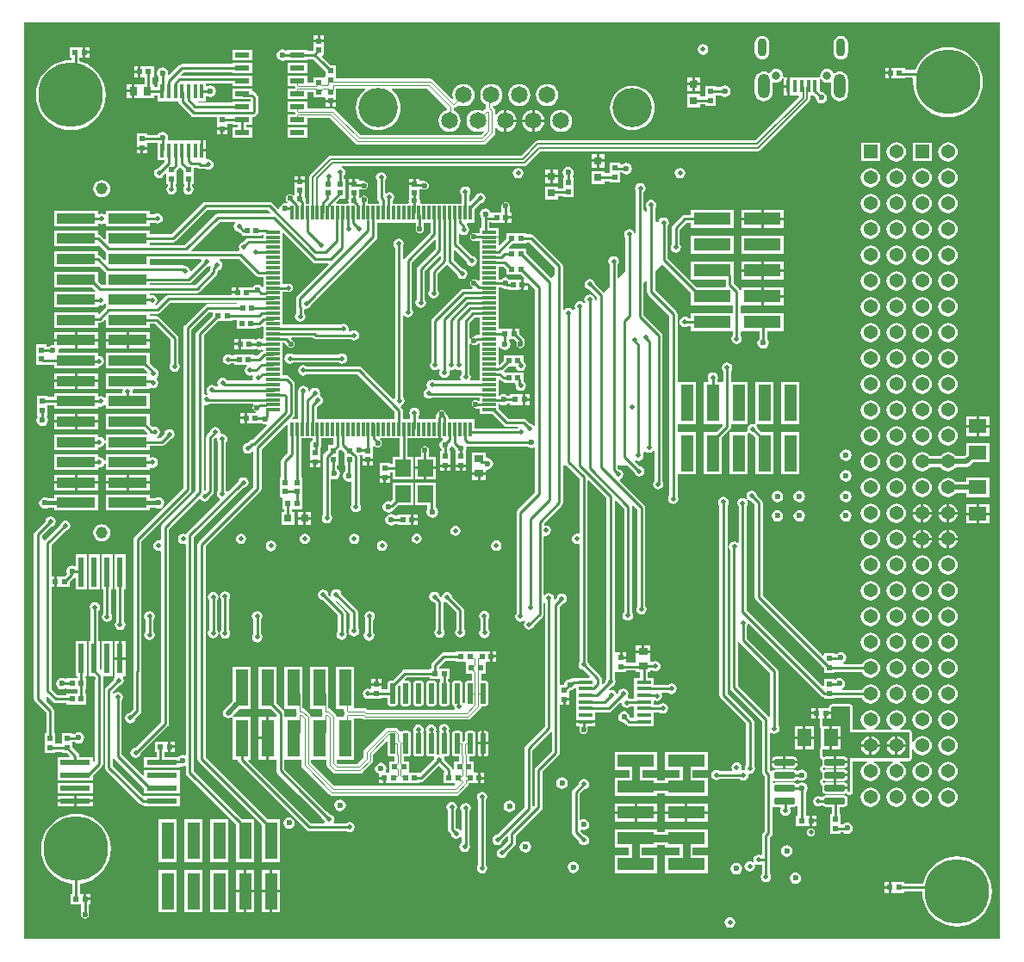
<source format=gtl>
%FSTAX23Y23*%
%MOIN*%
%SFA1B1*%

%IPPOS*%
%AMD28*
4,1,8,-0.010400,0.036400,-0.010400,-0.036400,-0.007800,-0.039000,0.007800,-0.039000,0.010400,-0.036400,0.010400,0.036400,0.007800,0.039000,-0.007800,0.039000,-0.010400,0.036400,0.0*
1,1,0.005220,-0.007800,0.036400*
1,1,0.005220,-0.007800,-0.036400*
1,1,0.005220,0.007800,-0.036400*
1,1,0.005220,0.007800,0.036400*
%
%AMD30*
4,1,8,0.035800,0.011800,-0.035800,0.011800,-0.038800,0.008900,-0.038800,-0.008900,-0.035800,-0.011800,0.035800,-0.011800,0.038800,-0.008900,0.038800,0.008900,0.035800,0.011800,0.0*
1,1,0.005906,0.035800,0.008900*
1,1,0.005906,-0.035800,0.008900*
1,1,0.005906,-0.035800,-0.008900*
1,1,0.005906,0.035800,-0.008900*
%
%ADD10C,0.010000*%
%ADD13C,0.006000*%
%ADD18C,0.015000*%
%ADD22R,0.021654X0.021654*%
%ADD23R,0.021654X0.021654*%
%ADD24R,0.053150X0.013780*%
%ADD25R,0.013780X0.053150*%
%ADD26R,0.017716X0.051181*%
%ADD27R,0.059055X0.066929*%
G04~CAMADD=28~8~0.0~0.0~779.5~208.7~26.1~0.0~15~0.0~0.0~0.0~0.0~0~0.0~0.0~0.0~0.0~0~0.0~0.0~0.0~90.0~210.0~779.0*
%ADD28D28*%
%ADD29R,0.055118X0.013780*%
G04~CAMADD=30~8~0.0~0.0~775.6~236.2~29.5~0.0~15~0.0~0.0~0.0~0.0~0~0.0~0.0~0.0~0.0~0~0.0~0.0~0.0~0.0~775.6~236.2*
%ADD30D30*%
%ADD31R,0.057500X0.021000*%
%ADD32R,0.013780X0.055118*%
%ADD33R,0.023622X0.118110*%
%ADD34R,0.118110X0.023622*%
%ADD35R,0.149606X0.040157*%
%ADD36R,0.050000X0.144882*%
%ADD37R,0.144882X0.050000*%
%ADD38R,0.031496X0.031496*%
%ADD39R,0.031496X0.031496*%
%ADD40R,0.035433X0.031496*%
%ADD41R,0.055118X0.070866*%
%ADD42R,0.031496X0.035433*%
%ADD43R,0.070866X0.055118*%
%ADD66C,0.065000*%
%ADD74C,0.023622*%
%ADD76C,0.030000*%
%ADD77C,0.004799*%
%ADD78C,0.020000*%
%ADD79C,0.152000*%
%ADD80C,0.031496*%
%ADD81O,0.047244X0.094488*%
%ADD82O,0.035433X0.070866*%
%ADD83C,0.045787*%
%ADD84C,0.053937*%
%ADD85R,0.053937X0.053937*%
%ADD86C,0.250000*%
%ADD87C,0.019685*%
%LNocb_development_board-1*%
%LPD*%
G36*
X03775Y0D02*
X0D01*
Y0355*
X03775*
Y0*
G37*
%LNocb_development_board-2*%
%LPC*%
G36*
X0116Y035D02*
X01145D01*
Y03484*
X0116*
Y035*
G37*
G36*
X01135D02*
X01119D01*
Y03484*
X01135*
Y035*
G37*
G36*
X0116Y03474D02*
X0114D01*
X01119*
Y03444*
X01114Y0344*
X01096*
Y03445*
X01018*
Y03444*
X01013Y03442*
X01008Y03445*
X01Y03447*
X00991Y03445*
X00984Y0344*
X00979Y03433*
X00977Y03425*
X00979Y03416*
X00984Y03409*
X00991Y03404*
X01Y03402*
X01008Y03404*
X01013Y03407*
X01018Y03405*
Y03404*
X01096*
Y03409*
X01118*
X0114Y03387*
X01165Y03362*
Y0334*
X0116Y03338*
X01119*
Y03319*
X01096*
Y03345*
X01018*
Y03304*
X01045*
X01045Y03304*
X01048Y033*
X01048Y033*
X01048Y03299*
X01045Y03295*
X01045Y03295*
X01018*
Y03254*
X01096*
Y0328*
X01119*
Y03261*
X0116*
X01165Y03259*
Y03252*
X01186*
X01206*
Y03261*
Y03289*
X01207Y03291*
Y03295*
X01318*
X0132Y0329*
X01308Y03281*
X01298Y03268*
X0129Y03253*
X01285Y03236*
X01283Y0322*
X01285Y03203*
X0129Y03186*
X01298Y03171*
X01308Y03158*
X01321Y03148*
X01336Y0314*
X01353Y03135*
X0137Y03133*
X01386Y03135*
X01403Y0314*
X01418Y03148*
X01431Y03158*
X01441Y03171*
X01449Y03186*
X01454Y03203*
X01456Y0322*
X01454Y03236*
X01449Y03253*
X01441Y03268*
X01431Y03281*
X01419Y0329*
X01421Y03295*
X0156*
X01637Y03218*
Y03211*
X01635Y03211*
X01624Y03207*
X01615Y032*
X01609Y03191*
X01604Y03181*
X01603Y0317*
X01604Y03158*
X01609Y03148*
X01615Y03139*
X01624Y03132*
X01635Y03128*
X01646Y03127*
X01657Y03128*
X01667Y03132*
X01676Y03139*
X01683Y03148*
X01687Y03158*
X01689Y0317*
X01687Y03181*
X01683Y03191*
X01676Y032*
X01667Y03207*
X01662Y03209*
Y0322*
X01663*
X01668Y03221*
X01672Y03224*
X0168Y03232*
X01689Y03228*
X017Y03227*
X01711Y03228*
X01721Y03232*
X0173Y03239*
X01737Y03248*
X01741Y03258*
X01742Y0327*
X01741Y03281*
X01737Y03291*
X0173Y033*
X01721Y03307*
X01711Y03311*
X017Y03312*
X01689Y03311*
X01678Y03307*
X01669Y033*
X01662Y03291*
X01658Y03281*
X01657Y0327*
X01658Y03258*
X01658Y03258*
X01654Y03256*
X0158Y0333*
X01576Y03332*
X01571Y03333*
X01206*
Y03384*
X01186*
X01161Y03409*
X01152Y03418*
X01154Y03423*
X0116*
Y03458*
Y03474*
G37*
G36*
X00253Y03455D02*
X00237D01*
Y0344*
X00253*
Y03455*
G37*
G36*
X02627Y03467D02*
X02619Y03465D01*
X02612Y03461*
X02608Y03454*
X02606Y03447*
X02608Y03439*
X02612Y03432*
X02619Y03428*
X02627Y03426*
X02634Y03428*
X02641Y03432*
X02645Y03439*
X02647Y03447*
X02645Y03454*
X02641Y03461*
X02634Y03465*
X02627Y03467*
G37*
G36*
X00253Y0343D02*
X00237D01*
Y03414*
X00253*
Y0343*
G37*
G36*
X0316Y03498D02*
X03153Y03497D01*
X03147Y03495*
X03141Y0349*
X03136Y03484*
X03133Y03478*
X03133Y0347*
Y03435*
X03133Y03428*
X03136Y03421*
X03141Y03415*
X03147Y03411*
X03153Y03408*
X0316Y03407*
X03168Y03408*
X03174Y03411*
X0318Y03415*
X03185Y03421*
X03187Y03428*
X03188Y03435*
Y0347*
X03187Y03478*
X03185Y03484*
X0318Y0349*
X03174Y03495*
X03168Y03497*
X0316Y03498*
G37*
G36*
X02855D02*
X02848Y03497D01*
X02841Y03495*
X02836Y0349*
X02831Y03484*
X02828Y03478*
X02827Y0347*
Y03435*
X02828Y03428*
X02831Y03421*
X02836Y03415*
X02841Y03411*
X02848Y03408*
X02855Y03407*
X02863Y03408*
X02869Y03411*
X02875Y03415*
X0288Y03421*
X02882Y03428*
X02883Y03435*
Y0347*
X02882Y03478*
X0288Y03484*
X02875Y0349*
X02869Y03495*
X02863Y03497*
X02855Y03498*
G37*
G36*
X00881Y03445D02*
X00804D01*
Y03404*
X00881*
Y03445*
G37*
G36*
X03575Y03455D02*
X03553Y03453D01*
X03533Y03448*
X03513Y0344*
X03495Y03429*
X03479Y03415*
X03465Y03399*
X03454Y03381*
X03448Y03367*
X03408*
Y03375*
X03357*
Y03355*
Y03334*
X03408*
Y03337*
X03437*
X0344Y03333*
X03439Y0332*
X03441Y03298*
X03446Y03278*
X03454Y03258*
X03465Y0324*
X03479Y03224*
X03495Y0321*
X03513Y03199*
X03533Y03191*
X03553Y03186*
X03575Y03184*
X03596Y03186*
X03616Y03191*
X03636Y03199*
X03654Y0321*
X0367Y03224*
X03684Y0324*
X03695Y03258*
X03703Y03278*
X03708Y03298*
X0371Y0332*
X03708Y03341*
X03703Y03361*
X03695Y03381*
X03684Y03399*
X0367Y03415*
X03654Y03429*
X03636Y0344*
X03616Y03448*
X03596Y03453*
X03575Y03455*
G37*
G36*
X0044Y0338D02*
X00424D01*
Y03365*
X0044*
Y0338*
G37*
G36*
X03347Y03375D02*
X03331D01*
Y0336*
X03347*
Y03375*
G37*
G36*
X01096Y03395D02*
X01018D01*
Y03354*
X01096*
Y03395*
G37*
G36*
X0291Y0337D02*
X02903Y0337D01*
X02897Y03367*
X02891Y03363*
X02887Y03357*
X02886Y03355*
X02881Y03354*
X02878Y03356*
X0287Y0336*
X02861Y03361*
X02852Y0336*
X02844Y03356*
X02837Y03351*
X02832Y03344*
X02829Y03336*
X02827Y03327*
Y0328*
X02829Y03271*
X02832Y03263*
X02837Y03256*
X02844Y0325*
X02852Y03247*
X02861Y03246*
X0287Y03247*
X02878Y0325*
X02885Y03256*
X02891Y03263*
X02894Y03271*
X02895Y0328*
Y03317*
X029Y0332*
X02903Y03319*
X0291Y03319*
X02916Y03319*
X02922Y03322*
X02928Y03326*
X02932Y03332*
X02933Y03334*
X02938Y03333*
Y03308*
X02952*
Y03339*
X0294*
X02935Y03343*
X02935Y03345*
X02935Y03351*
X02932Y03357*
X02928Y03363*
X02922Y03367*
X02916Y0337*
X0291Y0337*
G37*
G36*
X00881Y03395D02*
X00804D01*
Y0339*
X0061*
X00604Y03389*
X00599Y03385*
X0056Y03347*
X00556Y03349*
X00557Y03355*
X00555Y03363*
X0055Y0337*
X00543Y03375*
X00535Y03377*
X00526Y03375*
X00519Y0337*
X00514Y03363*
X00512Y03355*
X00514Y03346*
X00518Y03339*
Y0332*
X00516*
Y033*
X00503*
Y03312*
X00495*
Y03339*
X00501*
Y0338*
X0045*
Y0336*
Y03339*
X00465*
Y03312*
X00453*
X00451*
X00448*
X00446*
X00427*
Y03285*
Y03257*
X00446*
X00448*
X00451*
X00453*
X00503*
Y03269*
X00516*
Y03245*
X00596*
Y03244*
X00597Y03238*
X00601Y03234*
X00645Y03189*
X0065Y03185*
X00656Y03184*
X00744*
Y03154*
Y03144*
X00765*
X00785*
Y03159*
X00804*
Y03154*
X00827*
Y03145*
X00804*
Y03104*
X00881*
Y03145*
X00858*
Y03154*
X00881*
Y03184*
X00884*
X00889Y03185*
X00894Y03189*
X009Y03195*
X00904Y032*
X00905Y03205*
Y0326*
X00904Y03265*
X009Y0327*
X00891Y0328*
X00886Y03283*
X00881Y03284*
Y03295*
X00804*
Y03254*
X00846*
X00848Y03254*
X00874*
X00874Y03253*
Y03245*
X00804*
Y0324*
X0067*
X0067Y0324*
X00673Y03245*
X00703*
Y03263*
X00708Y03266*
X00711Y03264*
X0072Y03262*
X00728Y03264*
X00735Y03269*
X0074Y03276*
X00742Y03285*
X0074Y03293*
X00735Y033*
X00728Y03305*
X0072Y03307*
X00711Y03305*
X00708Y03303*
X00703Y03306*
Y03314*
X00804*
Y03304*
X00881*
Y03345*
X00804*
Y03345*
X00608*
X00606Y03349*
X00616Y03359*
X00804*
Y03354*
X00881*
Y03395*
G37*
G36*
X0044Y03355D02*
X00424D01*
Y03339*
X0044*
Y03355*
G37*
G36*
X03347Y0335D02*
X03331D01*
Y03334*
X03347*
Y0335*
G37*
G36*
X026Y03338D02*
X02599Y03338D01*
X02595*
Y03317*
X02615*
Y03321*
X02616Y03323*
X02615Y03324*
Y03338*
X02602*
X026Y03338*
G37*
G36*
X02585Y03338D02*
X02564D01*
Y03317*
X02585*
Y03338*
G37*
G36*
X02711Y03307D02*
X02702Y03305D01*
X02695Y033*
X02694Y033*
X02675*
Y03305*
X02634*
Y03264*
X02615*
Y03273*
X02564*
Y03221*
X02615*
Y03234*
X02634*
Y03228*
X02675*
Y03269*
X02694*
X02695Y03269*
X02702Y03264*
X02711Y03262*
X02719Y03264*
X02726Y03269*
X02731Y03276*
X02733Y03285*
X02731Y03293*
X02726Y033*
X02719Y03305*
X02711Y03307*
G37*
G36*
X00417Y03312D02*
X00396D01*
Y0329*
X00417*
Y03312*
G37*
G36*
X02615Y03307D02*
X02595D01*
Y03286*
X02615*
Y03307*
G37*
G36*
X02585D02*
X02564D01*
Y03286*
X02585*
Y03307*
G37*
G36*
X02952Y03298D02*
X02938D01*
Y03268*
X02952*
Y03298*
G37*
G36*
X00417Y0328D02*
X00396D01*
Y03257*
X00417*
Y0328*
G37*
G36*
X03106Y0337D02*
X031Y0337D01*
X03093Y03367*
X03088Y03363*
X03084Y03357*
X03081Y03351*
X0308Y03345*
X03081Y03343*
X03076Y03339*
X02962*
Y03303*
Y03268*
X02997*
X02999Y03263*
X02829Y03093*
X01986*
X01981Y03092*
X01976Y03089*
X01922Y03035*
X01186*
X01181Y03034*
X01176Y03031*
X01107Y02962*
X01104Y02957*
X01103Y02952*
Y02849*
X0109*
Y02855*
X01089Y02861*
X01088Y02862*
X01089Y02867*
X01087Y02875*
X01087Y02876*
X01085Y02879*
Y02914*
Y0293*
X01044*
Y02914*
Y02882*
X01039Y02881*
X01038Y02881*
X01033Y02885*
X01028Y02886*
X01022Y02885*
X01017Y02881*
X01013Y02876*
X01012Y02871*
Y02868*
X01013Y02862*
X01017Y02857*
X01019Y02855*
X01016Y0285*
X0101Y02852*
X01001Y0285*
X00994Y02845*
X00989Y02838*
X00987Y0283*
X00986Y02829*
X00983Y02827*
X00959Y02851*
X00954Y02855*
X00948Y02856*
X00701*
X00695Y02855*
X0069Y02851*
X00568Y0273*
X00484*
Y02743*
X00315*
Y0271*
X0031Y02709*
X00295Y02724*
X0029Y02727*
X00285Y02728*
Y02743*
X00115*
Y02683*
X00285*
Y02684*
X00289Y02686*
X00313Y02663*
X00315Y02661*
Y02631*
X0031Y0263*
X00295Y02645*
X0029Y02648*
X00285Y02649*
Y02665*
X00115*
Y02604*
X00285*
Y02605*
X00289Y02607*
X00312Y02585*
X00315Y02583*
Y02533*
X00299*
X00285Y02547*
Y02586*
X00115*
Y02526*
X00263*
X00277Y02512*
X00275Y02507*
X00115*
Y02447*
X00285*
Y02451*
X0029Y02455*
X00294Y02454*
X00301Y02456*
X00308Y0246*
X0031Y02463*
X00315Y02462*
Y02447*
X00289Y02422*
X00285Y02424*
Y02428*
X00115*
Y02368*
X00285*
Y02387*
X00291*
X00297Y02388*
X00302Y02391*
X0031Y02399*
X00315Y02397*
Y02368*
X00484*
Y02383*
X00505*
X00566Y02322*
Y0223*
X00563Y02225*
X00561Y02218*
X00563Y0221*
X00567Y02203*
X00574Y02199*
X00582Y02197*
X00589Y02199*
X00596Y02203*
X006Y0221*
X00602Y02218*
X006Y02225*
X00597Y0223*
Y02328*
X00596Y02334*
X00592Y02339*
X00522Y02409*
X00517Y02412*
X00511Y02414*
X00484*
Y02422*
X00516*
X00521Y02423*
X00526Y02427*
X00566Y02466*
X00818*
X00823Y02465*
Y0246*
X00709*
X00703Y02459*
X00698Y02455*
X00621Y02378*
X00617Y02373*
X00616Y02368*
Y01747*
X00427Y01557*
X00423Y01552*
X00422Y01547*
Y01039*
X00422Y01038*
Y00891*
X00408Y00876*
X00402Y00875*
X00395Y00871*
X00391Y00864*
X00389Y00857*
X00391Y00849*
X00395Y00842*
X00402Y00838*
X0041Y00836*
X00417Y00838*
X00424Y00842*
X00428Y00849*
X00429Y00855*
X00448Y00874*
X00452Y00879*
X00453Y00884*
Y01038*
X00453Y01039*
Y0154*
X00642Y0173*
X00646Y01735*
X00647Y01741*
Y02361*
X00715Y02429*
X00728*
Y02415*
X00668Y02355*
X00665Y0235*
X00663Y02344*
Y01737*
X00533Y01606*
X00529Y01601*
X00528Y01596*
Y01548*
X00523Y01544*
X00519Y01545*
X00511Y01543*
X00504Y01539*
X005Y01532*
X00498Y01525*
X005Y01517*
X00504Y0151*
X00511Y01506*
X00519Y01504*
X00523Y01505*
X00528Y01501*
Y00841*
X00429Y00741*
X00423Y0074*
X00416Y00736*
X00412Y00729*
X0041Y00722*
X00412Y00714*
X00416Y00707*
X00423Y00703*
X00431Y00701*
X00438Y00703*
X00445Y00707*
X00449Y00714*
X0045Y0072*
X00554Y00824*
X00558Y00829*
X00559Y00835*
Y01589*
X00675Y01706*
X00681Y01705*
X00684Y01701*
X0069Y01697*
X00698Y01695*
X00706Y01697*
X00713Y01701*
X00717Y01708*
X00718Y01714*
X00729Y01724*
X00732Y01729*
X00733Y01735*
Y01936*
X0074Y01943*
X00741Y01943*
X00745Y01939*
X00745Y01938*
X00747Y0193*
X0075Y01926*
Y01739*
X00746Y01733*
X00744Y01726*
X00746Y01718*
X0075Y01711*
X00756Y01708*
X00757Y01702*
X00629Y01574*
X00627Y01572*
X00622Y01569*
X00615Y01571*
X00607Y01569*
X006Y01565*
X00596Y01558*
X00594Y01551*
X00596Y01543*
X006Y01536*
X00607Y01532*
X00615Y0153*
X00619Y01531*
X00624Y01527*
Y00715*
X00619Y00712*
X00613Y00713*
X00605Y00711*
X00597Y00707*
X00597Y00706*
X00542*
Y00724*
X00557*
Y00745*
Y00765*
X00506*
Y00724*
X00511*
Y00706*
X00463*
Y00663*
X00601*
Y00667*
X00606Y0067*
X00613Y00669*
X0062Y0067*
X00625Y00667*
Y00645*
X00626Y00639*
X00629Y00634*
X00819Y00444*
Y00401*
X0082Y00399*
Y00299*
X0089*
Y00463*
X00843*
X00655Y00651*
Y00702*
X00655Y00704*
Y01556*
X00847Y01748*
X00848Y01748*
X00855Y0175*
X00862Y01754*
X00866Y01761*
X00868Y01769*
X00866Y01776*
X00862Y01783*
X00855Y01787*
X00848Y01789*
X0084Y01787*
X00833Y01783*
X00829Y01776*
X00828Y01773*
X00788Y01733*
X00782Y01734*
X0078Y01738*
Y01924*
X00784Y0193*
X00786Y01938*
X00784Y01945*
X0078Y01952*
X00773Y01956*
X00766Y01958*
X00763Y01957*
X00759Y01962*
X00759Y01963*
X00757Y0197*
X00753Y01977*
X00746Y01981*
X00739Y01983*
X00731Y01981*
X00724Y01977*
X0072Y0197*
X00719Y01964*
X00707Y01953*
X00704Y01948*
X00703Y01942*
Y01742*
X00699Y01738*
X00694Y0174*
Y02066*
X00699Y0207*
X00704Y02069*
X00711Y02071*
X00716Y02074*
X00886*
X00887Y0207*
X00888Y02069*
X00884Y02064*
X00883Y02059*
X00884Y02053*
X00888Y02048*
X00893Y02044*
X00896Y02044*
X00897Y02039*
X00896Y02038*
X00863*
Y02018*
Y01997*
X00914*
X00919Y01998*
X00924Y01995*
X00933Y01993*
X00935Y01994*
X00938Y01989*
X00882Y01934*
X00882*
X00876Y01933*
X00871Y01929*
X00862Y01921*
X00856Y0192*
X0085Y01915*
X00845Y01909*
X00844Y01901*
X00845Y01893*
X0085Y01887*
X00856Y01882*
X00864Y01881*
X00872Y01882*
X00878Y01887*
X00882Y01892*
X00886Y01892*
X00887Y01892*
Y01751*
X00675Y01538*
X00671Y01533*
X0067Y01528*
Y00697*
X00671Y00692*
X00675Y00687*
X0092Y00442*
Y00299*
X0099*
Y00463*
X00941*
X00701Y00704*
Y01521*
X00913Y01734*
X00917Y01739*
X00918Y01745*
Y01898*
X01014Y01994*
X01018Y01992*
Y0194*
X0102*
Y01884*
X00998Y01862*
X00994Y01857*
X00993Y01852*
Y01789*
X00989*
Y01747*
Y01712*
X00997*
X00999Y01707*
Y01666*
X01004*
Y01656*
X00994*
Y01605*
X01045*
Y01656*
X01035*
Y01666*
X01076*
Y01707*
X01076Y01712*
Y01712*
Y01747*
Y01789*
X01071*
Y0194*
X01114*
X01116Y01935*
X01112Y01932*
X01107Y01925*
X01105Y01916*
X01107Y0191*
X01104Y01905*
Y01864*
Y01854*
X01125*
X01145*
Y01864*
Y01904*
X01148Y01908*
X0115Y01916*
X01148Y01924*
X01149Y01926*
Y0194*
X01197*
Y01916*
X01194Y01913*
X01174*
Y01893*
X01171Y0189*
X0117Y0189*
X0116Y0188*
X01157Y01875*
X01155Y01869*
Y01644*
X01152Y01638*
X01151Y01631*
X01152Y01623*
X01156Y01616*
X01163Y01612*
X01171Y0161*
X01179Y01612*
X01185Y01616*
X01189Y01623*
X01191Y01631*
X01189Y01638*
X01186Y01644*
Y0178*
X0119Y01782*
X01191Y01782*
X012Y0178*
X01208Y01782*
X01215Y01787*
X0122Y01794*
X01222Y01803*
X0122Y01811*
X01215Y01818*
X0121Y01822*
Y01836*
X01215*
Y01871*
Y01891*
X01221Y01897*
X01227Y01898*
X01239Y01886*
Y01836*
X01242*
Y01812*
X01239Y0181*
X01234Y01803*
X01232Y01795*
X01234Y01786*
X01239Y01779*
X01246Y01774*
X01255Y01772*
X01262Y01774*
X01267Y01771*
Y01686*
X01264Y01681*
X01262Y01674*
X01264Y01666*
X01268Y01659*
X01275Y01655*
X01283Y01653*
X0129Y01655*
X01297Y01659*
X01301Y01666*
X01303Y01674*
X01301Y01681*
X01298Y01686*
Y0187*
X01297Y01873*
X01304Y01874*
X01304Y01875*
X01309Y01873*
Y01862*
X0133*
X0135*
Y01871*
Y01909*
Y01909*
X01355Y01911*
X01357Y01909*
X01362Y01905*
X01368Y01904*
X01373Y01905*
X01378Y01909*
X01382Y01914*
X01383Y0192*
Y01923*
X01382Y01929*
X01378Y01934*
X01377Y01935*
X01379Y0194*
X01453*
Y01868*
X01425*
Y0184*
X01415*
Y01845*
X01374*
Y01804*
Y01794*
X01415*
Y01809*
X01425*
Y01781*
X01504*
Y01868*
X01483*
Y0194*
X01603*
Y01976*
X01611*
Y0194*
X0162*
X0162Y01937*
X0162Y01935*
X01614Y0193*
X01609Y01923*
X01607Y01915*
X01609Y01906*
X01614Y01899*
X01614Y01898*
Y0189*
X01609*
Y01849*
Y01839*
X0163*
X0165*
Y01849*
Y0189*
X01645*
Y01898*
X01645Y01899*
X0165Y01906*
X01651Y01908*
X01656Y0191*
X01667Y01899*
X01668Y01891*
X01669Y0189*
X01669Y01886*
Y01849*
Y01839*
X0169*
X0171*
Y01849*
Y0189*
X0171Y01895*
X01711Y019*
X0171Y01905*
X01714Y0191*
X01716Y01909*
X01946*
X01947Y01909*
X01954Y01904*
X01963Y01902*
X01971Y01904*
X01973Y01905*
X01977Y01903*
Y0173*
X01909Y01661*
X01905Y01656*
X01904Y01651*
Y01262*
X01901Y01257*
X01899Y0125*
X01901Y01242*
X01905Y01235*
X01912Y01231*
X0192Y01229*
X01927Y01231*
X01934Y01235*
X01938Y01232*
X01934Y01226*
X01932Y01219*
X01934Y01211*
X01938Y01204*
X01945Y012*
X01953Y01198*
X0196Y012*
X01967Y01204*
X01971Y01211*
X01972Y01216*
X02004Y01248*
X02008Y01253*
X02009Y01259*
Y013*
X02014Y01302*
X02014Y01302*
Y00823*
X0194Y00749*
X01937Y00744*
X01936Y00738*
Y00511*
X01829Y00405*
X01823Y00404*
X01817Y00399*
X01812Y00393*
X01811Y00385*
X01812Y00377*
X01817Y00371*
X01823Y00366*
X01831Y00365*
X01839Y00366*
X01845Y00371*
X0185Y00377*
X01851Y00383*
X01867Y00399*
X01871Y00397*
Y00378*
X01847Y00353*
X01841Y00352*
X01834Y00348*
X0183Y00341*
X01828Y00334*
X0183Y00326*
X01834Y00319*
X01841Y00315*
X01849Y00313*
X01856Y00315*
X01863Y00319*
X01867Y00326*
X01868Y00332*
X01897Y00361*
X01901Y00366*
X01902Y00372*
Y004*
X02001Y00499*
X02004Y00504*
X02005Y0051*
Y00649*
X02067Y00711*
X02071Y00716*
X02072Y00722*
Y00907*
X02084*
Y00928*
X02089*
Y00933*
X02109*
Y00958*
X02111Y00963*
X02119Y00965*
X02126Y0097*
X02129Y00974*
X02134Y00972*
Y00927*
Y00902*
Y00876*
Y0085*
Y00847*
X02171*
X02209*
Y0085*
Y00878*
X02261*
X02267Y00879*
X02272Y00882*
X02307Y00917*
X02311Y00915*
X02313Y00908*
X02317Y00901*
X02324Y00897*
X02332Y00895*
X02339Y00897*
X02346Y00901*
X02346Y00902*
X0236*
Y00857*
X02346*
X02343Y00861*
X02341Y00869*
X02336Y00876*
X02329Y00881*
X02321Y00883*
X02312Y00881*
X02305Y00876*
X023Y00869*
X02298Y00861*
X023Y00852*
X02305Y00845*
X02312Y0084*
X02321Y00838*
X02321Y00838*
X02329Y00831*
X02334Y00828*
X0234Y00826*
X0236*
Y00825*
X02435*
Y0085*
Y00878*
X02458*
X02463Y00875*
X02471Y00873*
X02478Y00875*
X02485Y00879*
X02489Y00886*
X02491Y00894*
X02489Y00901*
X02485Y00908*
X02478Y00912*
X02471Y00914*
X02463Y00912*
X02457Y00909*
X02435*
Y00921*
X0244Y00924*
X02441Y00923*
X02449Y00921*
X02456Y00923*
X02463Y00927*
X02467Y00934*
X02469Y00942*
X02467Y00949*
X02467Y0095*
X02469Y00954*
X02491*
X02496Y00951*
X02504Y00949*
X02511Y00951*
X02518Y00955*
X02522Y00962*
X02524Y0097*
X02522Y00977*
X02518Y00984*
X02511Y00988*
X02504Y0099*
X02496Y00988*
X02491Y00985*
X02435*
Y01012*
X02413*
Y01033*
X02422*
Y01042*
X0243*
X02435Y01039*
X02443Y01037*
X0245Y01039*
X02457Y01043*
X02461Y0105*
X02463Y01058*
X02461Y01065*
X02457Y01072*
X0245Y01076*
X02443Y01078*
X02435Y01076*
X0243Y01073*
X02422*
Y01083*
Y01084*
Y01088*
Y01089*
Y01109*
X02367*
Y01089*
Y01088*
Y01084*
Y01083*
Y01071*
X0233*
Y01086*
X0231*
Y01091*
X02305*
Y01112*
X02289*
X02284Y01112*
Y01699*
X02288Y01701*
X02321Y01668*
Y01268*
X02317Y01261*
X02315Y01254*
X02317Y01246*
X02321Y01239*
X02328Y01235*
X02336Y01233*
X02343Y01235*
X0235Y01239*
X02354Y01246*
X02356Y01254*
X02354Y01261*
X02352Y01265*
Y01675*
X02351Y01678*
X02355Y01681*
X02372Y01664*
Y01289*
X0237Y01286*
X02368Y01278*
X0237Y0127*
X02374Y01264*
X02381Y01259*
X02389Y01258*
X02396Y01259*
X02403Y01264*
X02407Y0127*
X02409Y01278*
X02407Y01286*
X02403Y01292*
X02403Y01292*
Y01671*
X02402Y01676*
X02398Y01681*
X02304Y01776*
X02305Y0178*
X02306Y01781*
X02312Y01785*
X02316Y01792*
X02318Y018*
X02316Y01807*
X02312Y01814*
X02305Y01818*
X02299Y01819*
X02296Y01823*
Y01833*
X02337*
X0236Y0181*
X02361Y01804*
X02365Y01797*
X02372Y01793*
X0238Y01791*
X02387Y01793*
X02394Y01797*
X02398Y01804*
X024Y01812*
X02398Y01819*
X02394Y01826*
X02387Y0183*
X02381Y01831*
X02362Y01851*
X02366Y01855*
X02369Y01854*
X02377Y01852*
X02384Y01854*
X02391Y01858*
X02395Y01865*
X02397Y01873*
X02395Y0188*
X02394Y01883*
X02401Y0189*
X02403Y0189*
X0241Y01886*
X02418Y01884*
X02425Y01886*
X02432Y0189*
X02433Y01892*
X02438Y01891*
Y01776*
X02438Y01776*
X02434Y01769*
X02432Y01762*
X02434Y01754*
X02438Y01747*
X02445Y01743*
X02453Y01741*
X0246Y01743*
X02467Y01747*
X02471Y01754*
X02473Y01762*
X02471Y01769*
X02469Y01773*
Y02339*
X02468Y02344*
X02464Y02349*
X02397Y02416*
Y02541*
X02406Y0255*
X0241Y02548*
Y02507*
X02411Y02501*
X02415Y02496*
X02497Y02413*
Y0172*
X02497Y0172*
X02493Y01713*
X02491Y01706*
X02493Y01698*
X02497Y01691*
X02504Y01687*
X02512Y01685*
X02519Y01687*
X02526Y01691*
X0253Y01698*
X02532Y01706*
X0253Y01713*
X02528Y01717*
Y01795*
X0253Y018*
X02533*
X026*
Y01965*
X02533*
X0253*
X02528Y01969*
Y0199*
X0253Y01995*
X02533*
X026*
Y02159*
X02533*
X0253*
X02528Y02164*
Y0242*
X02527Y02425*
X02523Y0243*
X02441Y02513*
Y02585*
X02469Y02613*
X0258Y02503*
Y02455*
X02741*
Y02425*
X0258*
Y02405*
X02571*
X0257Y02405*
X02564Y0241*
X02556Y02411*
X02548Y0241*
X02542Y02405*
X02537Y02399*
X02536Y02391*
X02537Y02383*
X02542Y02377*
X02548Y02372*
X02556Y02371*
X02564Y02372*
X02566Y02374*
X0258*
Y02355*
X02741*
Y02338*
X02738Y02333*
X02736Y02326*
X02738Y02318*
X02742Y02311*
X02749Y02307*
X02757Y02305*
X02764Y02307*
X02771Y02311*
X02775Y02318*
X02777Y02326*
X02775Y02333*
X02772Y02338*
Y02351*
X02775Y02355*
X02777*
X02844*
Y02326*
X02844Y02325*
X02839Y02318*
X02837Y0231*
X02839Y02301*
X02844Y02294*
X02851Y02289*
X0286Y02287*
X02868Y02289*
X02875Y02294*
X0288Y02301*
X02882Y0231*
X0288Y02318*
X02875Y02325*
X02875Y02326*
Y02355*
X02939*
Y02425*
X02777*
X02775*
X02772Y02428*
Y02451*
X02775Y02455*
X02777*
X02852*
Y0249*
Y02525*
X02775*
Y02516*
X0277Y02514*
X02767Y02517*
X02745Y0254*
Y0257*
X02745Y02571*
Y02625*
X0258*
Y02555*
X02714*
Y02534*
X02715Y0253*
X02712Y02525*
X02601*
X0249Y02636*
Y02763*
X02493Y02768*
X02495Y02776*
X02493Y02783*
X02489Y0279*
X02482Y02794*
X02475Y02796*
X02467Y02794*
X0246Y0279*
X02456Y02783*
X02455Y02777*
X0245Y02775*
X02441Y02784*
Y02832*
X02444Y02837*
X02446Y02845*
X02444Y02852*
X0244Y02859*
X02433Y02863*
X02426Y02865*
X02418Y02863*
X02411Y02859*
X02407Y02852*
X02405Y02845*
X02407Y02837*
X0241Y02832*
Y02821*
X02406Y02819*
X02397Y02828*
Y02894*
X02398Y02894*
X02402Y02901*
X02404Y02909*
X02402Y02916*
X02398Y02923*
X02391Y02927*
X02384Y02929*
X02376Y02927*
X02369Y02923*
X02365Y02916*
X02363Y02909*
X02365Y02901*
X02367Y02898*
Y02732*
X02366Y02732*
X02361Y02735*
X0236Y02737*
X02356Y02744*
X02349Y02748*
X02342Y0275*
X02334Y02748*
X02327Y02744*
X02323Y02737*
X02321Y0273*
X02323Y02722*
X02326Y02717*
Y02588*
X023Y02562*
X02296Y02564*
Y02613*
X02299Y02618*
X02301Y02626*
X02299Y02633*
X02295Y0264*
X02288Y02644*
X02281Y02646*
X02273Y02644*
X02266Y0264*
X02262Y02633*
X0226Y02626*
X02262Y02618*
X02265Y02613*
Y02527*
X02242Y02504*
X02208Y02538*
X02207Y02544*
X02203Y02551*
X02196Y02555*
X02189Y02557*
X02181Y02555*
X02174Y02551*
X0217Y02544*
X02168Y02537*
X0217Y02529*
X02174Y02522*
X02181Y02518*
X02187Y02517*
X02216Y02487*
Y02478*
X02212Y02474*
X02208Y02477*
X02208Y02478*
X02206Y02485*
X02202Y02492*
X02195Y02496*
X02188Y02498*
X0218Y02496*
X02173Y02492*
X02169Y02485*
X02167Y02478*
X02169Y0247*
X02171Y02467*
X0217Y02465*
X02165Y02464*
X02164Y02466*
X02157Y0247*
X0215Y02472*
X02142Y0247*
X02135Y02466*
X02131Y02459*
X02129Y02452*
X02131Y02444*
X02131Y02443*
X02129Y02438*
X02121*
X0212Y0244*
X02113Y02444*
X02106Y02446*
X02098Y02444*
X02091Y0244*
X0209Y02438*
X02084*
Y02607*
X02083Y02612*
X02079Y02617*
X01971Y02725*
X01966Y02729*
X01961Y0273*
X01943*
Y02735*
X01866*
Y02715*
X01839Y02688*
X01834Y0269*
Y02717*
X01798*
Y02722*
X01834*
Y02756*
X018*
Y02777*
X01807*
Y02774*
X01858*
Y02795*
X01863*
Y028*
X01884*
Y02815*
X01878*
Y02839*
X01877Y02845*
X01874Y0285*
X01873Y0285*
X01868Y02854*
X01863Y02855*
X01857Y02854*
X01852Y0285*
X01848Y02845*
X01847Y0284*
X01847Y02838*
Y02815*
X01807*
X01803Y02819*
X018Y02824*
X01793Y02829*
X01785Y0283*
X01776Y02829*
X01769Y02824*
X01764Y02817*
X01762Y02808*
X01764Y028*
X01769Y02792*
X0177Y02792*
X01769Y0279*
Y02756*
X01761*
Y02735*
X01744*
X0174Y02736*
X01734Y02734*
X01729Y02731*
X01725Y02726*
X01724Y0272*
Y0272*
X01725Y02714*
X01729Y02709*
X01734Y02705*
X0174Y02704*
X01761*
Y02663*
Y02624*
Y02584*
Y0255*
X01756Y02548*
X01754Y0255*
X01749Y02554*
X01743Y02555*
X0174*
X01734Y02554*
X01729Y0255*
X01725Y02545*
X01724Y0254*
X01725Y02534*
X01729Y02529*
X01734Y02525*
X01735Y02523*
X01732Y02518*
X01699*
X01693Y02517*
X01688Y02514*
X01579Y02404*
X01575Y02399*
X01574Y02393*
Y02236*
X01571Y02231*
X01569Y02224*
X01571Y02216*
X01575Y02209*
X01582Y02205*
X0159Y02203*
X01597Y02205*
X01602Y02208*
X01607Y02207*
X01608Y02206*
X01608Y02205*
X01606Y02202*
X01605Y02194*
X01606Y02186*
X01611Y0218*
X01617Y02175*
X01625Y02174*
X01633Y02175*
X01639Y0218*
X01644Y02186*
X01645Y02194*
X01644Y022*
X01648Y02204*
X01648Y02204*
X01652Y02203*
X01659Y02205*
X01666Y02209*
X0167Y02207*
X01674Y02205*
X01682Y02203*
X01687Y02204*
X01692Y02201*
Y02189*
X01689Y02184*
X01687Y02177*
X01689Y02169*
X0169Y02167*
X01688Y02163*
X01589*
X01585Y02165*
X01578Y02167*
X0157Y02165*
X01563Y02161*
X01559Y02154*
X01557Y02147*
X01559Y02139*
X0156Y02137*
X01558Y02132*
X01558Y02132*
X01551Y02128*
X01547Y02121*
X01545Y02114*
X01547Y02106*
X01551Y02099*
X01558Y02095*
X01566Y02093*
X01573Y02095*
X01576Y02097*
X01761*
Y02086*
X01754*
X01753Y02087*
X01747Y02088*
X01742Y02087*
X01737Y02083*
X01733Y02078*
X01732Y02072*
X01733Y02067*
X01737Y02062*
X01738Y0206*
X01743Y02057*
X01749Y02056*
X01761*
Y02033*
X01813*
X01856Y0199*
X01861Y01986*
X01867Y01985*
X01909*
X01911Y0198*
X01908Y01978*
X01741*
Y02013*
X01641*
Y0202*
X0164Y02026*
X01636Y02031*
X01629Y02038*
X01629Y0204*
X01625Y02045*
X0162Y02049*
X01615Y0205*
X01609Y02049*
X01604Y02045*
X016Y0204*
X016Y02038*
X01595Y02033*
X01592Y02028*
X01591Y02022*
Y02013*
X01524*
Y02024*
X01524Y02024*
X01528Y02031*
X0153Y02039*
X01528Y02046*
X01524Y02053*
X01517Y02057*
X0151Y02059*
X01502Y02057*
X01495Y02053*
X01491Y02046*
X01489Y02039*
X01491Y02031*
X01493Y02027*
Y02013*
X01464*
Y02048*
X01463Y02054*
X01459Y02059*
X01457Y02062*
X01458Y02066*
X01459Y02067*
X01465Y02071*
X01469Y02078*
X01471Y02086*
X01469Y02093*
X01465Y021*
X01465Y021*
Y02412*
X01467Y02413*
X0147Y02414*
X01476Y0241*
X01484Y02408*
X01491Y0241*
X01498Y02414*
X01502Y02421*
X01504Y02429*
X01502Y02436*
X01499Y02441*
Y02621*
X01587Y02709*
X01591Y02707*
Y02674*
X01523Y02605*
X01519Y026*
X01518Y02595*
Y02478*
X01515Y02473*
X01513Y02466*
X01515Y02458*
X01519Y02451*
X01526Y02447*
X01534Y02445*
X01541Y02447*
X01548Y02451*
X01552Y02458*
X01554Y02466*
X01552Y02473*
X01549Y02478*
Y02588*
X01607Y02646*
X01611Y02644*
Y02634*
X01573Y02595*
X01569Y0259*
X01568Y02585*
Y02514*
X01565Y02509*
X01563Y02502*
X01565Y02494*
X01569Y02487*
X01576Y02483*
X01584Y02481*
X01591Y02483*
X01598Y02487*
X01602Y02494*
X01604Y02502*
X01602Y02509*
X01599Y02514*
Y02578*
X01632Y02611*
X01639Y02611*
X01675Y02576*
X01676Y0257*
X0168Y02563*
X01687Y02559*
X01695Y02557*
X01702Y02559*
X01709Y02563*
X01713Y0257*
X01715Y02578*
X01713Y02585*
X01709Y02592*
X01702Y02596*
X01696Y02597*
X01662Y02632*
Y02668*
X01666Y0267*
X01712Y02625*
X01713Y02619*
X01717Y02612*
X01724Y02608*
X01732Y02606*
X01739Y02608*
X01746Y02612*
X0175Y02619*
X01752Y02627*
X0175Y02634*
X01746Y02641*
X01739Y02645*
X01733Y02646*
X01682Y02698*
Y02731*
X01684Y02732*
X01687Y02733*
X01693Y02729*
X01701Y02727*
X01708Y02729*
X01715Y02733*
X01719Y0274*
X01721Y02748*
X01719Y02755*
X01715Y02762*
X01714Y02762*
Y02763*
X01713Y02769*
X01711Y02771*
X01714Y02776*
X01741*
Y02813*
X01741Y02815*
Y02828*
X01764Y0285*
X01765Y0285*
X01772Y02852*
X01779Y02856*
X01783Y02863*
X01785Y02871*
X01783Y02878*
X01779Y02885*
X01772Y02889*
X01765Y02891*
X01757Y02889*
X0175Y02885*
X01746Y02878*
X01745Y02875*
X01726Y02857*
X01722Y02858*
Y02883*
X01725Y02888*
X01727Y02896*
X01725Y02903*
X01721Y0291*
X01714Y02914*
X01707Y02916*
X01699Y02914*
X01692Y0291*
X01688Y02903*
X01686Y02896*
X01688Y02888*
X01691Y02883*
Y02849*
X01535*
X01531Y02854*
X01532Y0286*
X01531Y02864*
X0153Y02869*
Y02906*
X01541*
X01544Y02905*
X0155Y02904*
X01555Y02905*
X0156Y02908*
X01564Y02913*
X01565Y02919*
X01564Y02925*
X0156Y0293*
X01558Y02932*
X01553Y02936*
X01547Y02937*
X0153*
Y02946*
X01515*
Y02925*
X0151*
Y0292*
X01489*
Y02904*
Y02869*
X01488Y02864*
X01487Y0286*
X01488Y02854*
X01484Y02849*
X01426*
Y02858*
X01426Y02858*
X0143Y02865*
X01432Y02873*
X0143Y0288*
X01426Y02887*
X01419Y02891*
X01412Y02893*
X01404Y02891*
X01401Y02889*
X01396Y02892*
Y02938*
X01399Y02943*
X01401Y02951*
X01399Y02958*
X01395Y02965*
X01388Y02969*
X01381Y02971*
X01373Y02969*
X01366Y02965*
X01362Y02958*
X0136Y02951*
X01362Y02943*
X01365Y02938*
Y02871*
X01366Y02865*
X0137Y0286*
X01372Y02857*
Y02849*
X01329*
Y02859*
X0133Y02865*
X01329Y0287*
X01325Y02875*
X0132Y02879*
X01315Y0288*
X01309Y02879*
X01304Y02875*
X01303Y02874*
X013Y02871*
X01295Y02872*
Y02906*
X01306*
X01309Y02905*
X01315Y02904*
X0132Y02905*
X01325Y02908*
X01329Y02913*
X0133Y02919*
X01329Y02925*
X01325Y0293*
X01323Y02932*
X01318Y02936*
X01312Y02937*
X01295*
Y02946*
X0128*
Y02925*
X01275*
Y0292*
X01254*
Y02904*
Y02869*
X01254Y02868*
X01253Y02861*
X01254Y02854*
X01251Y02849*
X01209*
X01207Y02854*
X01222Y02869*
X01242*
Y02904*
Y02946*
X01237*
Y02957*
X01241Y02963*
X01243Y02971*
X01241Y02978*
X01237Y02985*
X0123Y02989*
X0123Y02989*
X0123Y02994*
X01934*
X01939Y02995*
X01943Y02998*
X01997Y03052*
X0284*
X02845Y03053*
X0285Y03056*
X03037Y03244*
X0304Y03248*
X03041Y03253*
Y03268*
X03056*
X03063Y03261*
X03062Y0326*
X03064Y03251*
X03069Y03244*
X03076Y03239*
X03085Y03237*
X03093Y03239*
X031Y03244*
X03105Y03251*
X03107Y0326*
X03105Y03268*
X031Y03275*
X03093Y0328*
X03086Y03282*
X03078Y03289*
Y03333*
X03083Y03334*
X03084Y03332*
X03088Y03326*
X03093Y03322*
X031Y03319*
X03106Y03319*
X03113Y03319*
X03116Y0332*
X03121Y03317*
Y0328*
X03122Y03271*
X03125Y03263*
X03131Y03256*
X03138Y0325*
X03146Y03247*
X03155Y03246*
X03163Y03247*
X03172Y0325*
X03179Y03256*
X03184Y03263*
X03187Y03271*
X03188Y0328*
Y03327*
X03187Y03336*
X03184Y03344*
X03179Y03351*
X03172Y03356*
X03163Y0336*
X03155Y03361*
X03146Y0336*
X03138Y03356*
X03135Y03354*
X0313Y03355*
X03129Y03357*
X03125Y03363*
X03119Y03367*
X03113Y0337*
X03106Y0337*
G37*
G36*
X02023Y03312D02*
X02012Y03311D01*
X02002Y03307*
X01993Y033*
X01986Y03291*
X01982Y03281*
X0198Y0327*
X01982Y03258*
X01986Y03248*
X01993Y03239*
X02002Y03232*
X02012Y03228*
X02023Y03227*
X02034Y03228*
X02045Y03232*
X02054Y03239*
X0206Y03248*
X02065Y03258*
X02066Y0327*
X02065Y03281*
X0206Y03291*
X02054Y033*
X02045Y03307*
X02034Y03311*
X02023Y03312*
G37*
G36*
X01915D02*
X01904Y03311D01*
X01894Y03307*
X01885Y033*
X01878Y03291*
X01874Y03281*
X01873Y0327*
X01874Y03258*
X01878Y03248*
X01885Y03239*
X01894Y03232*
X01904Y03228*
X01915Y03227*
X01926Y03228*
X01937Y03232*
X01946Y03239*
X01952Y03248*
X01957Y03258*
X01958Y0327*
X01957Y03281*
X01952Y03291*
X01946Y033*
X01937Y03307*
X01926Y03311*
X01915Y03312*
G37*
G36*
X01206Y03242D02*
X01191D01*
Y03226*
X01206*
Y03242*
G37*
G36*
X01181D02*
X01165D01*
Y03226*
X01181*
Y03242*
G37*
G36*
X01807Y03312D02*
X01796Y03311D01*
X01786Y03307*
X01777Y033*
X0177Y03291*
X01766Y03281*
X01765Y0327*
X01766Y03258*
X0177Y03248*
X01777Y03239*
X01785Y03233*
Y0322*
X01785Y03217*
X01785Y03217*
X01781Y03215*
X01773Y03207*
X01765Y03211*
X01754Y03212*
X01742Y03211*
X01732Y03207*
X01723Y032*
X01716Y03191*
X01712Y03181*
X01711Y0317*
X01712Y03158*
X01716Y03148*
X01723Y03139*
X01732Y03132*
X01742Y03128*
X01754Y03127*
X01765Y03128*
X01775Y03132*
X01778Y03128*
X01765Y03116*
X013*
X01232Y03184*
X01202Y03215*
X01197Y03218*
X01193Y03219*
X01096*
Y03245*
X01018*
Y03204*
X01045*
X01045Y03204*
X01048Y032*
X01048Y032*
X01048Y03199*
X01045Y03195*
X01045Y03195*
X01018*
Y03154*
X01096*
Y0318*
X01182*
X01209Y03154*
X01281Y03082*
X01285Y03079*
X0129Y03078*
X01776*
X01781Y03079*
X01785Y03082*
X01818Y03115*
X01821Y03119*
X01822Y03124*
Y03143*
X01827Y03144*
X01831Y03139*
X0184Y03132*
X0185Y03128*
X01856Y03127*
Y0317*
Y03212*
X0185Y03211*
X0184Y03207*
X01831Y032*
X01827Y03195*
X01822Y03196*
Y03208*
X01821Y03213*
X01818Y03217*
X01813Y03222*
X01815Y03228*
X01819Y03228*
X01829Y03232*
X01838Y03239*
X01845Y03248*
X01849Y03258*
X0185Y0327*
X01849Y03281*
X01845Y03291*
X01838Y033*
X01829Y03307*
X01819Y03311*
X01807Y03312*
G37*
G36*
X01974Y03212D02*
Y03175D01*
X02012*
X02011Y03181*
X02006Y03191*
X02Y032*
X01991Y03207*
X0198Y03211*
X01974Y03212*
G37*
G36*
X01866D02*
Y03175D01*
X01904*
X01903Y03181*
X01899Y03191*
X01892Y032*
X01883Y03207*
X01873Y03211*
X01866Y03212*
G37*
G36*
X01964D02*
X01958Y03211D01*
X01948Y03207*
X01939Y032*
X01932Y03191*
X01928Y03181*
X01927Y03175*
X01964*
Y03212*
G37*
G36*
X00227Y03455D02*
X00176D01*
Y03414*
X00183*
Y03408*
X0018Y03405*
X00158Y03403*
X00138Y03398*
X00118Y0339*
X001Y03379*
X00084Y03365*
X0007Y03349*
X00059Y03331*
X00051Y03311*
X00046Y03291*
X00044Y0327*
X00046Y03248*
X00051Y03228*
X00059Y03208*
X0007Y0319*
X00084Y03174*
X001Y0316*
X00118Y03149*
X00138Y03141*
X00158Y03136*
X0018Y03134*
X00201Y03136*
X00221Y03141*
X00241Y03149*
X00259Y0316*
X00275Y03174*
X00289Y0319*
X003Y03208*
X00308Y03228*
X00313Y03248*
X00315Y0327*
X00313Y03291*
X00308Y03311*
X003Y03331*
X00289Y03349*
X00275Y03365*
X00259Y03379*
X00241Y0339*
X00221Y03398*
X00213Y034*
Y03414*
X00227*
Y03435*
Y03455*
G37*
G36*
X02353Y03306D02*
X02337Y03304D01*
X0232Y03299*
X02305Y03291*
X02292Y03281*
X02282Y03268*
X02274Y03253*
X02269Y03236*
X02267Y0322*
X02269Y03203*
X02274Y03186*
X02282Y03171*
X02292Y03158*
X02305Y03148*
X0232Y0314*
X02337Y03135*
X02353Y03133*
X0237Y03135*
X02386Y0314*
X02401Y03148*
X02414Y03158*
X02425Y03171*
X02433Y03186*
X02438Y03203*
X0244Y0322*
X02438Y03236*
X02433Y03253*
X02425Y03268*
X02414Y03281*
X02401Y03291*
X02386Y03299*
X0237Y03304*
X02353Y03306*
G37*
G36*
X02012Y03165D02*
X01974D01*
Y03127*
X0198Y03128*
X01991Y03132*
X02Y03139*
X02006Y03148*
X02011Y03158*
X02012Y03165*
G37*
G36*
X01904D02*
X01866D01*
Y03127*
X01873Y03128*
X01883Y03132*
X01892Y03139*
X01899Y03148*
X01903Y03158*
X01904Y03165*
G37*
G36*
X01964D02*
X01927D01*
X01928Y03158*
X01932Y03148*
X01939Y03139*
X01948Y03132*
X01958Y03128*
X01964Y03127*
Y03165*
G37*
G36*
X02077Y03212D02*
X02066Y03211D01*
X02056Y03207*
X02047Y032*
X0204Y03191*
X02036Y03181*
X02034Y0317*
X02036Y03158*
X0204Y03148*
X02047Y03139*
X02056Y03132*
X02066Y03128*
X02077Y03127*
X02088Y03128*
X02099Y03132*
X02107Y03139*
X02114Y03148*
X02119Y03158*
X0212Y0317*
X02119Y03181*
X02114Y03191*
X02107Y032*
X02099Y03207*
X02088Y03211*
X02077Y03212*
G37*
G36*
X00785Y03134D02*
X0077D01*
Y03118*
X00785*
Y03134*
G37*
G36*
X0076D02*
X00744D01*
Y03118*
X0076*
Y03134*
G37*
G36*
X00535Y03127D02*
X00526Y03125D01*
X00519Y0312*
X00515Y03115*
X00475*
Y0312*
X00434*
Y03079*
Y03069*
X00475*
Y03084*
X00516*
Y03019*
X00543*
Y03011*
X0052Y02987*
X00514Y02986*
X00507Y02982*
X00503Y02975*
X00501Y02968*
X00503Y0296*
X00507Y02953*
X00514Y02949*
X00522Y02947*
X00529Y02949*
X00536Y02953*
X0054Y0296*
X00541Y02965*
X00544Y02966*
X00549Y02964*
Y02923*
X00554*
Y02917*
X00551Y02912*
X00549Y02905*
X00551Y02897*
X00555Y0289*
X00562Y02886*
X0057Y02884*
X00577Y02886*
X00584Y0289*
X00588Y02897*
X0059Y02905*
X00588Y02912*
X00585Y02917*
Y02923*
X0059*
Y02959*
Y02979*
X00595Y02983*
X00598Y02988*
X00599Y02988*
X00603Y0299*
X00614Y02979*
Y02959*
Y02923*
X00619*
Y02917*
X00616Y02912*
X00614Y02905*
X00616Y02897*
X0062Y0289*
X00627Y02886*
X00635Y02884*
X00642Y02886*
X00649Y0289*
X00653Y02897*
X00655Y02905*
X00653Y02912*
X0065Y02917*
Y02923*
X00655*
Y02959*
Y02989*
X00671*
X00672Y02988*
X00677Y02984*
X00683Y02983*
X00702*
X00705Y02982*
X00713Y0298*
X0072Y02982*
X00727Y02986*
X00731Y02993*
X00733Y03*
X00731Y03008*
X00727Y03015*
X0072Y03019*
X00713Y03021*
X00708Y0302*
X00703Y03024*
Y03051*
X00686*
Y03056*
X00681*
Y03094*
X00559*
X00556Y03099*
X00557Y03105*
X00555Y03113*
X0055Y0312*
X00543Y03125*
X00535Y03127*
G37*
G36*
X01096Y03145D02*
X01018D01*
Y03104*
X01096*
Y03145*
G37*
G36*
X00703Y03094D02*
X00691D01*
Y03061*
X00703*
Y03094*
G37*
G36*
X00475Y03059D02*
X0046D01*
Y03043*
X00475*
Y03059*
G37*
G36*
X0045D02*
X00434D01*
Y03043*
X0045*
Y03059*
G37*
G36*
X02245Y0304D02*
X02225D01*
Y0302*
X02245*
Y0304*
G37*
G36*
X02215D02*
X02194D01*
Y0302*
X02215*
Y0304*
G37*
G36*
X03511Y03086D02*
X03438D01*
Y03013*
X03511*
Y03086*
G37*
G36*
X03311D02*
X03238D01*
Y03013*
X03311*
Y03086*
G37*
G36*
X03575Y03087D02*
X03565Y03086D01*
X03556Y03082*
X03548Y03076*
X03542Y03068*
X03538Y03059*
X03537Y0305*
X03538Y0304*
X03542Y03031*
X03548Y03023*
X03556Y03017*
X03565Y03013*
X03575Y03012*
X03584Y03013*
X03593Y03017*
X03601Y03023*
X03607Y03031*
X03611Y0304*
X03612Y0305*
X03611Y03059*
X03607Y03068*
X03601Y03076*
X03593Y03082*
X03584Y03086*
X03575Y03087*
G37*
G36*
X03375D02*
X03365Y03086D01*
X03356Y03082*
X03348Y03076*
X03342Y03068*
X03338Y03059*
X03337Y0305*
X03338Y0304*
X03342Y03031*
X03348Y03023*
X03356Y03017*
X03365Y03013*
X03375Y03012*
X03384Y03013*
X03393Y03017*
X03401Y03023*
X03407Y03031*
X03411Y0304*
X03412Y0305*
X03411Y03059*
X03407Y03068*
X03401Y03076*
X03393Y03082*
X03384Y03086*
X03375Y03087*
G37*
G36*
X02245Y0301D02*
X02225D01*
Y02989*
X02245*
Y0301*
G37*
G36*
X02215D02*
X02194D01*
Y02989*
X02215*
Y0301*
G37*
G36*
X02305Y03008D02*
X02264D01*
Y02967*
X02245*
Y02975*
X02194*
Y02924*
X02245*
Y02936*
X02264*
Y02931*
X02305*
Y02971*
X02313*
X02314Y02969*
X02321Y02964*
X0233Y02962*
X02338Y02964*
X02345Y02969*
X0235Y02976*
X02352Y02985*
X0235Y02993*
X02345Y03*
X02338Y03005*
X0233Y03007*
X02321Y03005*
X02315Y03001*
X02305*
Y03008*
G37*
G36*
X02065Y0298D02*
X02045D01*
Y0296*
X02065*
Y0298*
G37*
G36*
X02035D02*
X02014D01*
Y0296*
X02035*
Y0298*
G37*
G36*
X02538Y02988D02*
X0253Y02986D01*
X02523Y02982*
X02519Y02975*
X02517Y02968*
X02519Y0296*
X02523Y02953*
X0253Y02949*
X02538Y02947*
X02545Y02949*
X02552Y02953*
X02556Y0296*
X02558Y02968*
X02556Y02975*
X02552Y02982*
X02545Y02986*
X02538Y02988*
G37*
G36*
X01911D02*
X01903Y02986D01*
X01896Y02982*
X01892Y02975*
X0189Y02968*
X01892Y0296*
X01896Y02953*
X01903Y02949*
X01911Y02947*
X01918Y02949*
X01925Y02953*
X01929Y0296*
X01931Y02968*
X01929Y02975*
X01925Y02982*
X01918Y02986*
X01911Y02988*
G37*
G36*
X01085Y02956D02*
X0107D01*
Y0294*
X01085*
Y02956*
G37*
G36*
X0106D02*
X01044D01*
Y0294*
X0106*
Y02956*
G37*
G36*
X01505Y02946D02*
X01489D01*
Y0293*
X01505*
Y02946*
G37*
G36*
X0127D02*
X01254D01*
Y0293*
X0127*
Y02946*
G37*
G36*
X02065Y0295D02*
X02045D01*
Y02929*
X02065*
Y0295*
G37*
G36*
X02035D02*
X02014D01*
Y02929*
X02035*
Y0295*
G37*
G36*
X03575Y02987D02*
X03565Y02986D01*
X03556Y02982*
X03548Y02976*
X03542Y02968*
X03538Y02959*
X03537Y0295*
X03538Y0294*
X03542Y02931*
X03548Y02923*
X03556Y02917*
X03565Y02913*
X03575Y02912*
X03584Y02913*
X03593Y02917*
X03601Y02923*
X03607Y02931*
X03611Y0294*
X03612Y0295*
X03611Y02959*
X03607Y02968*
X03601Y02976*
X03593Y02982*
X03584Y02986*
X03575Y02987*
G37*
G36*
X03475D02*
X03465Y02986D01*
X03456Y02982*
X03448Y02976*
X03442Y02968*
X03438Y02959*
X03437Y0295*
X03438Y0294*
X03442Y02931*
X03448Y02923*
X03456Y02917*
X03465Y02913*
X03475Y02912*
X03484Y02913*
X03493Y02917*
X03501Y02923*
X03507Y02931*
X03511Y0294*
X03512Y0295*
X03511Y02959*
X03507Y02968*
X03501Y02976*
X03493Y02982*
X03484Y02986*
X03475Y02987*
G37*
G36*
X03375D02*
X03365Y02986D01*
X03356Y02982*
X03348Y02976*
X03342Y02968*
X03338Y02959*
X03337Y0295*
X03338Y0294*
X03342Y02931*
X03348Y02923*
X03356Y02917*
X03365Y02913*
X03375Y02912*
X03384Y02913*
X03393Y02917*
X03401Y02923*
X03407Y02931*
X03411Y0294*
X03412Y0295*
X03411Y02959*
X03407Y02968*
X03401Y02976*
X03393Y02982*
X03384Y02986*
X03375Y02987*
G37*
G36*
X03275D02*
X03265Y02986D01*
X03256Y02982*
X03248Y02976*
X03242Y02968*
X03238Y02959*
X03237Y0295*
X03238Y0294*
X03242Y02931*
X03248Y02923*
X03256Y02917*
X03265Y02913*
X03275Y02912*
X03284Y02913*
X03293Y02917*
X03301Y02923*
X03307Y02931*
X03311Y0294*
X03312Y0295*
X03311Y02959*
X03307Y02968*
X03301Y02976*
X03293Y02982*
X03284Y02986*
X03275Y02987*
G37*
G36*
X02105Y02992D02*
X02096Y0299D01*
X02089Y02985*
X02084Y02978*
X02082Y0297*
X02084Y02961*
X02088Y02955*
X02086Y02951*
X02086Y0295*
X02084*
Y02909*
X02065*
Y02915*
X02014*
Y02864*
X02065*
Y02879*
X02084*
Y02873*
X02125*
Y02909*
Y0295*
X02123*
X02123Y02951*
X02121Y02955*
X02125Y02961*
X02127Y0297*
X02125Y02978*
X0212Y02985*
X02113Y0299*
X02105Y02992*
G37*
G36*
X003Y0294D02*
X00291Y02939D01*
X00283Y02936*
X00276Y02931*
X00271Y02924*
X00268Y02916*
X00267Y02907*
X00268Y02899*
X00271Y02891*
X00276Y02884*
X00283Y02878*
X00291Y02875*
X003Y02874*
X00308Y02875*
X00316Y02878*
X00323Y02884*
X00328Y02891*
X00332Y02899*
X00333Y02907*
X00332Y02916*
X00328Y02924*
X00323Y02931*
X00316Y02936*
X00308Y02939*
X003Y0294*
G37*
G36*
X03575Y02887D02*
X03565Y02886D01*
X03556Y02882*
X03548Y02876*
X03542Y02868*
X03538Y02859*
X03537Y0285*
X03538Y0284*
X03542Y02831*
X03548Y02823*
X03556Y02817*
X03565Y02813*
X03575Y02812*
X03584Y02813*
X03593Y02817*
X03601Y02823*
X03607Y02831*
X03611Y0284*
X03612Y0285*
X03611Y02859*
X03607Y02868*
X03601Y02876*
X03593Y02882*
X03584Y02886*
X03575Y02887*
G37*
G36*
X03475D02*
X03465Y02886D01*
X03456Y02882*
X03448Y02876*
X03442Y02868*
X03438Y02859*
X03437Y0285*
X03438Y0284*
X03442Y02831*
X03448Y02823*
X03456Y02817*
X03465Y02813*
X03475Y02812*
X03484Y02813*
X03493Y02817*
X03501Y02823*
X03507Y02831*
X03511Y0284*
X03512Y0285*
X03511Y02859*
X03507Y02868*
X03501Y02876*
X03493Y02882*
X03484Y02886*
X03475Y02887*
G37*
G36*
X03375D02*
X03365Y02886D01*
X03356Y02882*
X03348Y02876*
X03342Y02868*
X03338Y02859*
X03337Y0285*
X03338Y0284*
X03342Y02831*
X03348Y02823*
X03356Y02817*
X03365Y02813*
X03375Y02812*
X03384Y02813*
X03393Y02817*
X03401Y02823*
X03407Y02831*
X03411Y0284*
X03412Y0285*
X03411Y02859*
X03407Y02868*
X03401Y02876*
X03393Y02882*
X03384Y02886*
X03375Y02887*
G37*
G36*
X03275D02*
X03265Y02886D01*
X03256Y02882*
X03248Y02876*
X03242Y02868*
X03238Y02859*
X03237Y0285*
X03238Y0284*
X03242Y02831*
X03248Y02823*
X03256Y02817*
X03265Y02813*
X03275Y02812*
X03284Y02813*
X03293Y02817*
X03301Y02823*
X03307Y02831*
X03311Y0284*
X03312Y0285*
X03311Y02859*
X03307Y02868*
X03301Y02876*
X03293Y02882*
X03284Y02886*
X03275Y02887*
G37*
G36*
X00484Y02822D02*
X00315D01*
Y02809*
X0031Y02807*
X00307Y02808*
X003Y0281*
X00292Y02808*
X0029Y02807*
X00285Y02809*
Y02822*
X00115*
Y02762*
X00285*
Y0277*
X0029Y02772*
X00292Y02771*
X003Y02769*
X00307Y02771*
X0031Y02772*
X00315Y0277*
Y02762*
X00484*
Y02776*
X00503*
X00508Y02773*
X00516Y02771*
X00523Y02773*
X0053Y02777*
X00534Y02784*
X00536Y02792*
X00534Y02799*
X0053Y02806*
X00523Y0281*
X00516Y02812*
X00508Y0281*
X00503Y02807*
X00484*
Y02822*
G37*
G36*
X02939Y02825D02*
X02862D01*
Y02795*
X02939*
Y02825*
G37*
G36*
X02852D02*
X02775D01*
Y02795*
X02852*
Y02825*
G37*
G36*
X01884Y0279D02*
X01868D01*
Y02774*
X01884*
Y0279*
G37*
G36*
X02939Y02785D02*
X02862D01*
Y02755*
X02939*
Y02785*
G37*
G36*
X02852D02*
X02775D01*
Y02755*
X02852*
Y02785*
G37*
G36*
X02745Y02825D02*
X0258D01*
Y02805*
X02557*
X02551Y02804*
X02546Y028*
X02511Y02765*
X02507Y0276*
X02506Y02755*
Y02692*
X02503Y02687*
X02501Y0268*
X02503Y02672*
X02507Y02665*
X02514Y02661*
X02522Y02659*
X02529Y02661*
X02536Y02665*
X0254Y02672*
X02542Y0268*
X0254Y02687*
X02537Y02692*
Y02748*
X02563Y02774*
X0258*
Y02755*
X02745*
Y02825*
G37*
G36*
X03575Y02787D02*
X03565Y02786D01*
X03556Y02782*
X03548Y02776*
X03542Y02768*
X03538Y02759*
X03537Y0275*
X03538Y0274*
X03542Y02731*
X03548Y02723*
X03556Y02717*
X03565Y02713*
X03575Y02712*
X03584Y02713*
X03593Y02717*
X03601Y02723*
X03607Y02731*
X03611Y0274*
X03612Y0275*
X03611Y02759*
X03607Y02768*
X03601Y02776*
X03593Y02782*
X03584Y02786*
X03575Y02787*
G37*
G36*
X03475D02*
X03465Y02786D01*
X03456Y02782*
X03448Y02776*
X03442Y02768*
X03438Y02759*
X03437Y0275*
X03438Y0274*
X03442Y02731*
X03448Y02723*
X03456Y02717*
X03465Y02713*
X03475Y02712*
X03484Y02713*
X03493Y02717*
X03501Y02723*
X03507Y02731*
X03511Y0274*
X03512Y0275*
X03511Y02759*
X03507Y02768*
X03501Y02776*
X03493Y02782*
X03484Y02786*
X03475Y02787*
G37*
G36*
X03375D02*
X03365Y02786D01*
X03356Y02782*
X03348Y02776*
X03342Y02768*
X03338Y02759*
X03337Y0275*
X03338Y0274*
X03342Y02731*
X03348Y02723*
X03356Y02717*
X03365Y02713*
X03375Y02712*
X03384Y02713*
X03393Y02717*
X03401Y02723*
X03407Y02731*
X03411Y0274*
X03412Y0275*
X03411Y02759*
X03407Y02768*
X03401Y02776*
X03393Y02782*
X03384Y02786*
X03375Y02787*
G37*
G36*
X03275D02*
X03265Y02786D01*
X03256Y02782*
X03248Y02776*
X03242Y02768*
X03238Y02759*
X03237Y0275*
X03238Y0274*
X03242Y02731*
X03248Y02723*
X03256Y02717*
X03265Y02713*
X03275Y02712*
X03284Y02713*
X03293Y02717*
X03301Y02723*
X03307Y02731*
X03311Y0274*
X03312Y0275*
X03311Y02759*
X03307Y02768*
X03301Y02776*
X03293Y02782*
X03284Y02786*
X03275Y02787*
G37*
G36*
X02939Y02725D02*
X02775D01*
Y02655*
X02939*
Y02725*
G37*
G36*
X02745D02*
X0258D01*
Y02655*
X02745*
Y02725*
G37*
G36*
X03575Y02687D02*
X03565Y02686D01*
X03556Y02682*
X03548Y02676*
X03542Y02668*
X03538Y02659*
X03537Y0265*
X03538Y0264*
X03542Y02631*
X03548Y02623*
X03556Y02617*
X03565Y02613*
X03575Y02612*
X03584Y02613*
X03593Y02617*
X03601Y02623*
X03607Y02631*
X03611Y0264*
X03612Y0265*
X03611Y02659*
X03607Y02668*
X03601Y02676*
X03593Y02682*
X03584Y02686*
X03575Y02687*
G37*
G36*
X03475D02*
X03465Y02686D01*
X03456Y02682*
X03448Y02676*
X03442Y02668*
X03438Y02659*
X03437Y0265*
X03438Y0264*
X03442Y02631*
X03448Y02623*
X03456Y02617*
X03465Y02613*
X03475Y02612*
X03484Y02613*
X03493Y02617*
X03501Y02623*
X03507Y02631*
X03511Y0264*
X03512Y0265*
X03511Y02659*
X03507Y02668*
X03501Y02676*
X03493Y02682*
X03484Y02686*
X03475Y02687*
G37*
G36*
X03375D02*
X03365Y02686D01*
X03356Y02682*
X03348Y02676*
X03342Y02668*
X03338Y02659*
X03337Y0265*
X03338Y0264*
X03342Y02631*
X03348Y02623*
X03356Y02617*
X03365Y02613*
X03375Y02612*
X03384Y02613*
X03393Y02617*
X03401Y02623*
X03407Y02631*
X03411Y0264*
X03412Y0265*
X03411Y02659*
X03407Y02668*
X03401Y02676*
X03393Y02682*
X03384Y02686*
X03375Y02687*
G37*
G36*
X03275D02*
X03265Y02686D01*
X03256Y02682*
X03248Y02676*
X03242Y02668*
X03238Y02659*
X03237Y0265*
X03238Y0264*
X03242Y02631*
X03248Y02623*
X03256Y02617*
X03265Y02613*
X03275Y02612*
X03284Y02613*
X03293Y02617*
X03301Y02623*
X03307Y02631*
X03311Y0264*
X03312Y0265*
X03311Y02659*
X03307Y02668*
X03301Y02676*
X03293Y02682*
X03284Y02686*
X03275Y02687*
G37*
G36*
X02939Y02625D02*
X02862D01*
Y02595*
X02939*
Y02625*
G37*
G36*
X02852D02*
X02775D01*
Y02595*
X02852*
Y02625*
G37*
G36*
X02939Y02585D02*
X02862D01*
Y02555*
X02939*
Y02585*
G37*
G36*
X02852D02*
X02775D01*
Y02555*
X02852*
Y02585*
G37*
G36*
X03575Y02587D02*
X03565Y02586D01*
X03556Y02582*
X03548Y02576*
X03542Y02568*
X03538Y02559*
X03537Y0255*
X03538Y0254*
X03542Y02531*
X03548Y02523*
X03556Y02517*
X03565Y02513*
X03575Y02512*
X03584Y02513*
X03593Y02517*
X03601Y02523*
X03607Y02531*
X03611Y0254*
X03612Y0255*
X03611Y02559*
X03607Y02568*
X03601Y02576*
X03593Y02582*
X03584Y02586*
X03575Y02587*
G37*
G36*
X03475D02*
X03465Y02586D01*
X03456Y02582*
X03448Y02576*
X03442Y02568*
X03438Y02559*
X03437Y0255*
X03438Y0254*
X03442Y02531*
X03448Y02523*
X03456Y02517*
X03465Y02513*
X03475Y02512*
X03484Y02513*
X03493Y02517*
X03501Y02523*
X03507Y02531*
X03511Y0254*
X03512Y0255*
X03511Y02559*
X03507Y02568*
X03501Y02576*
X03493Y02582*
X03484Y02586*
X03475Y02587*
G37*
G36*
X03375D02*
X03365Y02586D01*
X03356Y02582*
X03348Y02576*
X03342Y02568*
X03338Y02559*
X03337Y0255*
X03338Y0254*
X03342Y02531*
X03348Y02523*
X03356Y02517*
X03365Y02513*
X03375Y02512*
X03384Y02513*
X03393Y02517*
X03401Y02523*
X03407Y02531*
X03411Y0254*
X03412Y0255*
X03411Y02559*
X03407Y02568*
X03401Y02576*
X03393Y02582*
X03384Y02586*
X03375Y02587*
G37*
G36*
X03275D02*
X03265Y02586D01*
X03256Y02582*
X03248Y02576*
X03242Y02568*
X03238Y02559*
X03237Y0255*
X03238Y0254*
X03242Y02531*
X03248Y02523*
X03256Y02517*
X03265Y02513*
X03275Y02512*
X03284Y02513*
X03293Y02517*
X03301Y02523*
X03307Y02531*
X03311Y0254*
X03312Y0255*
X03311Y02559*
X03307Y02568*
X03301Y02576*
X03293Y02582*
X03284Y02586*
X03275Y02587*
G37*
G36*
X02939Y02525D02*
X02862D01*
Y02495*
X02939*
Y02525*
G37*
G36*
Y02485D02*
X02862D01*
Y02455*
X02939*
Y02485*
G37*
G36*
X03575Y02487D02*
X03565Y02486D01*
X03556Y02482*
X03548Y02476*
X03542Y02468*
X03538Y02459*
X03537Y0245*
X03538Y0244*
X03542Y02431*
X03548Y02423*
X03556Y02417*
X03565Y02413*
X03575Y02412*
X03584Y02413*
X03593Y02417*
X03601Y02423*
X03607Y02431*
X03611Y0244*
X03612Y0245*
X03611Y02459*
X03607Y02468*
X03601Y02476*
X03593Y02482*
X03584Y02486*
X03575Y02487*
G37*
G36*
X03475D02*
X03465Y02486D01*
X03456Y02482*
X03448Y02476*
X03442Y02468*
X03438Y02459*
X03437Y0245*
X03438Y0244*
X03442Y02431*
X03448Y02423*
X03456Y02417*
X03465Y02413*
X03475Y02412*
X03484Y02413*
X03493Y02417*
X03501Y02423*
X03507Y02431*
X03511Y0244*
X03512Y0245*
X03511Y02459*
X03507Y02468*
X03501Y02476*
X03493Y02482*
X03484Y02486*
X03475Y02487*
G37*
G36*
X03375D02*
X03365Y02486D01*
X03356Y02482*
X03348Y02476*
X03342Y02468*
X03338Y02459*
X03337Y0245*
X03338Y0244*
X03342Y02431*
X03348Y02423*
X03356Y02417*
X03365Y02413*
X03375Y02412*
X03384Y02413*
X03393Y02417*
X03401Y02423*
X03407Y02431*
X03411Y0244*
X03412Y0245*
X03411Y02459*
X03407Y02468*
X03401Y02476*
X03393Y02482*
X03384Y02486*
X03375Y02487*
G37*
G36*
X03275D02*
X03265Y02486D01*
X03256Y02482*
X03248Y02476*
X03242Y02468*
X03238Y02459*
X03237Y0245*
X03238Y0244*
X03242Y02431*
X03248Y02423*
X03256Y02417*
X03265Y02413*
X03275Y02412*
X03284Y02413*
X03293Y02417*
X03301Y02423*
X03307Y02431*
X03311Y0244*
X03312Y0245*
X03311Y02459*
X03307Y02468*
X03301Y02476*
X03293Y02482*
X03284Y02486*
X03275Y02487*
G37*
G36*
X00484Y0235D02*
X00405D01*
Y02325*
X00484*
Y0235*
G37*
G36*
X00285D02*
X00205D01*
Y02325*
X00285*
Y0235*
G37*
G36*
X00395D02*
X00315D01*
Y02325*
X00395*
Y0235*
G37*
G36*
X00195D02*
X00115D01*
Y02325*
X00195*
Y0235*
G37*
G36*
X03575Y02387D02*
X03565Y02386D01*
X03556Y02382*
X03548Y02376*
X03542Y02368*
X03538Y02359*
X03537Y0235*
X03538Y0234*
X03542Y02331*
X03548Y02323*
X03556Y02317*
X03565Y02313*
X03575Y02312*
X03584Y02313*
X03593Y02317*
X03601Y02323*
X03607Y02331*
X03611Y0234*
X03612Y0235*
X03611Y02359*
X03607Y02368*
X03601Y02376*
X03593Y02382*
X03584Y02386*
X03575Y02387*
G37*
G36*
X03475D02*
X03465Y02386D01*
X03456Y02382*
X03448Y02376*
X03442Y02368*
X03438Y02359*
X03437Y0235*
X03438Y0234*
X03442Y02331*
X03448Y02323*
X03456Y02317*
X03465Y02313*
X03475Y02312*
X03484Y02313*
X03493Y02317*
X03501Y02323*
X03507Y02331*
X03511Y0234*
X03512Y0235*
X03511Y02359*
X03507Y02368*
X03501Y02376*
X03493Y02382*
X03484Y02386*
X03475Y02387*
G37*
G36*
X03375D02*
X03365Y02386D01*
X03356Y02382*
X03348Y02376*
X03342Y02368*
X03338Y02359*
X03337Y0235*
X03338Y0234*
X03342Y02331*
X03348Y02323*
X03356Y02317*
X03365Y02313*
X03375Y02312*
X03384Y02313*
X03393Y02317*
X03401Y02323*
X03407Y02331*
X03411Y0234*
X03412Y0235*
X03411Y02359*
X03407Y02368*
X03401Y02376*
X03393Y02382*
X03384Y02386*
X03375Y02387*
G37*
G36*
X03275D02*
X03265Y02386D01*
X03256Y02382*
X03248Y02376*
X03242Y02368*
X03238Y02359*
X03237Y0235*
X03238Y0234*
X03242Y02331*
X03248Y02323*
X03256Y02317*
X03265Y02313*
X03275Y02312*
X03284Y02313*
X03293Y02317*
X03301Y02323*
X03307Y02331*
X03311Y0234*
X03312Y0235*
X03311Y02359*
X03307Y02368*
X03301Y02376*
X03293Y02382*
X03284Y02386*
X03275Y02387*
G37*
G36*
X00195Y02315D02*
X00115D01*
Y02305*
X00111Y02301*
X0011Y02302*
X00101Y023*
X00095Y02296*
X00085*
Y02303*
X00044*
Y02261*
Y02226*
X00068*
X00071Y02225*
X00115*
Y02211*
X00285*
Y02215*
X00289Y02219*
X00289Y02219*
X00296Y0222*
X00303Y02225*
X00307Y02231*
X00309Y02239*
X00307Y02247*
X00303Y02253*
X00296Y02258*
X00289Y02259*
X00289Y02259*
X00285Y02262*
Y02271*
X00135*
X00131Y02276*
X00132Y0228*
X00131Y02284*
X00135Y02289*
X00195*
Y02315*
G37*
G36*
X00484D02*
X00405D01*
Y02289*
X00484*
Y02315*
G37*
G36*
X00395D02*
X00315D01*
Y02289*
X00395*
Y02315*
G37*
G36*
X00285D02*
X00205D01*
Y02289*
X00285*
Y02315*
G37*
G36*
X03575Y02287D02*
X03565Y02286D01*
X03556Y02282*
X03548Y02276*
X03542Y02268*
X03538Y02259*
X03537Y0225*
X03538Y0224*
X03542Y02231*
X03548Y02223*
X03556Y02217*
X03565Y02213*
X03575Y02212*
X03584Y02213*
X03593Y02217*
X03601Y02223*
X03607Y02231*
X03611Y0224*
X03612Y0225*
X03611Y02259*
X03607Y02268*
X03601Y02276*
X03593Y02282*
X03584Y02286*
X03575Y02287*
G37*
G36*
X03475D02*
X03465Y02286D01*
X03456Y02282*
X03448Y02276*
X03442Y02268*
X03438Y02259*
X03437Y0225*
X03438Y0224*
X03442Y02231*
X03448Y02223*
X03456Y02217*
X03465Y02213*
X03475Y02212*
X03484Y02213*
X03493Y02217*
X03501Y02223*
X03507Y02231*
X03511Y0224*
X03512Y0225*
X03511Y02259*
X03507Y02268*
X03501Y02276*
X03493Y02282*
X03484Y02286*
X03475Y02287*
G37*
G36*
X03375D02*
X03365Y02286D01*
X03356Y02282*
X03348Y02276*
X03342Y02268*
X03338Y02259*
X03337Y0225*
X03338Y0224*
X03342Y02231*
X03348Y02223*
X03356Y02217*
X03365Y02213*
X03375Y02212*
X03384Y02213*
X03393Y02217*
X03401Y02223*
X03407Y02231*
X03411Y0224*
X03412Y0225*
X03411Y02259*
X03407Y02268*
X03401Y02276*
X03393Y02282*
X03384Y02286*
X03375Y02287*
G37*
G36*
X03275D02*
X03265Y02286D01*
X03256Y02282*
X03248Y02276*
X03242Y02268*
X03238Y02259*
X03237Y0225*
X03238Y0224*
X03242Y02231*
X03248Y02223*
X03256Y02217*
X03265Y02213*
X03275Y02212*
X03284Y02213*
X03293Y02217*
X03301Y02223*
X03307Y02231*
X03311Y0224*
X03312Y0225*
X03311Y02259*
X03307Y02268*
X03301Y02276*
X03293Y02282*
X03284Y02286*
X03275Y02287*
G37*
G36*
X00285Y02192D02*
X00205D01*
Y02167*
X00285*
Y02192*
G37*
G36*
X00195D02*
X00115D01*
Y02167*
X00195*
Y02192*
G37*
G36*
X0272Y02234D02*
X02712Y02232D01*
X02705Y02228*
X02701Y02221*
X02699Y02214*
X02701Y02206*
X02704Y02201*
Y0216*
X027Y02159*
X02699*
X02683*
X02681Y02164*
X02683Y02168*
X02685Y02176*
X02683Y02183*
X02679Y0219*
X02672Y02194*
X02665Y02196*
X02657Y02194*
X0265Y0219*
X02646Y02183*
X02644Y02176*
X02646Y02168*
X02648Y02164*
X02646Y02159*
X0263*
Y01995*
X02699*
X027*
X02701Y01994*
X02702Y01989*
X02678Y01965*
X0263*
Y018*
X027*
Y01943*
X0273Y01974*
X02734Y01979*
X02735Y01985*
Y01995*
X028*
Y02159*
X02735*
Y02201*
X02738Y02206*
X0274Y02214*
X02738Y02221*
X02734Y02228*
X02727Y02232*
X0272Y02234*
G37*
G36*
X00484Y02271D02*
X00315D01*
Y02211*
X00463*
X00476Y02197*
X00474Y02192*
X00315*
Y02132*
X00378*
X00381Y02128*
Y02127*
X00379Y0212*
X0038Y02117*
X00377Y02113*
X00315*
Y02098*
X0031Y02097*
X0031Y02097*
X00303Y02101*
X00296Y02103*
X0029Y02102*
X00285Y02105*
Y02113*
X00115*
Y021*
X0009*
Y02105*
X00049*
Y02064*
Y02028*
X0005*
X00052Y02023*
X00049Y02018*
X00047Y0201*
X00049Y02001*
X00054Y01994*
X00061Y01989*
X0007Y01987*
X00078Y01989*
X00085Y01994*
X0009Y02001*
X00092Y0201*
X0009Y02018*
X00087Y02023*
X00089Y02028*
X0009*
Y02069*
X00115*
Y02053*
X00285*
Y0206*
X0029Y02063*
X00296Y02062*
X00303Y02064*
X0031Y02068*
X0031Y02068*
X00315Y02067*
Y02053*
X00484*
Y02113*
X00422*
X00419Y02117*
X0042Y0212*
X00418Y02127*
Y02128*
X00421Y02132*
X00484*
Y02134*
X00489Y02136*
X00491Y02135*
X00499Y02133*
X00506Y02135*
X00513Y02139*
X00517Y02146*
X00519Y02154*
X00517Y02161*
X00513Y02168*
X00511Y02169*
Y02175*
X00514Y02177*
X00518Y02184*
X0052Y02192*
X00518Y02199*
X00514Y02206*
X00507Y0221*
X00506Y0221*
X00484Y02232*
Y02271*
G37*
G36*
X00285Y02157D02*
X00205D01*
Y02132*
X00285*
Y02157*
G37*
G36*
X00195D02*
X00115D01*
Y02132*
X00195*
Y02157*
G37*
G36*
X03575Y02187D02*
X03565Y02186D01*
X03556Y02182*
X03548Y02176*
X03542Y02168*
X03538Y02159*
X03537Y0215*
X03538Y0214*
X03542Y02131*
X03548Y02123*
X03556Y02117*
X03565Y02113*
X03575Y02112*
X03584Y02113*
X03593Y02117*
X03601Y02123*
X03607Y02131*
X03611Y0214*
X03612Y0215*
X03611Y02159*
X03607Y02168*
X03601Y02176*
X03593Y02182*
X03584Y02186*
X03575Y02187*
G37*
G36*
X03475D02*
X03465Y02186D01*
X03456Y02182*
X03448Y02176*
X03442Y02168*
X03438Y02159*
X03437Y0215*
X03438Y0214*
X03442Y02131*
X03448Y02123*
X03456Y02117*
X03465Y02113*
X03475Y02112*
X03484Y02113*
X03493Y02117*
X03501Y02123*
X03507Y02131*
X03511Y0214*
X03512Y0215*
X03511Y02159*
X03507Y02168*
X03501Y02176*
X03493Y02182*
X03484Y02186*
X03475Y02187*
G37*
G36*
X03375D02*
X03365Y02186D01*
X03356Y02182*
X03348Y02176*
X03342Y02168*
X03338Y02159*
X03337Y0215*
X03338Y0214*
X03342Y02131*
X03348Y02123*
X03356Y02117*
X03365Y02113*
X03375Y02112*
X03384Y02113*
X03393Y02117*
X03401Y02123*
X03407Y02131*
X03411Y0214*
X03412Y0215*
X03411Y02159*
X03407Y02168*
X03401Y02176*
X03393Y02182*
X03384Y02186*
X03375Y02187*
G37*
G36*
X03275D02*
X03265Y02186D01*
X03256Y02182*
X03248Y02176*
X03242Y02168*
X03238Y02159*
X03237Y0215*
X03238Y0214*
X03242Y02131*
X03248Y02123*
X03256Y02117*
X03265Y02113*
X03275Y02112*
X03284Y02113*
X03293Y02117*
X03301Y02123*
X03307Y02131*
X03311Y0214*
X03312Y0215*
X03311Y02159*
X03307Y02168*
X03301Y02176*
X03293Y02182*
X03284Y02186*
X03275Y02187*
G37*
G36*
X00853Y02038D02*
X00837D01*
Y02023*
X00853*
Y02038*
G37*
G36*
X03575Y02087D02*
X03565Y02086D01*
X03556Y02082*
X03548Y02076*
X03542Y02068*
X03538Y02059*
X03537Y0205*
X03538Y0204*
X03542Y02031*
X03548Y02023*
X03556Y02017*
X03565Y02013*
X03575Y02012*
X03584Y02013*
X03593Y02017*
X03601Y02023*
X03607Y02031*
X03611Y0204*
X03612Y0205*
X03611Y02059*
X03607Y02068*
X03601Y02076*
X03593Y02082*
X03584Y02086*
X03575Y02087*
G37*
G36*
X03475D02*
X03465Y02086D01*
X03456Y02082*
X03448Y02076*
X03442Y02068*
X03438Y02059*
X03437Y0205*
X03438Y0204*
X03442Y02031*
X03448Y02023*
X03456Y02017*
X03465Y02013*
X03475Y02012*
X03484Y02013*
X03493Y02017*
X03501Y02023*
X03507Y02031*
X03511Y0204*
X03512Y0205*
X03511Y02059*
X03507Y02068*
X03501Y02076*
X03493Y02082*
X03484Y02086*
X03475Y02087*
G37*
G36*
X03375D02*
X03365Y02086D01*
X03356Y02082*
X03348Y02076*
X03342Y02068*
X03338Y02059*
X03337Y0205*
X03338Y0204*
X03342Y02031*
X03348Y02023*
X03356Y02017*
X03365Y02013*
X03375Y02012*
X03384Y02013*
X03393Y02017*
X03401Y02023*
X03407Y02031*
X03411Y0204*
X03412Y0205*
X03411Y02059*
X03407Y02068*
X03401Y02076*
X03393Y02082*
X03384Y02086*
X03375Y02087*
G37*
G36*
X03275D02*
X03265Y02086D01*
X03256Y02082*
X03248Y02076*
X03242Y02068*
X03238Y02059*
X03237Y0205*
X03238Y0204*
X03242Y02031*
X03248Y02023*
X03256Y02017*
X03265Y02013*
X03275Y02012*
X03284Y02013*
X03293Y02017*
X03301Y02023*
X03307Y02031*
X03311Y0204*
X03312Y0205*
X03311Y02059*
X03307Y02068*
X03301Y02076*
X03293Y02082*
X03284Y02086*
X03275Y02087*
G37*
G36*
X00285Y02035D02*
X00205D01*
Y0201*
X00285*
Y02035*
G37*
G36*
X00195D02*
X00115D01*
Y0201*
X00195*
Y02035*
G37*
G36*
X00853Y02013D02*
X00837D01*
Y01997*
X00853*
Y02013*
G37*
G36*
X029Y02159D02*
X0283D01*
Y01998*
X02829Y01997*
X02825Y01995*
X02819Y01996*
X02811Y01994*
X02804Y0199*
X028Y01983*
X02798Y01976*
X02799Y0197*
X02797Y01965*
X02796Y01965*
X0273*
Y018*
X028*
Y01959*
X02803Y01961*
X02805Y01961*
X02811Y01957*
X02817Y01956*
X0283Y01943*
Y018*
X029*
Y01965*
X02851*
X02838Y01977*
X02837Y01983*
X02833Y0199*
X02833Y01991*
X02835Y01995*
X029*
Y02159*
G37*
G36*
X03D02*
X0293D01*
Y01995*
X03*
Y02159*
G37*
G36*
X03735Y02024D02*
X03695D01*
Y01992*
X03735*
Y02024*
G37*
G36*
X03685D02*
X03644D01*
Y01992*
X03685*
Y02024*
G37*
G36*
X00285Y02D02*
X00205D01*
Y01974*
X00285*
Y02*
G37*
G36*
X00195D02*
X00115D01*
Y01974*
X00195*
Y02*
G37*
G36*
X03735Y01982D02*
X03695D01*
Y01949*
X03735*
Y01982*
G37*
G36*
X03685D02*
X03644D01*
Y01949*
X03685*
Y01982*
G37*
G36*
X00484Y02035D02*
X00315D01*
Y01974*
X00463*
X00477Y0196*
X00475Y01956*
X00315*
Y01931*
X0031Y01931*
X00309Y01934*
X00305Y0194*
X00298Y01944*
X0029Y01946*
X00289Y01946*
X00285Y01949*
Y01956*
X00115*
Y01896*
X00285*
Y01903*
X00289Y01906*
X0029Y01906*
X00298Y01907*
X00305Y01911*
X00309Y01918*
X0031Y01921*
X00315Y0192*
Y01896*
X00484*
Y0191*
X00532*
X00537Y01911*
X00542Y01915*
X00563Y01936*
X00569Y01937*
X00576Y01941*
X0058Y01948*
X00582Y01956*
X0058Y01963*
X00576Y0197*
X00569Y01974*
X00562Y01976*
X00554Y01974*
X00547Y0197*
X00543Y01963*
X00542Y01957*
X00525Y01941*
X00513*
X00512Y01946*
X00512Y01946*
X00519Y0195*
X00523Y01957*
X00525Y01965*
X00523Y01972*
X00519Y01979*
X00512Y01983*
X00505Y01985*
X00497Y01983*
X00484Y01996*
Y02035*
G37*
G36*
X03575Y01987D02*
X03565Y01986D01*
X03556Y01982*
X03548Y01976*
X03542Y01968*
X03538Y01959*
X03537Y0195*
X03538Y0194*
X03542Y01931*
X03548Y01923*
X03556Y01917*
X03565Y01913*
X03575Y01912*
X03584Y01913*
X03593Y01917*
X03601Y01923*
X03607Y01931*
X03611Y0194*
X03612Y0195*
X03611Y01959*
X03607Y01968*
X03601Y01976*
X03593Y01982*
X03584Y01986*
X03575Y01987*
G37*
G36*
X03475D02*
X03465Y01986D01*
X03456Y01982*
X03448Y01976*
X03442Y01968*
X03438Y01959*
X03437Y0195*
X03438Y0194*
X03442Y01931*
X03448Y01923*
X03456Y01917*
X03465Y01913*
X03475Y01912*
X03484Y01913*
X03493Y01917*
X03501Y01923*
X03507Y01931*
X03511Y0194*
X03512Y0195*
X03511Y01959*
X03507Y01968*
X03501Y01976*
X03493Y01982*
X03484Y01986*
X03475Y01987*
G37*
G36*
X03375D02*
X03365Y01986D01*
X03356Y01982*
X03348Y01976*
X03342Y01968*
X03338Y01959*
X03337Y0195*
X03338Y0194*
X03342Y01931*
X03348Y01923*
X03356Y01917*
X03365Y01913*
X03375Y01912*
X03384Y01913*
X03393Y01917*
X03401Y01923*
X03407Y01931*
X03411Y0194*
X03412Y0195*
X03411Y01959*
X03407Y01968*
X03401Y01976*
X03393Y01982*
X03384Y01986*
X03375Y01987*
G37*
G36*
X03275D02*
X03265Y01986D01*
X03256Y01982*
X03248Y01976*
X03242Y01968*
X03238Y01959*
X03237Y0195*
X03238Y0194*
X03242Y01931*
X03248Y01923*
X03256Y01917*
X03265Y01913*
X03275Y01912*
X03284Y01913*
X03293Y01917*
X03301Y01923*
X03307Y01931*
X03311Y0194*
X03312Y0195*
X03311Y01959*
X03307Y01968*
X03301Y01976*
X03293Y01982*
X03284Y01986*
X03275Y01987*
G37*
G36*
X03735Y01922D02*
X03644D01*
Y01876*
X03638Y0187*
X03605*
X03601Y01876*
X03593Y01882*
X03584Y01886*
X03575Y01887*
X03565Y01886*
X03556Y01882*
X03548Y01876*
X03544Y0187*
X03505*
X03501Y01876*
X03493Y01882*
X03484Y01886*
X03475Y01887*
X03465Y01886*
X03456Y01882*
X03448Y01876*
X03442Y01868*
X03438Y01859*
X03437Y0185*
X03438Y0184*
X03442Y01831*
X03448Y01823*
X03456Y01817*
X03465Y01813*
X03475Y01812*
X03484Y01813*
X03493Y01817*
X03501Y01823*
X03505Y01829*
X03544*
X03548Y01823*
X03556Y01817*
X03565Y01813*
X03575Y01812*
X03584Y01813*
X03593Y01817*
X03601Y01823*
X03605Y01829*
X03647*
X03654Y01831*
X03661Y01835*
X03673Y01847*
X03735*
Y01922*
G37*
G36*
X0318Y01897D02*
X03171Y01895D01*
X03164Y0189*
X03159Y01883*
X03157Y01875*
X03159Y01866*
X03164Y01859*
X03171Y01854*
X0318Y01852*
X03188Y01854*
X03195Y01859*
X032Y01866*
X03202Y01875*
X032Y01883*
X03195Y0189*
X03188Y01895*
X0318Y01897*
G37*
G36*
X00484Y01877D02*
X00315D01*
Y01853*
X0031Y01852*
X00309Y01855*
X00305Y01861*
X00298Y01866*
X0029Y01867*
X00289Y01867*
X00285Y0187*
Y01877*
X00115*
Y01817*
X00285*
Y01824*
X00289Y01827*
X0029Y01827*
X00298Y01828*
X00305Y01833*
X00309Y01839*
X0031Y01842*
X00315Y01841*
Y01817*
X00484*
Y01825*
X00488Y01827*
X00489Y01828*
X00497Y01826*
X00504Y01828*
X00511Y01832*
X00515Y01839*
X00517Y01847*
X00515Y01854*
X00511Y01861*
X00504Y01865*
X00497Y01867*
X00489Y01865*
X00488Y01866*
X00484Y01868*
Y01877*
G37*
G36*
X0135Y01852D02*
X01335D01*
Y01836*
X0135*
Y01852*
G37*
G36*
X01325D02*
X01309D01*
Y01836*
X01325*
Y01852*
G37*
G36*
X0155Y0191D02*
X01544Y01909D01*
X01539Y01905*
X01535Y019*
X01534Y01895*
Y01868*
X01512*
Y0183*
X01551*
X01591*
Y01868*
X01565*
Y01895*
X01564Y019*
X0156Y01905*
X01555Y01909*
X0155Y0191*
G37*
G36*
X01145Y01844D02*
X0113D01*
Y01828*
X01145*
Y01844*
G37*
G36*
X0112D02*
X01104D01*
Y01828*
X0112*
Y01844*
G37*
G36*
X01787Y01885D02*
X01732D01*
Y01835*
Y01834*
Y0183*
Y01809*
X0176*
X01787*
Y01816*
X01791Y01819*
X01792Y01819*
X018Y01821*
X01807Y01826*
X01812Y01833*
X01814Y01842*
X01812Y0185*
X01807Y01857*
X018Y01862*
X01792Y01864*
X01791Y01864*
X01787Y01867*
Y01885*
G37*
G36*
X0171Y01829D02*
X01695D01*
Y01813*
X0171*
Y01829*
G37*
G36*
X01685D02*
X01669D01*
Y01813*
X01685*
Y01829*
G37*
G36*
X0165D02*
X01635D01*
Y01813*
X0165*
Y01829*
G37*
G36*
X01625D02*
X01609D01*
Y01813*
X01625*
Y01829*
G37*
G36*
X03375Y01887D02*
X03365Y01886D01*
X03356Y01882*
X03348Y01876*
X03342Y01868*
X03338Y01859*
X03337Y0185*
X03338Y0184*
X03342Y01831*
X03348Y01823*
X03356Y01817*
X03365Y01813*
X03375Y01812*
X03384Y01813*
X03393Y01817*
X03401Y01823*
X03407Y01831*
X03411Y0184*
X03412Y0185*
X03411Y01859*
X03407Y01868*
X03401Y01876*
X03393Y01882*
X03384Y01886*
X03375Y01887*
G37*
G36*
X03275D02*
X03265Y01886D01*
X03256Y01882*
X03248Y01876*
X03242Y01868*
X03238Y01859*
X03237Y0185*
X03238Y0184*
X03242Y01831*
X03248Y01823*
X03256Y01817*
X03265Y01813*
X03275Y01812*
X03284Y01813*
X03293Y01817*
X03301Y01823*
X03307Y01831*
X03311Y0184*
X03312Y0185*
X03311Y01859*
X03307Y01868*
X03301Y01876*
X03293Y01882*
X03284Y01886*
X03275Y01887*
G37*
G36*
X03Y01965D02*
X0293D01*
Y018*
X03*
Y01965*
G37*
G36*
X01591Y0182D02*
X01556D01*
Y01781*
X01591*
Y0182*
G37*
G36*
X01546D02*
X01512D01*
Y01781*
X01546*
Y0182*
G37*
G36*
X01787Y01799D02*
X01765D01*
Y01779*
X01787*
Y01799*
G37*
G36*
X01755D02*
X01732D01*
Y01779*
X01755*
Y01799*
G37*
G36*
X00484Y01798D02*
X00405D01*
Y01773*
X00484*
Y01798*
G37*
G36*
X00285D02*
X00205D01*
Y01773*
X00285*
Y01798*
G37*
G36*
X00395D02*
X00315D01*
Y01773*
X00395*
Y01798*
G37*
G36*
X00195D02*
X00115D01*
Y01773*
X00195*
Y01798*
G37*
G36*
X0318Y01817D02*
X03171Y01815D01*
X03164Y0181*
X03159Y01803*
X03157Y01795*
X03159Y01786*
X03164Y01779*
X03171Y01774*
X0318Y01772*
X03188Y01774*
X03195Y01779*
X032Y01786*
X03202Y01795*
X032Y01803*
X03195Y0181*
X03188Y01815*
X0318Y01817*
G37*
G36*
X03735Y01787D02*
X03644D01*
Y0177*
X03605*
X03601Y01776*
X03593Y01782*
X03584Y01786*
X03575Y01787*
X03565Y01786*
X03556Y01782*
X03548Y01776*
X03542Y01768*
X03538Y01759*
X03537Y0175*
X03538Y0174*
X03542Y01731*
X03548Y01723*
X03556Y01717*
X03565Y01713*
X03575Y01712*
X03584Y01713*
X03593Y01717*
X03601Y01723*
X03605Y01729*
X03644*
Y01712*
X03735*
Y01787*
G37*
G36*
X01415Y01784D02*
X014D01*
Y01768*
X01415*
Y01784*
G37*
G36*
X0139D02*
X01374D01*
Y01768*
X0139*
Y01784*
G37*
G36*
X00484Y01763D02*
X00405D01*
Y01738*
X00484*
Y01763*
G37*
G36*
X00395D02*
X00315D01*
Y01738*
X00395*
Y01763*
G37*
G36*
X00285D02*
X00205D01*
Y01738*
X00285*
Y01763*
G37*
G36*
X00195D02*
X00115D01*
Y01738*
X00195*
Y01763*
G37*
G36*
X03475Y01787D02*
X03465Y01786D01*
X03456Y01782*
X03448Y01776*
X03442Y01768*
X03438Y01759*
X03437Y0175*
X03438Y0174*
X03442Y01731*
X03448Y01723*
X03456Y01717*
X03465Y01713*
X03475Y01712*
X03484Y01713*
X03493Y01717*
X03501Y01723*
X03507Y01731*
X03511Y0174*
X03512Y0175*
X03511Y01759*
X03507Y01768*
X03501Y01776*
X03493Y01782*
X03484Y01786*
X03475Y01787*
G37*
G36*
X03375D02*
X03365Y01786D01*
X03356Y01782*
X03348Y01776*
X03342Y01768*
X03338Y01759*
X03337Y0175*
X03338Y0174*
X03342Y01731*
X03348Y01723*
X03356Y01717*
X03365Y01713*
X03375Y01712*
X03384Y01713*
X03393Y01717*
X03401Y01723*
X03407Y01731*
X03411Y0174*
X03412Y0175*
X03411Y01759*
X03407Y01768*
X03401Y01776*
X03393Y01782*
X03384Y01786*
X03375Y01787*
G37*
G36*
X03275D02*
X03265Y01786D01*
X03256Y01782*
X03248Y01776*
X03242Y01768*
X03238Y01759*
X03237Y0175*
X03238Y0174*
X03242Y01731*
X03248Y01723*
X03256Y01717*
X03265Y01713*
X03275Y01712*
X03284Y01713*
X03293Y01717*
X03301Y01723*
X03307Y01731*
X03311Y0174*
X03312Y0175*
X03311Y01759*
X03307Y01768*
X03301Y01776*
X03293Y01782*
X03284Y01786*
X03275Y01787*
G37*
G36*
X00285Y0172D02*
X00115D01*
Y01707*
X00092*
X00088Y0171*
X0008Y01712*
X00071Y0171*
X00064Y01705*
X00059Y01698*
X00057Y0169*
X00059Y01681*
X00064Y01674*
X00071Y01669*
X0008Y01667*
X00088Y01669*
X00092Y01672*
X00115*
Y0166*
X00285*
Y0172*
G37*
G36*
X02815Y01738D02*
X02807Y01736D01*
X028Y01732*
X02796Y01725*
X02794Y01718*
X02796Y0171*
X02798Y01707*
X02798Y01707*
X02794Y01704*
X02793Y01704*
X02788Y01708*
X0278Y01709*
X02772Y01708*
X02766Y01704*
X02761Y01697*
X0276Y01689*
X02761Y01681*
X02765Y01676*
Y01538*
X0276Y01535*
X02755Y01538*
X02748Y0154*
X0274Y01538*
X02733Y01534*
X02729Y01527*
X02727Y0152*
X02729Y01512*
X02732Y01508*
Y00974*
X02733Y00969*
X02736Y00964*
X02854Y00845*
Y00649*
X02855Y00643*
X02859Y00638*
X02865Y00631*
Y00418*
X02859Y00411*
X02855Y00406*
X02854Y00401*
Y00329*
X02849Y00326*
X02842Y00328*
X02834Y00326*
X02827Y00322*
X02823Y00315*
X02821Y00308*
X02822Y00301*
X02818Y00298*
X02815Y003*
X02808Y00302*
X028Y003*
X02793Y00296*
X02789Y00289*
X02787Y00282*
X02789Y00274*
X02793Y00267*
X028Y00263*
X02808Y00261*
X02815Y00263*
X02822Y00267*
X02826Y00274*
X02828Y00282*
X02827Y00288*
X02831Y00291*
X02834Y00289*
X02842Y00287*
X02849Y00289*
X0285Y00289*
X02854Y00287*
Y00253*
X02851Y00248*
X02849Y00241*
X02851Y00233*
X02855Y00226*
X02862Y00222*
X0287Y0022*
X02877Y00222*
X02884Y00226*
X02888Y00233*
X0289Y00241*
X02888Y00248*
X02885Y00253*
Y00313*
Y00394*
X02891Y004*
X02894Y00405*
X02896Y00411*
Y00511*
X02901Y00514*
X02901Y00513*
X02906Y00512*
X02926*
X02928Y00507*
X02927Y00505*
X02925Y00498*
X02927Y0049*
X02931Y00483*
X02938Y00479*
X02946Y00477*
X02953Y00479*
X0296Y00483*
X02964Y0049*
X02966Y00498*
X02964Y00505*
X02963Y00507*
X02965Y00512*
X02978*
X02983Y00513*
X02987Y00516*
X02988Y00518*
X02993Y00516*
Y00479*
X02987*
Y00438*
X03039*
Y00459*
Y00479*
X03024*
Y00568*
X03025Y00569*
X0303Y00576*
X03032Y00585*
X0303Y00593*
X03025Y006*
X03018Y00605*
X0301Y00607*
X03001Y00605*
X02994Y006*
X02992Y006*
X02989Y006*
X02987Y00603*
X02983Y00606*
X02978Y00607*
X02906*
X02902Y00606*
X02898Y00608*
X02897Y00608*
Y00611*
X02898Y00611*
X02902Y00613*
X02906Y00612*
X02978*
X02983Y00613*
X02987Y00616*
X02988Y00617*
X02994Y00618*
X02999Y00615*
X03008Y00613*
X03016Y00615*
X03023Y0062*
X03028Y00627*
X0303Y00636*
X03028Y00644*
X03023Y00651*
X03016Y00656*
X03008Y00658*
X02999Y00656*
X02993Y00652*
X02987Y00653*
X02983Y00656*
X02978Y00657*
X02906*
X02901Y00656*
X02897Y00653*
X02896Y00651*
X02895Y0065*
X0289Y0065*
X0289Y0065*
X02885Y00655*
Y00798*
X0289Y008*
X02895Y00797*
X02903Y00795*
X0291Y00797*
X02917Y00801*
X02921Y00808*
X02923Y00816*
X02921Y00823*
X02918Y00828*
Y01037*
X02917Y01042*
X02913Y01047*
X02796Y01165*
Y01213*
X02799Y01218*
X028Y0122*
X02804Y01221*
X03084Y00942*
X03089Y00938*
X03094Y00937*
Y00931*
X03135*
Y00934*
X03241*
X03242Y00931*
X03248Y00923*
X03256Y00917*
X03265Y00913*
X03275Y00912*
X03284Y00913*
X03293Y00917*
X03301Y00923*
X03307Y00931*
X03311Y0094*
X03312Y0095*
X03311Y00959*
X03307Y00968*
X03301Y00976*
X03293Y00982*
X03284Y00986*
X03275Y00987*
X03265Y00986*
X03256Y00982*
X03248Y00976*
X03242Y00968*
X03241Y00965*
X03166*
X03164Y0097*
X0317Y00974*
X03175Y00981*
X03177Y0099*
X03175Y00998*
X0317Y01005*
X03163Y0101*
X03155Y01012*
X03146Y0101*
X0314Y01006*
X03135Y01008*
X03094*
Y00981*
X03089Y0098*
X02795Y01273*
Y01676*
X02799Y01681*
X028Y01689*
X02799Y01697*
X02797Y017*
X02797Y017*
X028Y01703*
X02801Y01703*
X02807Y01699*
X02813Y01698*
X02827Y01683*
Y01323*
X02828Y01318*
X02832Y01313*
X0309Y01054*
X03091Y01054*
X03094Y01051*
Y01031*
X03135*
Y01034*
X03241*
X03242Y01031*
X03248Y01023*
X03256Y01017*
X03265Y01013*
X03275Y01012*
X03284Y01013*
X03293Y01017*
X03301Y01023*
X03307Y01031*
X03311Y0104*
X03312Y0105*
X03311Y01059*
X03307Y01068*
X03301Y01076*
X03293Y01082*
X03284Y01086*
X03275Y01087*
X03265Y01086*
X03256Y01082*
X03248Y01076*
X03242Y01068*
X03241Y01065*
X03171*
X03169Y0107*
X03175Y01074*
X0318Y01081*
X03182Y0109*
X0318Y01098*
X03175Y01105*
X03168Y0111*
X0316Y01112*
X03151Y0111*
X03144Y01105*
X03143Y01104*
X03135*
Y01108*
X03094*
Y011*
X03089Y01098*
X02858Y0133*
Y0169*
X02857Y01695*
X02853Y017*
X02834Y01719*
X02833Y01725*
X02829Y01732*
X02822Y01736*
X02815Y01738*
G37*
G36*
X01504Y01768D02*
X01425D01*
Y01703*
X01417Y01695*
X0141Y01697*
X01401Y01695*
X01394Y0169*
X01389Y01683*
X01387Y01675*
X01389Y01666*
X01394Y01659*
X01401Y01654*
X0141Y01652*
X01418Y01654*
X01425Y01659*
X01429Y01664*
X01432Y01666*
X01447Y01681*
X01504*
Y01768*
G37*
G36*
X0318Y01737D02*
X03171Y01735D01*
X03164Y0173*
X03159Y01723*
X03157Y01715*
X03159Y01706*
X03164Y01699*
X03171Y01694*
X0318Y01692*
X03188Y01694*
X03195Y01699*
X032Y01706*
X03202Y01715*
X032Y01723*
X03195Y0173*
X03188Y01735*
X0318Y01737*
G37*
G36*
X03D02*
X02991Y01735D01*
X02984Y0173*
X02979Y01723*
X02977Y01715*
X02979Y01706*
X02984Y01699*
X02991Y01694*
X03Y01692*
X03008Y01694*
X03015Y01699*
X0302Y01706*
X03022Y01715*
X0302Y01723*
X03015Y0173*
X03008Y01735*
X03Y01737*
G37*
G36*
X02915D02*
X02906Y01735D01*
X02899Y0173*
X02894Y01723*
X02892Y01715*
X02894Y01706*
X02899Y01699*
X02906Y01694*
X02915Y01692*
X02923Y01694*
X0293Y01699*
X02935Y01706*
X02937Y01715*
X02935Y01723*
X0293Y0173*
X02923Y01735*
X02915Y01737*
G37*
G36*
X00484Y0172D02*
X00315D01*
Y0166*
X00484*
Y01672*
X00507*
X00511Y01669*
X0052Y01667*
X00528Y01669*
X00535Y01674*
X0054Y01681*
X00542Y0169*
X0054Y01698*
X00535Y01705*
X00528Y0171*
X0052Y01712*
X00511Y0171*
X00507Y01707*
X00484*
Y0172*
G37*
G36*
X0358Y01686D02*
Y01655D01*
X03611*
X03611Y01659*
X03607Y01668*
X03601Y01676*
X03593Y01682*
X03584Y01686*
X0358Y01686*
G37*
G36*
X0348D02*
Y01655D01*
X03511*
X03511Y01659*
X03507Y01668*
X03501Y01676*
X03493Y01682*
X03484Y01686*
X0348Y01686*
G37*
G36*
X0357D02*
X03565Y01686D01*
X03556Y01682*
X03548Y01676*
X03542Y01668*
X03538Y01659*
X03538Y01655*
X0357*
Y01686*
G37*
G36*
X0347D02*
X03465Y01686D01*
X03456Y01682*
X03448Y01676*
X03442Y01668*
X03438Y01659*
X03438Y01655*
X0347*
Y01686*
G37*
G36*
X03735Y01685D02*
X03695D01*
Y01652*
X03735*
Y01685*
G37*
G36*
X03685D02*
X03644D01*
Y01652*
X03685*
Y01685*
G37*
G36*
X0111Y01656D02*
X0109D01*
Y01636*
X0111*
Y01656*
G37*
G36*
X0108D02*
X01059D01*
Y01636*
X0108*
Y01656*
G37*
G36*
X01591Y01768D02*
X01512D01*
Y01681*
X0156*
Y01665*
X01559Y01663*
X01557Y01655*
X01559Y01646*
X01564Y01639*
X01571Y01634*
X0158Y01632*
X01588Y01634*
X01595Y01639*
X016Y01646*
X01602Y01655*
X016Y01663*
X01595Y0167*
X01591Y01673*
Y017*
X01591Y01701*
Y01768*
G37*
G36*
X01521Y01645D02*
X01505D01*
Y0163*
X01521*
Y01645*
G37*
G36*
X0318Y01662D02*
X03171Y0166D01*
X03164Y01655*
X03159Y01648*
X03157Y0164*
X03159Y01631*
X03164Y01624*
X03171Y01619*
X0318Y01617*
X03188Y01619*
X03195Y01624*
X032Y01631*
X03202Y0164*
X032Y01648*
X03195Y01655*
X03188Y0166*
X0318Y01662*
G37*
G36*
X03D02*
X02991Y0166D01*
X02984Y01655*
X02979Y01648*
X02977Y0164*
X02979Y01631*
X02984Y01624*
X02991Y01619*
X03Y01617*
X03008Y01619*
X03015Y01624*
X0302Y01631*
X03022Y0164*
X0302Y01648*
X03015Y01655*
X03008Y0166*
X03Y01662*
G37*
G36*
X02915D02*
X02906Y0166D01*
X02899Y01655*
X02894Y01648*
X02892Y0164*
X02894Y01631*
X02899Y01624*
X02906Y01619*
X02915Y01617*
X02923Y01619*
X0293Y01624*
X02935Y01631*
X02937Y0164*
X02935Y01648*
X0293Y01655*
X02923Y0166*
X02915Y01662*
G37*
G36*
X03611Y01645D02*
X0358D01*
Y01613*
X03584Y01613*
X03593Y01617*
X03601Y01623*
X03607Y01631*
X03611Y0164*
X03611Y01645*
G37*
G36*
X03511D02*
X0348D01*
Y01613*
X03484Y01613*
X03493Y01617*
X03501Y01623*
X03507Y01631*
X03511Y0164*
X03511Y01645*
G37*
G36*
X0357D02*
X03538D01*
X03538Y0164*
X03542Y01631*
X03548Y01623*
X03556Y01617*
X03565Y01613*
X0357Y01613*
Y01645*
G37*
G36*
X0347D02*
X03438D01*
X03438Y0164*
X03442Y01631*
X03448Y01623*
X03456Y01617*
X03465Y01613*
X0347Y01613*
Y01645*
G37*
G36*
X03375Y01687D02*
X03365Y01686D01*
X03356Y01682*
X03348Y01676*
X03342Y01668*
X03338Y01659*
X03337Y0165*
X03338Y0164*
X03342Y01631*
X03348Y01623*
X03356Y01617*
X03365Y01613*
X03375Y01612*
X03384Y01613*
X03393Y01617*
X03401Y01623*
X03407Y01631*
X03411Y0164*
X03412Y0165*
X03411Y01659*
X03407Y01668*
X03401Y01676*
X03393Y01682*
X03384Y01686*
X03375Y01687*
G37*
G36*
X03275D02*
X03265Y01686D01*
X03256Y01682*
X03248Y01676*
X03242Y01668*
X03238Y01659*
X03237Y0165*
X03238Y0164*
X03242Y01631*
X03248Y01623*
X03256Y01617*
X03265Y01613*
X03275Y01612*
X03284Y01613*
X03293Y01617*
X03301Y01623*
X03307Y01631*
X03311Y0164*
X03312Y0165*
X03311Y01659*
X03307Y01668*
X03301Y01676*
X03293Y01682*
X03284Y01686*
X03275Y01687*
G37*
G36*
X03735Y01642D02*
X03695D01*
Y0161*
X03735*
Y01642*
G37*
G36*
X03685D02*
X03644D01*
Y0161*
X03685*
Y01642*
G37*
G36*
X0111Y01626D02*
X0109D01*
Y01605*
X0111*
Y01626*
G37*
G36*
X0108D02*
X01059D01*
Y01605*
X0108*
Y01626*
G37*
G36*
X01521Y0162D02*
X01505D01*
Y01604*
X01521*
Y0162*
G37*
G36*
X0142Y01647D02*
X01411Y01645D01*
X01404Y0164*
X01399Y01633*
X01397Y01625*
X01399Y01616*
X01404Y01609*
X01411Y01604*
X0142Y01602*
X01428Y01604*
X01435Y01609*
X01436Y01609*
X01444*
Y01604*
X01495*
Y01625*
Y01645*
X01444*
Y0164*
X01436*
X01435Y0164*
X01428Y01645*
X0142Y01647*
G37*
G36*
X01669Y01602D02*
X01661Y016D01*
X01654Y01596*
X0165Y01589*
X01649Y01581*
X0165Y01574*
X01654Y01567*
X01661Y01563*
X01669Y01561*
X01677Y01563*
X01683Y01567*
X01687Y01574*
X01689Y01581*
X01687Y01589*
X01683Y01596*
X01677Y016*
X01669Y01602*
G37*
G36*
X0358Y01586D02*
Y01555D01*
X03611*
X03611Y01559*
X03607Y01568*
X03601Y01576*
X03593Y01582*
X03584Y01586*
X0358Y01586*
G37*
G36*
X0348D02*
Y01555D01*
X03511*
X03511Y01559*
X03507Y01568*
X03501Y01576*
X03493Y01582*
X03484Y01586*
X0348Y01586*
G37*
G36*
X0357D02*
X03565Y01586D01*
X03556Y01582*
X03548Y01576*
X03542Y01568*
X03538Y01559*
X03538Y01555*
X0357*
Y01586*
G37*
G36*
X0347D02*
X03465Y01586D01*
X03456Y01582*
X03448Y01576*
X03442Y01568*
X03438Y01559*
X03438Y01555*
X0347*
Y01586*
G37*
G36*
X003Y01608D02*
X00291Y01606D01*
X00283Y01603*
X00276Y01598*
X00271Y01591*
X00268Y01583*
X00267Y01574*
X00268Y01566*
X00271Y01558*
X00276Y01551*
X00283Y01546*
X00291Y01542*
X003Y01541*
X00308Y01542*
X00316Y01546*
X00323Y01551*
X00328Y01558*
X00332Y01566*
X00333Y01574*
X00332Y01583*
X00328Y01591*
X00323Y01598*
X00316Y01603*
X00308Y01606*
X003Y01608*
G37*
G36*
X01519Y01572D02*
X01511Y0157D01*
X01504Y01566*
X015Y01559*
X01498Y01552*
X015Y01544*
X01504Y01537*
X01511Y01533*
X01519Y01531*
X01526Y01533*
X01533Y01537*
X01537Y01544*
X01539Y01552*
X01537Y01559*
X01533Y01566*
X01526Y0157*
X01519Y01572*
G37*
G36*
X01277Y01571D02*
X01269Y01569D01*
X01262Y01565*
X01258Y01558*
X01256Y01551*
X01258Y01543*
X01262Y01536*
X01269Y01532*
X01277Y0153*
X01284Y01532*
X01291Y01536*
X01295Y01543*
X01297Y01551*
X01295Y01558*
X01291Y01565*
X01284Y01569*
X01277Y01571*
G37*
G36*
X01086D02*
X01078Y01569D01*
X01071Y01565*
X01067Y01558*
X01065Y01551*
X01067Y01543*
X01071Y01536*
X01078Y01532*
X01086Y0153*
X01093Y01532*
X011Y01536*
X01104Y01543*
X01106Y01551*
X01104Y01558*
X011Y01565*
X01093Y01569*
X01086Y01571*
G37*
G36*
X00839D02*
X00831Y01569D01*
X00824Y01565*
X0082Y01558*
X00818Y01551*
X0082Y01543*
X00824Y01536*
X00831Y01532*
X00839Y0153*
X00846Y01532*
X00853Y01536*
X00857Y01543*
X00859Y01551*
X00857Y01558*
X00853Y01565*
X00846Y01569*
X00839Y01571*
G37*
G36*
X03611Y01545D02*
X0358D01*
Y01513*
X03584Y01513*
X03593Y01517*
X03601Y01523*
X03607Y01531*
X03611Y0154*
X03611Y01545*
G37*
G36*
X03511D02*
X0348D01*
Y01513*
X03484Y01513*
X03493Y01517*
X03501Y01523*
X03507Y01531*
X03511Y0154*
X03511Y01545*
G37*
G36*
X0357D02*
X03538D01*
X03538Y0154*
X03542Y01531*
X03548Y01523*
X03556Y01517*
X03565Y01513*
X0357Y01513*
Y01545*
G37*
G36*
X0347D02*
X03438D01*
X03438Y0154*
X03442Y01531*
X03448Y01523*
X03456Y01517*
X03465Y01513*
X0347Y01513*
Y01545*
G37*
G36*
X03375Y01587D02*
X03365Y01586D01*
X03356Y01582*
X03348Y01576*
X03342Y01568*
X03338Y01559*
X03337Y0155*
X03338Y0154*
X03342Y01531*
X03348Y01523*
X03356Y01517*
X03365Y01513*
X03375Y01512*
X03384Y01513*
X03393Y01517*
X03401Y01523*
X03407Y01531*
X03411Y0154*
X03412Y0155*
X03411Y01559*
X03407Y01568*
X03401Y01576*
X03393Y01582*
X03384Y01586*
X03375Y01587*
G37*
G36*
X03275D02*
X03265Y01586D01*
X03256Y01582*
X03248Y01576*
X03242Y01568*
X03238Y01559*
X03237Y0155*
X03238Y0154*
X03242Y01531*
X03248Y01523*
X03256Y01517*
X03265Y01513*
X03275Y01512*
X03284Y01513*
X03293Y01517*
X03301Y01523*
X03307Y01531*
X03311Y0154*
X03312Y0155*
X03311Y01559*
X03307Y01568*
X03301Y01576*
X03293Y01582*
X03284Y01586*
X03275Y01587*
G37*
G36*
X01827Y01544D02*
X01819Y01543D01*
X01813Y01538*
X01808Y01532*
X01807Y01524*
X01808Y01516*
X01813Y0151*
X01819Y01505*
X01827Y01504*
X01835Y01505*
X01841Y0151*
X01846Y01516*
X01847Y01524*
X01846Y01532*
X01841Y01538*
X01835Y01543*
X01827Y01544*
G37*
G36*
X01385Y01544D02*
X01377Y01542D01*
X0137Y01538*
X01366Y01531*
X01364Y01524*
X01366Y01516*
X0137Y01509*
X01377Y01505*
X01385Y01503*
X01392Y01505*
X01399Y01509*
X01403Y01516*
X01405Y01524*
X01403Y01531*
X01399Y01538*
X01392Y01542*
X01385Y01544*
G37*
G36*
X00955Y01543D02*
X00947Y01541D01*
X0094Y01537*
X00936Y0153*
X00934Y01523*
X00936Y01515*
X0094Y01508*
X00947Y01504*
X00955Y01502*
X00962Y01504*
X00969Y01508*
X00973Y01515*
X00975Y01523*
X00973Y0153*
X00969Y01537*
X00962Y01541*
X00955Y01543*
G37*
G36*
X00241Y01491D02*
X00198D01*
Y01447*
X00194Y01445*
X00193Y01445*
X00185Y01447*
X00176Y01445*
X00169Y0144*
X00164Y01433*
X00162Y01425*
X00164Y01416*
X00164Y01415*
X00154Y01405*
X00125*
Y01385*
Y01364*
X00176*
Y01384*
X00193Y01401*
X00193*
X00198Y01399*
Y01353*
X00241*
Y01491*
G37*
G36*
X03575Y01487D02*
X03565Y01486D01*
X03556Y01482*
X03548Y01476*
X03542Y01468*
X03538Y01459*
X03537Y0145*
X03538Y0144*
X03542Y01431*
X03548Y01423*
X03556Y01417*
X03565Y01413*
X03575Y01412*
X03584Y01413*
X03593Y01417*
X03601Y01423*
X03607Y01431*
X03611Y0144*
X03612Y0145*
X03611Y01459*
X03607Y01468*
X03601Y01476*
X03593Y01482*
X03584Y01486*
X03575Y01487*
G37*
G36*
X03475D02*
X03465Y01486D01*
X03456Y01482*
X03448Y01476*
X03442Y01468*
X03438Y01459*
X03437Y0145*
X03438Y0144*
X03442Y01431*
X03448Y01423*
X03456Y01417*
X03465Y01413*
X03475Y01412*
X03484Y01413*
X03493Y01417*
X03501Y01423*
X03507Y01431*
X03511Y0144*
X03512Y0145*
X03511Y01459*
X03507Y01468*
X03501Y01476*
X03493Y01482*
X03484Y01486*
X03475Y01487*
G37*
G36*
X03375D02*
X03365Y01486D01*
X03356Y01482*
X03348Y01476*
X03342Y01468*
X03338Y01459*
X03337Y0145*
X03338Y0144*
X03342Y01431*
X03348Y01423*
X03356Y01417*
X03365Y01413*
X03375Y01412*
X03384Y01413*
X03393Y01417*
X03401Y01423*
X03407Y01431*
X03411Y0144*
X03412Y0145*
X03411Y01459*
X03407Y01468*
X03401Y01476*
X03393Y01482*
X03384Y01486*
X03375Y01487*
G37*
G36*
X03275D02*
X03265Y01486D01*
X03256Y01482*
X03248Y01476*
X03242Y01468*
X03238Y01459*
X03237Y0145*
X03238Y0144*
X03242Y01431*
X03248Y01423*
X03256Y01417*
X03265Y01413*
X03275Y01412*
X03284Y01413*
X03293Y01417*
X03301Y01423*
X03307Y01431*
X03311Y0144*
X03312Y0145*
X03311Y01459*
X03307Y01468*
X03301Y01476*
X03293Y01482*
X03284Y01486*
X03275Y01487*
G37*
G36*
X00291Y01491D02*
X00248D01*
Y01353*
X00291*
Y01491*
G37*
G36*
X01207Y01356D02*
X01199Y01354D01*
X01192Y0135*
X01188Y01343*
X01186Y01336*
X01187Y01332*
X01182Y01329*
X01176Y01335*
X01175Y01341*
X01171Y01348*
X01164Y01352*
X01157Y01354*
X01149Y01352*
X01142Y01348*
X01138Y01341*
X01136Y01334*
X01138Y01326*
X01142Y01319*
X01149Y01315*
X01155Y01314*
X01213Y01255*
Y01192*
X0121Y01187*
X01208Y0118*
X0121Y01172*
X01214Y01165*
X01221Y01161*
X01229Y01159*
X01236Y01161*
X01243Y01165*
X01247Y01172*
X01249Y0118*
X01247Y01187*
X01244Y01192*
Y01262*
X01243Y01267*
X01239Y01272*
X01204Y01308*
X01205Y01313*
X01207Y01313*
X0126Y0126*
Y01205*
X01257Y012*
X01255Y01193*
X01257Y01185*
X01261Y01178*
X01268Y01174*
X01276Y01172*
X01283Y01174*
X0129Y01178*
X01294Y01185*
X01296Y01193*
X01294Y012*
X01291Y01205*
Y01267*
X0129Y01272*
X01286Y01277*
X01226Y01337*
X01225Y01343*
X01221Y0135*
X01214Y01354*
X01207Y01356*
G37*
G36*
X03575Y01387D02*
X03565Y01386D01*
X03556Y01382*
X03548Y01376*
X03542Y01368*
X03538Y01359*
X03537Y0135*
X03538Y0134*
X03542Y01331*
X03548Y01323*
X03556Y01317*
X03565Y01313*
X03575Y01312*
X03584Y01313*
X03593Y01317*
X03601Y01323*
X03607Y01331*
X03611Y0134*
X03612Y0135*
X03611Y01359*
X03607Y01368*
X03601Y01376*
X03593Y01382*
X03584Y01386*
X03575Y01387*
G37*
G36*
X03475D02*
X03465Y01386D01*
X03456Y01382*
X03448Y01376*
X03442Y01368*
X03438Y01359*
X03437Y0135*
X03438Y0134*
X03442Y01331*
X03448Y01323*
X03456Y01317*
X03465Y01313*
X03475Y01312*
X03484Y01313*
X03493Y01317*
X03501Y01323*
X03507Y01331*
X03511Y0134*
X03512Y0135*
X03511Y01359*
X03507Y01368*
X03501Y01376*
X03493Y01382*
X03484Y01386*
X03475Y01387*
G37*
G36*
X03375D02*
X03365Y01386D01*
X03356Y01382*
X03348Y01376*
X03342Y01368*
X03338Y01359*
X03337Y0135*
X03338Y0134*
X03342Y01331*
X03348Y01323*
X03356Y01317*
X03365Y01313*
X03375Y01312*
X03384Y01313*
X03393Y01317*
X03401Y01323*
X03407Y01331*
X03411Y0134*
X03412Y0135*
X03411Y01359*
X03407Y01368*
X03401Y01376*
X03393Y01382*
X03384Y01386*
X03375Y01387*
G37*
G36*
X03275D02*
X03265Y01386D01*
X03256Y01382*
X03248Y01376*
X03242Y01368*
X03238Y01359*
X03237Y0135*
X03238Y0134*
X03242Y01331*
X03248Y01323*
X03256Y01317*
X03265Y01313*
X03275Y01312*
X03284Y01313*
X03293Y01317*
X03301Y01323*
X03307Y01331*
X03311Y0134*
X03312Y0135*
X03311Y01359*
X03307Y01368*
X03301Y01376*
X03293Y01382*
X03284Y01386*
X03275Y01387*
G37*
G36*
X00341Y01491D02*
X00298D01*
Y01353*
X00304*
Y01261*
X00301Y01256*
X00299Y01249*
X00301Y01241*
X00305Y01234*
X00312Y0123*
X0032Y01228*
X00327Y0123*
X00334Y01234*
X00338Y01241*
X0034Y01249*
X00338Y01256*
X00335Y01261*
Y01353*
X00341*
Y01491*
G37*
G36*
X03575Y01287D02*
X03565Y01286D01*
X03556Y01282*
X03548Y01276*
X03542Y01268*
X03538Y01259*
X03537Y0125*
X03538Y0124*
X03542Y01231*
X03548Y01223*
X03556Y01217*
X03565Y01213*
X03575Y01212*
X03584Y01213*
X03593Y01217*
X03601Y01223*
X03607Y01231*
X03611Y0124*
X03612Y0125*
X03611Y01259*
X03607Y01268*
X03601Y01276*
X03593Y01282*
X03584Y01286*
X03575Y01287*
G37*
G36*
X03475D02*
X03465Y01286D01*
X03456Y01282*
X03448Y01276*
X03442Y01268*
X03438Y01259*
X03437Y0125*
X03438Y0124*
X03442Y01231*
X03448Y01223*
X03456Y01217*
X03465Y01213*
X03475Y01212*
X03484Y01213*
X03493Y01217*
X03501Y01223*
X03507Y01231*
X03511Y0124*
X03512Y0125*
X03511Y01259*
X03507Y01268*
X03501Y01276*
X03493Y01282*
X03484Y01286*
X03475Y01287*
G37*
G36*
X03375D02*
X03365Y01286D01*
X03356Y01282*
X03348Y01276*
X03342Y01268*
X03338Y01259*
X03337Y0125*
X03338Y0124*
X03342Y01231*
X03348Y01223*
X03356Y01217*
X03365Y01213*
X03375Y01212*
X03384Y01213*
X03393Y01217*
X03401Y01223*
X03407Y01231*
X03411Y0124*
X03412Y0125*
X03411Y01259*
X03407Y01268*
X03401Y01276*
X03393Y01282*
X03384Y01286*
X03375Y01287*
G37*
G36*
X03275D02*
X03265Y01286D01*
X03256Y01282*
X03248Y01276*
X03242Y01268*
X03238Y01259*
X03237Y0125*
X03238Y0124*
X03242Y01231*
X03248Y01223*
X03256Y01217*
X03265Y01213*
X03275Y01212*
X03284Y01213*
X03293Y01217*
X03301Y01223*
X03307Y01231*
X03311Y0124*
X03312Y0125*
X03311Y01259*
X03307Y01268*
X03301Y01276*
X03293Y01282*
X03284Y01286*
X03275Y01287*
G37*
G36*
X00391Y01491D02*
X00348D01*
Y01353*
X00354*
Y01228*
X00352Y01225*
X0035Y01218*
X00352Y0121*
X00356Y01203*
X00363Y01199*
X0037Y01197*
X00378Y01199*
X00385Y01203*
X00389Y0121*
X00391Y01218*
X00389Y01225*
X00385Y01232*
X00384Y01232*
Y01353*
X00391*
Y01491*
G37*
G36*
X01588Y01346D02*
X0158Y01344D01*
X01573Y0134*
X01569Y01333*
X01567Y01326*
X01569Y01318*
X01573Y01311*
X0158Y01307*
X01586Y01306*
X01591Y013*
Y012*
X01588Y01195*
X01586Y01188*
X01588Y0118*
X01592Y01173*
X01599Y01169*
X01607Y01167*
X01614Y01169*
X01621Y01173*
X01625Y0118*
X01627Y01188*
X01625Y01195*
X01622Y012*
Y01304*
X01627Y01306*
X01628Y01306*
X01634Y01305*
X01671Y01267*
Y01201*
X01668Y01196*
X01666Y01189*
X01668Y01181*
X01672Y01174*
X01679Y0117*
X01687Y01168*
X01694Y0117*
X01701Y01174*
X01705Y01181*
X01707Y01189*
X01705Y01196*
X01702Y01201*
Y01274*
X01701Y01279*
X01697Y01284*
X01655Y01326*
X01654Y01332*
X0165Y01339*
X01643Y01343*
X01636Y01345*
X01628Y01343*
X01621Y01339*
X01617Y01332*
X01616Y01326*
X01611Y01324*
X01607Y01327*
X01606Y01333*
X01602Y0134*
X01595Y01344*
X01588Y01346*
G37*
G36*
X0178Y01272D02*
X01772Y0127D01*
X01765Y01266*
X01761Y01259*
X01759Y01252*
X01761Y01244*
X01765Y01238*
Y01199*
X01762Y01194*
X0176Y01187*
X01762Y01179*
X01766Y01172*
X01773Y01168*
X01781Y01166*
X01788Y01168*
X01795Y01172*
X01799Y01179*
X01801Y01187*
X01799Y01194*
X01795Y012*
Y01239*
X01798Y01244*
X018Y01252*
X01798Y01259*
X01794Y01266*
X01787Y0127*
X0178Y01272*
G37*
G36*
X00731Y01345D02*
X00723Y01343D01*
X00716Y01339*
X00712Y01332*
X0071Y01325*
X00712Y01317*
X00715Y01312*
Y01198*
X00712Y01193*
X0071Y01186*
X00712Y01178*
X00716Y01171*
X00723Y01167*
X00731Y01165*
X00738Y01167*
X00745Y01171*
X00749Y01178*
X00751Y01186*
X00749Y01193*
X00746Y01198*
Y01312*
X00749Y01317*
X00751Y01325*
X00749Y01332*
X00745Y01339*
X00738Y01343*
X00731Y01345*
G37*
G36*
X00777Y01348D02*
X00769Y01346D01*
X00762Y01342*
X00758Y01335*
X00756Y01328*
X00758Y0132*
X00761Y01315*
Y01197*
X00758Y01192*
X00756Y01185*
X00758Y01177*
X00762Y0117*
X00769Y01166*
X00777Y01164*
X00784Y01166*
X00791Y0117*
X00795Y01177*
X00797Y01185*
X00795Y01192*
X00792Y01197*
Y01315*
X00795Y0132*
X00797Y01328*
X00795Y01335*
X00791Y01342*
X00784Y01346*
X00777Y01348*
G37*
G36*
X00484Y0127D02*
X00476Y01268D01*
X00469Y01264*
X00465Y01257*
X00463Y0125*
X00465Y01242*
X00468Y01237*
Y01191*
X00465Y01186*
X00463Y01179*
X00465Y01171*
X00469Y01164*
X00476Y0116*
X00484Y01158*
X00491Y0116*
X00498Y01164*
X00502Y01171*
X00504Y01179*
X00502Y01186*
X00499Y01191*
Y01237*
X00502Y01242*
X00504Y0125*
X00502Y01257*
X00498Y01264*
X00491Y01268*
X00484Y0127*
G37*
G36*
X01337Y01271D02*
X01329Y01269D01*
X01322Y01265*
X01318Y01258*
X01316Y01251*
X01318Y01243*
X0132Y0124*
Y01191*
X01319Y01191*
X01315Y01184*
X01313Y01177*
X01315Y01169*
X01319Y01162*
X01326Y01158*
X01334Y01156*
X01341Y01158*
X01348Y01162*
X01352Y01169*
X01354Y01177*
X01352Y01184*
X0135Y01187*
Y01236*
X01351Y01236*
X01355Y01243*
X01357Y01251*
X01355Y01258*
X01351Y01265*
X01344Y01269*
X01337Y01271*
G37*
G36*
X00901D02*
X00893Y01269D01*
X00886Y01265*
X00882Y01258*
X0088Y01251*
X00882Y01243*
X00886Y01237*
Y01182*
X00883Y01177*
X00881Y0117*
X00883Y01162*
X00887Y01155*
X00894Y01151*
X00902Y01149*
X00909Y01151*
X00916Y01155*
X0092Y01162*
X00922Y0117*
X0092Y01177*
X00916Y01183*
Y01238*
X00919Y01243*
X00921Y01251*
X00919Y01258*
X00915Y01265*
X00908Y01269*
X00901Y01271*
G37*
G36*
X02422Y01139D02*
X024D01*
Y01119*
X02422*
Y01139*
G37*
G36*
X0239D02*
X02367D01*
Y01119*
X0239*
Y01139*
G37*
G36*
X03575Y01187D02*
X03565Y01186D01*
X03556Y01182*
X03548Y01176*
X03542Y01168*
X03538Y01159*
X03537Y0115*
X03538Y0114*
X03542Y01131*
X03548Y01123*
X03556Y01117*
X03565Y01113*
X03575Y01112*
X03584Y01113*
X03593Y01117*
X03601Y01123*
X03607Y01131*
X03611Y0114*
X03612Y0115*
X03611Y01159*
X03607Y01168*
X03601Y01176*
X03593Y01182*
X03584Y01186*
X03575Y01187*
G37*
G36*
X03475D02*
X03465Y01186D01*
X03456Y01182*
X03448Y01176*
X03442Y01168*
X03438Y01159*
X03437Y0115*
X03438Y0114*
X03442Y01131*
X03448Y01123*
X03456Y01117*
X03465Y01113*
X03475Y01112*
X03484Y01113*
X03493Y01117*
X03501Y01123*
X03507Y01131*
X03511Y0114*
X03512Y0115*
X03511Y01159*
X03507Y01168*
X03501Y01176*
X03493Y01182*
X03484Y01186*
X03475Y01187*
G37*
G36*
X03375D02*
X03365Y01186D01*
X03356Y01182*
X03348Y01176*
X03342Y01168*
X03338Y01159*
X03337Y0115*
X03338Y0114*
X03342Y01131*
X03348Y01123*
X03356Y01117*
X03365Y01113*
X03375Y01112*
X03384Y01113*
X03393Y01117*
X03401Y01123*
X03407Y01131*
X03411Y0114*
X03412Y0115*
X03411Y01159*
X03407Y01168*
X03401Y01176*
X03393Y01182*
X03384Y01186*
X03375Y01187*
G37*
G36*
X03275D02*
X03265Y01186D01*
X03256Y01182*
X03248Y01176*
X03242Y01168*
X03238Y01159*
X03237Y0115*
X03238Y0114*
X03242Y01131*
X03248Y01123*
X03256Y01117*
X03265Y01113*
X03275Y01112*
X03284Y01113*
X03293Y01117*
X03301Y01123*
X03307Y01131*
X03311Y0114*
X03312Y0115*
X03311Y01159*
X03307Y01168*
X03301Y01176*
X03293Y01182*
X03284Y01186*
X03275Y01187*
G37*
G36*
X01827Y01115D02*
X01811D01*
Y011*
X01827*
Y01115*
G37*
G36*
X0233Y01112D02*
X02315D01*
Y01096*
X0233*
Y01112*
G37*
G36*
X00391Y01156D02*
X00375D01*
Y01092*
X00391*
Y01156*
G37*
G36*
X00365D02*
X00348D01*
Y01092*
X00365*
Y01156*
G37*
G36*
X01827Y0109D02*
X01811D01*
Y01074*
X01827*
Y0109*
G37*
G36*
X03575Y01087D02*
X03565Y01086D01*
X03556Y01082*
X03548Y01076*
X03542Y01068*
X03538Y01059*
X03537Y0105*
X03538Y0104*
X03542Y01031*
X03548Y01023*
X03556Y01017*
X03565Y01013*
X03575Y01012*
X03584Y01013*
X03593Y01017*
X03601Y01023*
X03607Y01031*
X03611Y0104*
X03612Y0105*
X03611Y01059*
X03607Y01068*
X03601Y01076*
X03593Y01082*
X03584Y01086*
X03575Y01087*
G37*
G36*
X03475D02*
X03465Y01086D01*
X03456Y01082*
X03448Y01076*
X03442Y01068*
X03438Y01059*
X03437Y0105*
X03438Y0104*
X03442Y01031*
X03448Y01023*
X03456Y01017*
X03465Y01013*
X03475Y01012*
X03484Y01013*
X03493Y01017*
X03501Y01023*
X03507Y01031*
X03511Y0104*
X03512Y0105*
X03511Y01059*
X03507Y01068*
X03501Y01076*
X03493Y01082*
X03484Y01086*
X03475Y01087*
G37*
G36*
X03375D02*
X03365Y01086D01*
X03356Y01082*
X03348Y01076*
X03342Y01068*
X03338Y01059*
X03337Y0105*
X03338Y0104*
X03342Y01031*
X03348Y01023*
X03356Y01017*
X03365Y01013*
X03375Y01012*
X03384Y01013*
X03393Y01017*
X03401Y01023*
X03407Y01031*
X03411Y0104*
X03412Y0105*
X03411Y01059*
X03407Y01068*
X03401Y01076*
X03393Y01082*
X03384Y01086*
X03375Y01087*
G37*
G36*
X01383Y01008D02*
X01368D01*
Y00992*
X01383*
Y01008*
G37*
G36*
X01358D02*
X01342D01*
Y00992*
X01358*
Y01008*
G37*
G36*
X01746Y01115D02*
D01*
X01745*
X01669*
Y0111*
X01623*
X01617Y01109*
X01612Y01105*
X01578Y01072*
X01575Y01067*
X01574Y01061*
Y01049*
X01568*
Y01044*
X01473*
X01467Y01043*
X01462Y01039*
X01424Y01001*
X01417*
X01412Y01*
X01408Y00997*
X01405Y00993*
X01404Y00988*
Y00967*
X01383*
Y00982*
X01363*
X01342*
Y00972*
X01338Y0097*
X01337Y00969*
X0133Y00971*
X01322Y00969*
X01315Y00965*
X01311Y00958*
X01309Y00951*
X01311Y00943*
X01315Y00936*
X01322Y00932*
X0133Y0093*
X01337Y00932*
X01342Y00931*
X01383*
Y00936*
X01404*
Y00915*
X01405Y0091*
X01408Y00906*
X01412Y00903*
X01417Y00902*
X01433*
X01438Y00903*
X01442Y00906*
X01445Y0091*
X01446Y00915*
Y00979*
X0145Y00983*
X01454Y00981*
Y00915*
X01455Y0091*
X01458Y00906*
X01462Y00903*
X01467Y00902*
X01483*
X01488Y00903*
X01492Y00906*
X01495Y0091*
X01496Y00915*
Y00988*
X01495Y00993*
X01492Y00997*
X01488Y01*
X01483Y01001*
X01474*
X01472Y01005*
X0148Y01013*
X01568*
Y01008*
X01609*
Y00998*
X01608Y00997*
X01605Y00993*
X01604Y00988*
Y00915*
X01605Y0091*
X01608Y00906*
X01612Y00903*
X01617Y00902*
X01633*
X01638Y00903*
X01642Y00906*
X01645Y0091*
X01646Y00915*
Y00988*
X01645Y00993*
X01642Y00997*
X0164Y00998*
Y01008*
X01645*
Y01049*
X01604*
Y01055*
X01629Y01079*
X01669*
Y01074*
X01706*
X01709Y0107*
Y01029*
X01731*
Y01001*
X01717*
X01712Y01*
X01708Y00997*
X01705Y00993*
X01704Y00988*
Y00915*
X01699Y00913*
X01697Y00916*
X01696Y00918*
Y00946*
X01696Y00946*
Y00988*
X01695Y00993*
X01692Y00997*
X01688Y01*
X01683Y01001*
X01667*
X01662Y01*
X01658Y00997*
X01655Y00993*
X01654Y00988*
Y00915*
X01655Y0091*
X01658Y00906*
X01662Y00903*
X01663Y00902*
X01663Y00902*
X01664Y00894*
X01666Y00892*
X01663Y00888*
X01329*
X01326Y0089*
X01322Y00893*
X01317Y00894*
X01277*
Y01055*
X01207*
Y0089*
X01237*
Y00884*
X01238Y00879*
X0124Y00875*
X01241Y00875*
X0124Y00875*
X01238Y00871*
X01237Y00866*
Y0086*
X01208*
Y00862*
X01207Y00867*
X01204Y00871*
X01185Y0089*
X01181Y00893*
X01177Y00894*
Y0095*
X01177Y00951*
Y01055*
X01107*
Y0089*
X01151*
Y00884*
X01152Y00879*
X01155Y00875*
X01155Y00875*
X01155Y00875*
X01152Y00871*
X01151Y00866*
Y0086*
X0111*
Y0086*
X01109Y00865*
X01106Y00869*
X01085Y0089*
X01081Y00893*
X01077Y00894*
Y0095*
X01077Y00951*
Y01055*
X01007*
Y0089*
X01051*
Y00884*
X01052Y00879*
X01055Y00875*
X01055Y00875*
X01055Y00875*
X01052Y00871*
X01051Y00866*
Y0086*
X01007*
X01006Y00865*
Y00876*
X01005Y00882*
X01001Y00887*
X00977Y00912*
Y01055*
X00907*
Y0089*
X00955*
X00975Y0087*
Y0086*
X00947*
Y00778*
X00942*
X00947*
Y00695*
X00975*
Y00653*
X00976Y00647*
X0098Y00642*
X01062Y00559*
X01064Y00557*
X01148Y00473*
X0115Y00471*
X0116Y00462*
X01161Y00456*
X01162Y00454*
X01159Y00449*
X01108*
X00866Y00691*
X00868Y00695*
X00877*
Y0086*
X0081*
X0081*
X00809*
X00807Y00865*
X00832Y0089*
X00877*
Y01055*
X00807*
Y00932*
X00806Y00931*
X00807Y00929*
Y00922*
X00774Y0089*
X0077Y00883*
X00768Y00876*
X0077Y00868*
X00774Y00861*
X00781Y00857*
X00789Y00855*
X00796Y00857*
X00802Y0086*
X00806Y00859*
X00807Y00858*
Y00856*
Y00695*
X00826*
Y00694*
X00827Y00688*
X00831Y00683*
X01091Y00423*
X01096Y00419*
X01102Y00418*
X01246*
X01251Y00415*
X01259Y00413*
X01266Y00415*
X01273Y00419*
X01277Y00426*
X01279Y00434*
X01277Y00441*
X01273Y00448*
X01266Y00452*
X01259Y00454*
X01251Y00452*
X01246Y00449*
X012*
X01197Y00454*
X01198Y00456*
X012Y00464*
X01198Y00471*
X01194Y00478*
X01187Y00482*
X01181Y00483*
X0117Y00494*
X01168Y00496*
X01087Y00577*
X01086Y00579*
X01006Y00659*
Y0069*
X01007Y00695*
X01011*
X01072*
Y00673*
X01073Y00668*
X01076Y00664*
X0118Y0056*
X01184Y00557*
X01189Y00556*
X01674*
X01678Y00557*
X01683Y0056*
X01716Y00594*
X01719Y00598*
X0172Y00603*
Y00603*
X01754*
Y00624*
Y00644*
X01744*
X0174Y00648*
Y00689*
X01721*
Y00708*
X01733*
X01738Y00709*
X01742Y00712*
X01745Y00716*
X01746Y00721*
Y00794*
X01745Y00799*
X01742Y00803*
X01738Y00806*
X01733Y00807*
X01717*
X01712Y00806*
X01708Y00803*
X01705Y00799*
X01704Y00794*
Y00769*
X017Y00766*
X017Y00766*
X017Y00766*
X01696Y00769*
Y00794*
X01695Y00799*
X01692Y00803*
X01688Y00806*
X01683Y00807*
X01667*
X01662Y00806*
X01658Y00803*
X01655Y00799*
X01654Y00794*
Y00721*
X01655Y00716*
X01658Y00712*
X01662Y00709*
X01667Y00708*
X01682*
X01682Y00708*
X01682Y00707*
Y00689*
X01663*
Y00657*
X01658Y00657*
X01657Y00661*
X01654Y00666*
X01626Y00694*
X01626Y00695*
X01625Y00703*
X01624Y00704*
X01626Y00708*
X01633*
X01638Y00709*
X01642Y00712*
X01645Y00716*
X01646Y00721*
Y00794*
X01645Y00799*
X01642Y00803*
X01641Y00803*
X01643Y00806*
X01644Y00814*
X01643Y00821*
X01639Y00828*
X01632Y00832*
X01624Y00834*
X01616Y00832*
X0161Y00828*
X01606Y00821*
X01604Y00814*
X01606Y00806*
X01608Y00803*
X01605Y00799*
X01604Y00794*
Y00721*
X01605Y00716*
X01605Y00715*
X01599Y00714*
X01598Y00714*
X01595Y00717*
X01596Y00721*
Y00794*
X01595Y00799*
X01592Y00803*
X01592Y00803*
X01592Y00804*
X01594Y00812*
X01592Y00819*
X01588Y00826*
X01581Y0083*
X01574Y00832*
X01566Y0083*
X01559Y00826*
X01555Y00819*
X01553Y00812*
X01555Y00804*
X01557Y00801*
X01555Y00799*
X01554Y00794*
Y00721*
X01555Y00716*
X01558Y00712*
X01562Y00709*
X01567Y00708*
X01583*
X01585Y00709*
X01588Y00704*
X01587Y00703*
X01586Y00697*
X01533Y00643*
X0153Y00644*
X01493*
X01489Y00648*
Y00689*
X0147*
Y00708*
X01483*
X01488Y00709*
X01492Y00712*
X01495Y00716*
X01496Y00721*
Y00794*
X01495Y00799*
X01492Y00803*
X01488Y00806*
X01483Y00807*
X01467*
X01462Y00806*
X01461Y00805*
X01457Y00803*
X01453Y00805*
X01444Y00815*
X0144Y00818*
X01435Y00819*
X01405*
X014Y00818*
X01396Y00815*
X01316Y00735*
X01313Y00731*
X01312Y00726*
Y00703*
X01288Y00679*
X01214*
X01208Y00685*
Y00695*
X01277*
Y00856*
X01307*
X01309Y00854*
X01313Y00851*
X01318Y0085*
X01716*
X01721Y00851*
X01725Y00854*
X01765Y00893*
X01768Y00898*
X01769Y00902*
X01783*
X01788Y00903*
X01792Y00906*
X01795Y0091*
X01796Y00915*
Y00988*
X01795Y00993*
X01792Y00997*
X01788Y01*
X01783Y01001*
X01769*
Y01029*
X01786*
Y0107*
X0179Y01074*
X01801*
Y01095*
Y01115*
X01751*
X0175*
X01746*
G37*
G36*
X03575Y00987D02*
X03565Y00986D01*
X03556Y00982*
X03548Y00976*
X03542Y00968*
X03538Y00959*
X03537Y0095*
X03538Y0094*
X03542Y00931*
X03548Y00923*
X03556Y00917*
X03565Y00913*
X03575Y00912*
X03584Y00913*
X03593Y00917*
X03601Y00923*
X03607Y00931*
X03611Y0094*
X03612Y0095*
X03611Y00959*
X03607Y00968*
X03601Y00976*
X03593Y00982*
X03584Y00986*
X03575Y00987*
G37*
G36*
X03475D02*
X03465Y00986D01*
X03456Y00982*
X03448Y00976*
X03442Y00968*
X03438Y00959*
X03437Y0095*
X03438Y0094*
X03442Y00931*
X03448Y00923*
X03456Y00917*
X03465Y00913*
X03475Y00912*
X03484Y00913*
X03493Y00917*
X03501Y00923*
X03507Y00931*
X03511Y0094*
X03512Y0095*
X03511Y00959*
X03507Y00968*
X03501Y00976*
X03493Y00982*
X03484Y00986*
X03475Y00987*
G37*
G36*
X03375D02*
X03365Y00986D01*
X03356Y00982*
X03348Y00976*
X03342Y00968*
X03338Y00959*
X03337Y0095*
X03338Y0094*
X03342Y00931*
X03348Y00923*
X03356Y00917*
X03365Y00913*
X03375Y00912*
X03384Y00913*
X03393Y00917*
X03401Y00923*
X03407Y00931*
X03411Y0094*
X03412Y0095*
X03411Y00959*
X03407Y00968*
X03401Y00976*
X03393Y00982*
X03384Y00986*
X03375Y00987*
G37*
G36*
X02109Y00923D02*
X02094D01*
Y00907*
X02109*
Y00923*
G37*
G36*
X01583Y01001D02*
X01567D01*
X01562Y01*
X01558Y00997*
X01555Y00993*
X01554Y00988*
Y00915*
X01555Y0091*
X01558Y00906*
X01562Y00903*
X01567Y00902*
X01583*
X01588Y00903*
X01592Y00906*
X01595Y0091*
X01596Y00915*
Y00988*
X01595Y00993*
X01592Y00997*
X01588Y01*
X01583Y01001*
G37*
G36*
X01533D02*
X01517D01*
X01512Y01*
X01508Y00997*
X01505Y00993*
X01504Y00988*
Y00915*
X01505Y0091*
X01508Y00906*
X01512Y00903*
X01517Y00902*
X01533*
X01538Y00903*
X01542Y00906*
X01545Y0091*
X01546Y00915*
Y00988*
X01545Y00993*
X01542Y00997*
X01538Y01*
X01533Y01001*
G37*
G36*
X03062Y00895D02*
X03046D01*
Y0088*
X03062*
Y00895*
G37*
G36*
Y0087D02*
X03046D01*
Y00854*
X03062*
Y0087*
G37*
G36*
X03575Y00887D02*
X03565Y00886D01*
X03556Y00882*
X03548Y00876*
X03542Y00868*
X03538Y00859*
X03537Y0085*
X03538Y0084*
X03542Y00831*
X03548Y00823*
X03556Y00817*
X03565Y00813*
X03575Y00812*
X03584Y00813*
X03593Y00817*
X03601Y00823*
X03607Y00831*
X03611Y0084*
X03612Y0085*
X03611Y00859*
X03607Y00868*
X03601Y00876*
X03593Y00882*
X03584Y00886*
X03575Y00887*
G37*
G36*
X03475D02*
X03465Y00886D01*
X03456Y00882*
X03448Y00876*
X03442Y00868*
X03438Y00859*
X03437Y0085*
X03438Y0084*
X03442Y00831*
X03448Y00823*
X03456Y00817*
X03465Y00813*
X03475Y00812*
X03484Y00813*
X03493Y00817*
X03501Y00823*
X03507Y00831*
X03511Y0084*
X03512Y0085*
X03511Y00859*
X03507Y00868*
X03501Y00876*
X03493Y00882*
X03484Y00886*
X03475Y00887*
G37*
G36*
X02209Y00837D02*
X02171D01*
X02134*
Y00825*
X02149*
Y0081*
X0215Y00804*
X02154Y00799*
X02159Y00796*
X02165Y00795*
X0217Y00796*
X02175Y00799*
X02179Y00804*
X0218Y0081*
Y00825*
X02209*
Y00837*
G37*
G36*
X03056Y00825D02*
X03023D01*
Y00785*
X03056*
Y00825*
G37*
G36*
X03013D02*
X02981D01*
Y00785*
X03013*
Y00825*
G37*
G36*
X00937Y0086D02*
X00907D01*
Y00783*
X00937*
Y0086*
G37*
G36*
X01783Y00807D02*
X0178D01*
Y00763*
X01796*
Y00794*
X01795Y00799*
X01792Y00803*
X01788Y00806*
X01783Y00807*
G37*
G36*
X0177D02*
X01767D01*
X01762Y00806*
X01758Y00803*
X01755Y00799*
X01754Y00794*
Y00763*
X0177*
Y00807*
G37*
G36*
X00583Y00765D02*
X00567D01*
Y0075*
X00583*
Y00765*
G37*
G36*
X03056Y00775D02*
X03023D01*
Y00734*
X03056*
Y00775*
G37*
G36*
X03013D02*
X02981D01*
Y00734*
X03013*
Y00775*
G37*
G36*
X00583Y0074D02*
X00567D01*
Y00724*
X00583*
Y0074*
G37*
G36*
X03575Y00787D02*
X03565Y00786D01*
X03556Y00782*
X03548Y00776*
X03542Y00768*
X03538Y00759*
X03537Y0075*
X03538Y0074*
X03542Y00731*
X03548Y00723*
X03556Y00717*
X03565Y00713*
X03575Y00712*
X03584Y00713*
X03593Y00717*
X03601Y00723*
X03607Y00731*
X03611Y0074*
X03612Y0075*
X03611Y00759*
X03607Y00768*
X03601Y00776*
X03593Y00782*
X03584Y00786*
X03575Y00787*
G37*
G36*
X03195Y0091D02*
X03125D01*
X03123Y00909*
X03122Y00909*
X03121Y00909*
X03121Y00909*
X0312Y00908*
X03118Y00907*
X03118Y00907*
X03118Y00907*
X03117Y00905*
X03116Y00904*
X03114Y009*
X03114Y00899*
X03114Y00899*
X03113Y00898*
X03113Y00896*
X03108Y00895*
X03072*
Y00875*
Y00854*
X03079*
Y00825*
X0308Y00821*
X03082Y00818*
X03083Y00817*
Y00742*
X03082Y00741*
X0308Y00738*
X03079Y00734*
Y00707*
X0308Y00706*
X0308Y00704*
X0308Y00704*
X0308Y00703*
X03081Y00702*
X03082Y00701*
X03082Y00701*
X03082Y007*
X03084Y00699*
X03085Y00698*
X03088Y00696*
X03088Y00693*
Y00676*
X03088Y00673*
X03085Y00671*
X03084Y0067*
X03083Y00669*
X03082Y00669*
X03082Y00668*
X03081Y00667*
X03081Y00666*
X0308Y00665*
X0308Y00665*
X0308Y00663*
X0308Y00662*
Y00657*
X0308Y00656*
X0308Y00654*
X0308Y00654*
X03081Y00653*
X03081Y00652*
X03082Y00651*
X03082Y0065*
X03083Y0065*
X03084Y00649*
X03085Y00648*
X03088Y00646*
X03088Y00643*
Y00626*
X03088Y00623*
X03085Y00621*
X03084Y0062*
X03083Y00619*
X03082Y00619*
X03082Y00618*
X03081Y00617*
X03081Y00616*
X0308Y00615*
X0308Y00615*
X0308Y00613*
X0308Y00612*
Y00607*
X0308Y00606*
X0308Y00604*
X0308Y00604*
X03081Y00603*
X03081Y00602*
X03082Y00601*
X03082Y006*
X03083Y006*
X03084Y00599*
X03085Y00598*
X03088Y00596*
X03088Y00593*
Y00576*
X03089Y00571*
X03092Y00566*
X03096Y00563*
X03101Y00562*
X03173*
X03178Y00563*
X0318Y00565*
X03182Y00563*
X03182Y00563*
X03182Y00562*
X03184Y00561*
X03185Y00561*
X03185Y0056*
X03186Y0056*
X03187Y0056*
X03189Y00559*
X03189Y00559*
X0319Y00559*
X03195*
X03198Y0056*
X03202Y00562*
X03204Y00566*
X03205Y0057*
Y00689*
X03261*
X03262Y00684*
X03256Y00682*
X03248Y00676*
X03242Y00668*
X03238Y00659*
X03237Y0065*
X03238Y0064*
X03242Y00631*
X03248Y00623*
X03256Y00617*
X03265Y00613*
X03275Y00612*
X03284Y00613*
X03293Y00617*
X03301Y00623*
X03307Y00631*
X03311Y0064*
X03312Y0065*
X03311Y00659*
X03307Y00668*
X03301Y00676*
X03293Y00682*
X03287Y00684*
X03288Y00689*
X03361*
X03362Y00684*
X03356Y00682*
X03348Y00676*
X03342Y00668*
X03338Y00659*
X03337Y0065*
X03338Y0064*
X03342Y00631*
X03348Y00623*
X03356Y00617*
X03365Y00613*
X03375Y00612*
X03384Y00613*
X03393Y00617*
X03401Y00623*
X03407Y00631*
X03411Y0064*
X03412Y0065*
X03411Y00659*
X03407Y00668*
X03401Y00676*
X03393Y00682*
X03387Y00684*
X03388Y00689*
X03423*
X03427Y0069*
X0343Y00692*
X03433Y00696*
X03433Y00697*
X03434Y00701*
Y00739*
X03438Y0074*
X03442Y00731*
X03448Y00723*
X03456Y00717*
X03465Y00713*
X03475Y00712*
X03484Y00713*
X03493Y00717*
X03501Y00723*
X03507Y00731*
X03511Y0074*
X03512Y0075*
X03511Y00759*
X03507Y00768*
X03501Y00776*
X03493Y00782*
X03484Y00786*
X03475Y00787*
X03465Y00786*
X03456Y00782*
X03448Y00776*
X03442Y00768*
X03438Y00759*
X03434Y0076*
Y00801*
X03433Y00804*
X03431Y00808*
X03427Y0081*
X03424Y00811*
X0339*
X03389Y00816*
X03393Y00817*
X03401Y00823*
X03407Y00831*
X03411Y0084*
X03412Y0085*
X03411Y00859*
X03407Y00868*
X03401Y00876*
X03393Y00882*
X03384Y00886*
X03375Y00887*
X03365Y00886*
X03356Y00882*
X03348Y00876*
X03342Y00868*
X03338Y00859*
X03337Y0085*
X03338Y0084*
X03342Y00831*
X03348Y00823*
X03356Y00817*
X0336Y00816*
X03359Y00811*
X0329*
X03289Y00816*
X03293Y00817*
X03301Y00823*
X03307Y00831*
X03311Y0084*
X03312Y0085*
X03311Y00859*
X03307Y00868*
X03301Y00876*
X03293Y00882*
X03284Y00886*
X03275Y00887*
X03265Y00886*
X03256Y00882*
X03248Y00876*
X03242Y00868*
X03238Y00859*
X03237Y0085*
X03238Y0084*
X03242Y00831*
X03248Y00823*
X03256Y00817*
X0326Y00816*
X03259Y00811*
X03205*
Y009*
X03204Y00903*
X03202Y00907*
X03198Y00909*
X03195Y0091*
G37*
G36*
X01796Y00753D02*
X0178D01*
Y00708*
X01783*
X01788Y00709*
X01792Y00712*
X01795Y00716*
X01796Y00721*
Y00753*
G37*
G36*
X0177D02*
X01754D01*
Y00721*
X01755Y00716*
X01758Y00712*
X01762Y00709*
X01767Y00708*
X0177*
Y00753*
G37*
G36*
X01525Y00832D02*
X01517Y0083D01*
X01511Y00826*
X01506Y00819*
X01505Y00811*
X01506Y00804*
X01507Y00802*
X01505Y00799*
X01504Y00794*
Y00721*
X01505Y00716*
X01508Y00712*
X01512Y00709*
X01517Y00708*
X01533*
X01538Y00709*
X01542Y00712*
X01545Y00716*
X01546Y00721*
Y00794*
X01545Y00799*
X01542Y00802*
X01544Y00804*
X01545Y00811*
X01544Y00819*
X01539Y00826*
X01533Y0083*
X01525Y00832*
G37*
G36*
X00937Y00773D02*
X00907D01*
Y00695*
X00937*
Y00773*
G37*
G36*
X02978Y00707D02*
X02947D01*
Y0069*
X02991*
Y00693*
X0299Y00698*
X02987Y00703*
X02983Y00706*
X02978Y00707*
G37*
G36*
X02937D02*
X02906D01*
X02901Y00706*
X02897Y00703*
X02894Y00698*
X02893Y00693*
Y0069*
X02937*
Y00707*
G37*
G36*
X02991Y0068D02*
X02947D01*
Y00662*
X02978*
X02983Y00663*
X02987Y00666*
X0299Y00671*
X02991Y00676*
Y0068*
G37*
G36*
X02937D02*
X02893D01*
Y00676*
X02894Y00671*
X02897Y00666*
X02901Y00663*
X02906Y00662*
X02937*
Y0068*
G37*
G36*
X02706Y01714D02*
X02698Y01712D01*
X02691Y01708*
X02687Y01701*
X02685Y01694*
X02687Y01686*
X0269Y01681*
Y00945*
X02691Y00939*
X02695Y00934*
X02793Y00835*
Y00673*
X0279Y00668*
X02788Y00661*
X02789Y00658*
X02785Y00654*
X02783Y00655*
X02779Y00654*
X02778Y00655*
X02776Y00658*
X02777Y00665*
X02775Y00672*
X02771Y00679*
X02764Y00683*
X02757Y00685*
X02749Y00683*
X02742Y00679*
X02738Y00672*
X02736Y00665*
X02738Y00657*
X02739Y00655*
X02737Y0065*
X02692*
X02686Y00654*
X02679Y00656*
X02671Y00654*
X02664Y0065*
X0266Y00643*
X02658Y00636*
X0266Y00628*
X02664Y00621*
X02671Y00617*
X02679Y00615*
X02686Y00617*
X02691Y0062*
X02769*
X02775Y00616*
X02783Y00614*
X0279Y00616*
X02797Y0062*
X02801Y00627*
X02803Y00635*
X02802Y00637*
X02806Y00641*
X02809Y0064*
X02816Y00642*
X02823Y00646*
X02827Y00653*
X02829Y00661*
X02827Y00668*
X02824Y00673*
Y00842*
X02823Y00847*
X02819Y00852*
X02721Y00951*
Y01681*
X02724Y01686*
X02726Y01694*
X02724Y01701*
X0272Y01708*
X02713Y01712*
X02706Y01714*
G37*
G36*
X0178Y00644D02*
X01764D01*
Y00629*
X0178*
Y00644*
G37*
G36*
X02644Y00725D02*
X0248D01*
Y00655*
X02536*
Y00639*
X02536Y00638*
Y00625*
X0248*
Y00615*
X0245*
Y00625*
X02393*
Y00655*
X0245*
Y00725*
X02285*
Y00655*
X02342*
Y00625*
X02285*
Y00555*
X0245*
Y00564*
X0248*
Y00555*
X02644*
Y00625*
X02587*
Y00638*
X02587Y00638*
Y00655*
X02644*
Y00725*
G37*
G36*
X00101Y01637D02*
X00093Y01635D01*
X00086Y01631*
X00082Y01624*
X00081Y01618*
X00042Y01579*
X00038Y01574*
X00037Y01569*
Y00931*
X00038Y00925*
X00042Y0092*
X00084Y00877*
Y00798*
X00079*
Y00756*
Y00721*
X0012*
Y00726*
X00144*
Y00721*
X00164*
X00174Y00711*
X00172Y00706*
X00128*
Y00663*
X00129Y00661*
X00128Y00656*
Y00613*
X00266*
Y00635*
X00299Y00668*
X00303Y00673*
X00304Y00679*
Y00998*
X00305Y00999*
X00306Y01005*
Y01018*
X00341*
Y01156*
X00298*
Y01044*
X00293Y01042*
X00291Y01043*
Y01156*
X00286*
Y01271*
X00287Y01271*
X00291Y01278*
X00293Y01286*
X00291Y01293*
X00287Y013*
X0028Y01304*
X00272Y01306*
X00265Y01304*
X00258Y013*
X00254Y01293*
X00252Y01286*
X00254Y01278*
X00256Y01275*
Y01156*
X00248*
Y01018*
X0027*
X00275Y01013*
Y0101*
X00274Y01009*
X00273Y01003*
Y00687*
X00271Y00685*
X00266Y00688*
Y00706*
X00212*
Y00709*
X00211Y00715*
X00208Y0072*
X00185Y00743*
Y00763*
X00195*
X00201Y00759*
X0021Y00757*
X00218Y00759*
X00225Y00764*
X0023Y00771*
X00232Y0078*
X0023Y00788*
X00225Y00795*
X00218Y008*
X0021Y00802*
X00201Y008*
X00194Y00795*
X00193Y00794*
X00185*
Y00798*
X00144*
Y00757*
X0012*
Y00798*
X00115*
Y00884*
X00114Y00889*
X0011Y00894*
X00084Y00921*
Y00938*
X00088Y0094*
X0011Y00919*
X00115Y00915*
X00121Y00914*
X00163*
Y00909*
X0024*
Y0095*
X00235*
Y00969*
X0024*
Y0101*
X00235*
Y01018*
X00241*
Y01156*
X00198*
Y01018*
X00204*
Y0101*
X00163*
Y01009*
X00158Y01007*
X00153Y0101*
X00145Y01012*
X00136Y0101*
X00129Y01005*
X00124Y00998*
X00122Y0099*
X00124Y00981*
X00129Y00974*
X00136Y00969*
X00145Y00967*
X00153Y00969*
X00158Y00972*
X00163Y0097*
Y00969*
X00204*
Y0095*
X00163*
Y00945*
X00127*
X00105Y00967*
Y01364*
X00115*
Y01385*
Y01405*
X00105*
Y01526*
X0016Y01582*
X00166Y01583*
X00173Y01587*
X00177Y01594*
X00179Y01602*
X00177Y01609*
X00173Y01616*
X00166Y0162*
X00159Y01622*
X00151Y0162*
X00144Y01616*
X0014Y01609*
X00139Y01603*
X00079Y01543*
X00068Y01554*
Y01562*
X00102Y01597*
X00108Y01598*
X00115Y01602*
X00119Y01609*
X00121Y01617*
X00119Y01624*
X00115Y01631*
X00108Y01635*
X00101Y01637*
G37*
G36*
X03575Y00687D02*
X03565Y00686D01*
X03556Y00682*
X03548Y00676*
X03542Y00668*
X03538Y00659*
X03537Y0065*
X03538Y0064*
X03542Y00631*
X03548Y00623*
X03556Y00617*
X03565Y00613*
X03575Y00612*
X03584Y00613*
X03593Y00617*
X03601Y00623*
X03607Y00631*
X03611Y0064*
X03612Y0065*
X03611Y00659*
X03607Y00668*
X03601Y00676*
X03593Y00682*
X03584Y00686*
X03575Y00687*
G37*
G36*
X03475D02*
X03465Y00686D01*
X03456Y00682*
X03448Y00676*
X03442Y00668*
X03438Y00659*
X03437Y0065*
X03438Y0064*
X03442Y00631*
X03448Y00623*
X03456Y00617*
X03465Y00613*
X03475Y00612*
X03484Y00613*
X03493Y00617*
X03501Y00623*
X03507Y00631*
X03511Y0064*
X03512Y0065*
X03511Y00659*
X03507Y00668*
X03501Y00676*
X03493Y00682*
X03484Y00686*
X03475Y00687*
G37*
G36*
X0178Y00619D02*
X01764D01*
Y00603*
X0178*
Y00619*
G37*
G36*
X02081Y00627D02*
X02072Y00625D01*
X02065Y0062*
X0206Y00613*
X02058Y00605*
X0206Y00596*
X02065Y00589*
X02072Y00584*
X02081Y00582*
X02089Y00584*
X02096Y00589*
X02101Y00596*
X02103Y00605*
X02101Y00613*
X02096Y0062*
X02089Y00625*
X02081Y00627*
G37*
G36*
X00391Y01082D02*
X0037D01*
X00348*
Y01018*
X00348Y01013*
X00346Y01009*
X00345Y01003*
X00316Y00974*
X00312Y00969*
X00311Y00964*
Y00666*
X00312Y0066*
X00316Y00655*
X00447Y00524*
X00452Y0052*
X00458Y00519*
X00463*
Y00513*
X00601*
Y00556*
X00463*
X00459Y00555*
X00342Y00672*
Y00701*
X00344Y00702*
X00347Y00702*
X0035Y00698*
X00463Y00585*
Y00563*
X00601*
Y00606*
Y00656*
X00463*
Y00634*
X00458Y00633*
X00376Y00715*
Y00924*
X00379Y00929*
X00381Y00937*
X00379Y00944*
X00375Y00951*
X00368Y00955*
X00361Y00957*
X00353Y00955*
X00347Y00952*
X00343Y00954*
X00342Y00958*
X00366Y00982*
X00372Y00983*
X00379Y00987*
X00383Y00994*
X00385Y01002*
X00383Y01009*
X00381Y01013*
X00383Y01018*
X00391*
Y01082*
G37*
G36*
X00266Y00606D02*
X00128D01*
Y00563*
X00266*
Y00606*
G37*
G36*
X03173Y00557D02*
X03101D01*
X03096Y00556*
X03092Y00553*
X0309Y0055*
X03084*
X0308Y00552*
X03072Y00554*
X03064Y00552*
X03058Y00548*
X03054Y00542*
X03052Y00534*
X03054Y00526*
X03058Y00519*
X03064Y00515*
X03072Y00514*
X0308Y00515*
X03085Y00518*
X03091Y00518*
X03092Y00516*
X03096Y00513*
X03101Y00512*
X03124*
Y00485*
X03119*
Y00444*
Y00408*
X0316*
Y00414*
X03169*
X03169Y00414*
X03176Y00409*
X03185Y00407*
X03193Y00409*
X032Y00414*
X03205Y00421*
X03207Y0043*
X03205Y00438*
X032Y00445*
X03193Y0045*
X03185Y00452*
X03176Y0045*
X03169Y00445*
X03168Y00445*
X0316*
Y00485*
X03155*
Y00512*
X03173*
X03178Y00513*
X03182Y00516*
X03185Y00521*
X03186Y00526*
Y00543*
X03185Y00548*
X03182Y00553*
X03178Y00556*
X03173Y00557*
G37*
G36*
X00266Y00556D02*
X00202D01*
Y0054*
X00266*
Y00556*
G37*
G36*
X00192D02*
X00128D01*
Y0054*
X00192*
Y00556*
G37*
G36*
X00266Y0053D02*
X00202D01*
Y00513*
X00266*
Y0053*
G37*
G36*
X00192D02*
X00128D01*
Y00513*
X00192*
Y0053*
G37*
G36*
X03575Y00587D02*
X03565Y00586D01*
X03556Y00582*
X03548Y00576*
X03542Y00568*
X03538Y00559*
X03537Y0055*
X03538Y0054*
X03542Y00531*
X03548Y00523*
X03556Y00517*
X03565Y00513*
X03575Y00512*
X03584Y00513*
X03593Y00517*
X03601Y00523*
X03607Y00531*
X03611Y0054*
X03612Y0055*
X03611Y00559*
X03607Y00568*
X03601Y00576*
X03593Y00582*
X03584Y00586*
X03575Y00587*
G37*
G36*
X03475D02*
X03465Y00586D01*
X03456Y00582*
X03448Y00576*
X03442Y00568*
X03438Y00559*
X03437Y0055*
X03438Y0054*
X03442Y00531*
X03448Y00523*
X03456Y00517*
X03465Y00513*
X03475Y00512*
X03484Y00513*
X03493Y00517*
X03501Y00523*
X03507Y00531*
X03511Y0054*
X03512Y0055*
X03511Y00559*
X03507Y00568*
X03501Y00576*
X03493Y00582*
X03484Y00586*
X03475Y00587*
G37*
G36*
X03375D02*
X03365Y00586D01*
X03356Y00582*
X03348Y00576*
X03342Y00568*
X03338Y00559*
X03337Y0055*
X03338Y0054*
X03342Y00531*
X03348Y00523*
X03356Y00517*
X03365Y00513*
X03375Y00512*
X03384Y00513*
X03393Y00517*
X03401Y00523*
X03407Y00531*
X03411Y0054*
X03412Y0055*
X03411Y00559*
X03407Y00568*
X03401Y00576*
X03393Y00582*
X03384Y00586*
X03375Y00587*
G37*
G36*
X03275D02*
X03265Y00586D01*
X03256Y00582*
X03248Y00576*
X03242Y00568*
X03238Y00559*
X03237Y0055*
X03238Y0054*
X03242Y00531*
X03248Y00523*
X03256Y00517*
X03265Y00513*
X03275Y00512*
X03284Y00513*
X03293Y00517*
X03301Y00523*
X03307Y00531*
X03311Y0054*
X03312Y0055*
X03311Y00559*
X03307Y00568*
X03301Y00576*
X03293Y00582*
X03284Y00586*
X03275Y00587*
G37*
G36*
X01222Y00541D02*
X01213Y00539D01*
X01206Y00534*
X01201Y00527*
X01199Y00519*
X01201Y0051*
X01206Y00503*
X01213Y00498*
X01222Y00496*
X0123Y00498*
X01237Y00503*
X01242Y0051*
X01244Y00519*
X01242Y00527*
X01237Y00534*
X0123Y00539*
X01222Y00541*
G37*
G36*
X02644Y00525D02*
X02567D01*
Y00495*
X02644*
Y00525*
G37*
G36*
X0245D02*
X02372D01*
Y00495*
X0245*
Y00525*
G37*
G36*
X02557D02*
X0248D01*
Y00495*
X02557*
Y00525*
G37*
G36*
X02362D02*
X02285D01*
Y00495*
X02362*
Y00525*
G37*
G36*
X01878Y00537D02*
X01869Y00535D01*
X01862Y0053*
X01857Y00523*
X01855Y00515*
X01857Y00506*
X01862Y00499*
X01869Y00494*
X01878Y00492*
X01886Y00494*
X01893Y00499*
X01898Y00506*
X019Y00515*
X01898Y00523*
X01893Y0053*
X01886Y00535*
X01878Y00537*
G37*
G36*
X03064Y00479D02*
X03049D01*
Y00464*
X03064*
Y00479*
G37*
G36*
X02644Y00485D02*
X02567D01*
Y00455*
X02644*
Y00485*
G37*
G36*
X02557D02*
X0248D01*
Y00455*
X02557*
Y00485*
G37*
G36*
X0245D02*
X02372D01*
Y00455*
X0245*
Y00485*
G37*
G36*
X02362D02*
X02285D01*
Y00455*
X02362*
Y00485*
G37*
G36*
X03064Y00454D02*
X03049D01*
Y00438*
X03064*
Y00454*
G37*
G36*
X01025Y00472D02*
X01016Y0047D01*
X01009Y00465*
X01004Y00458*
X01002Y0045*
X01004Y00441*
X01009Y00434*
X01016Y00429*
X01025Y00427*
X01033Y00429*
X0104Y00434*
X01045Y00441*
X01047Y0045*
X01045Y00458*
X0104Y00465*
X01033Y0047*
X01025Y00472*
G37*
G36*
X02166Y0062D02*
X02158Y00618D01*
X02151Y00614*
X02147Y00607*
X02146Y00601*
X02123Y00578*
X02119Y00573*
X02118Y00568*
Y00416*
X02119Y0041*
X02123Y00405*
X02146Y00382*
X02147Y00376*
X02151Y00369*
X02158Y00365*
X02166Y00363*
X02173Y00365*
X0218Y00369*
X02184Y00376*
X02186Y00384*
X02184Y00391*
X0218Y00398*
X02173Y00402*
X02167Y00403*
X02152Y00419*
X02152Y00419*
X02153Y0042*
X02158Y00423*
X02165Y00421*
X02173Y00423*
X0218Y00428*
X02185Y00435*
X02187Y00444*
X02185Y00452*
X0218Y00459*
X02173Y00464*
X02165Y00466*
X02156Y00464*
X02153Y00462*
X02149Y00465*
Y00561*
X02167Y0058*
X02173Y00581*
X0218Y00585*
X02184Y00592*
X02186Y006*
X02184Y00607*
X0218Y00614*
X02173Y00618*
X02166Y0062*
G37*
G36*
X02644Y00425D02*
X0248D01*
Y00415*
X0245*
Y00425*
X02285*
Y00355*
X02338*
Y00325*
X02285*
Y00255*
X0245*
Y00325*
X02389*
Y00355*
X0245*
Y00364*
X0248*
Y00355*
X02536*
Y00325*
X0248*
Y00255*
X02644*
Y00325*
X02587*
Y00355*
X02644*
Y00425*
G37*
G36*
X03044Y00428D02*
X03038Y00427D01*
X03033Y00424*
X0303Y00419*
X03029Y00413*
X0303Y00407*
X03033Y00402*
X03034Y00402*
X03039Y00398*
X03045Y00397*
X0305Y00398*
X03055Y00402*
X03059Y00407*
X0306Y00413*
X03059Y00418*
X03055Y00423*
X03055Y00424*
X0305Y00427*
X03044Y00428*
G37*
G36*
X01654Y00532D02*
X01646Y0053D01*
X01639Y00526*
X01635Y00519*
X01633Y00512*
X01635Y00504*
X01638Y00499*
Y00426*
X01639Y0042*
X01643Y00415*
X01651Y00407*
X01652Y00401*
X01656Y00394*
X01663Y0039*
X01671Y00388*
X01678Y0039*
X01685Y00394*
X01687Y00398*
X01692Y00396*
Y00374*
X01689Y00372*
X01685Y00365*
X01683Y00358*
X01685Y0035*
X01689Y00343*
X01696Y00339*
X01704Y00337*
X01711Y00339*
X01718Y00343*
X01722Y0035*
X01724Y00358*
X01723Y00363*
X01723Y00364*
Y00495*
X01726Y005*
X01728Y00508*
X01726Y00515*
X01722Y00522*
X01715Y00526*
X01708Y00528*
X017Y00526*
X01693Y00522*
X01689Y00515*
X01687Y00508*
X01689Y005*
X01692Y00495*
Y00421*
X01687Y00419*
X01685Y00423*
X01678Y00427*
X01672Y00428*
X01669Y00432*
Y00499*
X01672Y00504*
X01674Y00512*
X01672Y00519*
X01668Y00526*
X01661Y0053*
X01654Y00532*
G37*
G36*
X0194Y00379D02*
X01931Y00378D01*
X01924Y00373*
X01919Y00366*
X01917Y00357*
X01919Y00349*
X01924Y00341*
X01931Y00337*
X0194Y00335*
X01948Y00337*
X01955Y00341*
X0196Y00349*
X01962Y00357*
X0196Y00366*
X01955Y00373*
X01948Y00378*
X0194Y00379*
G37*
G36*
X02951Y00364D02*
X02942Y00362D01*
X02935Y00357*
X0293Y0035*
X02928Y00342*
X0293Y00333*
X02935Y00326*
X02942Y00321*
X02951Y00319*
X02959Y00321*
X02966Y00326*
X02971Y00333*
X02973Y00342*
X02971Y0035*
X02966Y00357*
X02959Y00362*
X02951Y00364*
G37*
G36*
X0079Y00463D02*
X0072D01*
Y00299*
X0079*
Y00463*
G37*
G36*
X0069D02*
X0062D01*
Y00299*
X0069*
Y00463*
G37*
G36*
X0059D02*
X0052D01*
Y00299*
X0059*
Y00463*
G37*
G36*
X02125Y00301D02*
X02116Y00299D01*
X02109Y00294*
X02104Y00287*
X02102Y00279*
X02104Y0027*
X02109Y00263*
X02116Y00258*
X02125Y00256*
X02133Y00258*
X0214Y00263*
X02145Y0027*
X02147Y00279*
X02145Y00287*
X0214Y00294*
X02133Y00299*
X02125Y00301*
G37*
G36*
X01772Y00571D02*
X01764Y00569D01*
X01757Y00565*
X01753Y00558*
X01751Y00551*
X01753Y00543*
X01756Y00538*
Y00287*
X01753Y00282*
X01751Y00275*
X01753Y00267*
X01757Y0026*
X01764Y00256*
X01772Y00254*
X01779Y00256*
X01786Y0026*
X0179Y00267*
X01792Y00275*
X0179Y00282*
X01787Y00287*
Y00538*
X0179Y00543*
X01792Y00551*
X0179Y00558*
X01786Y00565*
X01779Y00569*
X01772Y00571*
G37*
G36*
X02755Y00295D02*
X02747Y00293D01*
X0274Y00288*
X02735Y00281*
X02733Y00273*
X02735Y00264*
X0274Y00257*
X02747Y00252*
X02755Y0025*
X02764Y00252*
X02771Y00257*
X02776Y00264*
X02778Y00273*
X02776Y00281*
X02771Y00288*
X02764Y00293*
X02755Y00295*
G37*
G36*
X0361Y0032D02*
X03588Y00318D01*
X03568Y00313*
X03548Y00305*
X0353Y00294*
X03514Y0028*
X035Y00264*
X03489Y00246*
X03481Y00226*
X03478Y00215*
X03406*
Y0022*
X03355*
Y002*
Y00179*
X03406*
Y00184*
X03474*
X03476Y00163*
X03481Y00143*
X03489Y00123*
X035Y00105*
X03514Y00089*
X0353Y00075*
X03548Y00064*
X03568Y00056*
X03588Y00051*
X0361Y00049*
X03631Y00051*
X03651Y00056*
X03671Y00064*
X03689Y00075*
X03705Y00089*
X03719Y00105*
X0373Y00123*
X03738Y00143*
X03743Y00163*
X03745Y00185*
X03743Y00206*
X03738Y00226*
X0373Y00246*
X03719Y00264*
X03705Y0028*
X03689Y00294*
X03671Y00305*
X03651Y00313*
X03631Y00318*
X0361Y0032*
G37*
G36*
X02985Y00259D02*
X02976Y00257D01*
X02969Y00252*
X02964Y00245*
X02962Y00237*
X02964Y00228*
X02969Y00221*
X02976Y00216*
X02985Y00214*
X02993Y00216*
X03Y00221*
X03005Y00228*
X03007Y00237*
X03005Y00245*
X03Y00252*
X02993Y00257*
X02985Y00259*
G37*
G36*
X03345Y0022D02*
X03329D01*
Y00205*
X03345*
Y0022*
G37*
G36*
X0099Y00269D02*
X0096D01*
Y00191*
X0099*
Y00269*
G37*
G36*
X0095D02*
X0092D01*
Y00191*
X0095*
Y00269*
G37*
G36*
X0089D02*
X0086D01*
Y00191*
X0089*
Y00269*
G37*
G36*
X0085D02*
X0082D01*
Y00191*
X0085*
Y00269*
G37*
G36*
X03345Y00195D02*
X03329D01*
Y00179*
X03345*
Y00195*
G37*
G36*
X00255Y00175D02*
X0024D01*
Y0016*
X00255*
Y00175*
G37*
G36*
X0099Y00181D02*
X0096D01*
Y00104*
X0099*
Y00181*
G37*
G36*
X0095D02*
X0092D01*
Y00104*
X0095*
Y00181*
G37*
G36*
X0089D02*
X0086D01*
Y00104*
X0089*
Y00181*
G37*
G36*
X0085D02*
X0082D01*
Y00104*
X0085*
Y00181*
G37*
G36*
X0079Y00269D02*
X0072D01*
Y00104*
X0079*
Y00269*
G37*
G36*
X0069D02*
X0062D01*
Y00104*
X0069*
Y00269*
G37*
G36*
X0059D02*
X0052D01*
Y00104*
X0059*
Y00269*
G37*
G36*
X002Y00485D02*
X00178Y00483D01*
X00158Y00478*
X00138Y0047*
X0012Y00459*
X00104Y00445*
X0009Y00429*
X00079Y00411*
X00071Y00391*
X00066Y00371*
X00064Y0035*
X00066Y00328*
X00071Y00308*
X00079Y00288*
X0009Y0027*
X00104Y00254*
X0012Y0024*
X00138Y00229*
X00158Y00221*
X00178Y00216*
X00184Y00215*
Y00175*
X00178*
Y00134*
X00219*
Y00095*
X0022Y00089*
X00224Y00084*
X00229Y0008*
X00235Y00079*
X0024Y0008*
X00245Y00084*
X00249Y00089*
X0025Y00095*
Y00134*
X00255*
Y0015*
X00235*
Y00155*
X0023*
Y00175*
X00215*
Y00215*
X00221Y00216*
X00241Y00221*
X00261Y00229*
X00279Y0024*
X00295Y00254*
X00309Y0027*
X0032Y00288*
X00328Y00308*
X00333Y00328*
X00335Y0035*
X00333Y00371*
X00328Y00391*
X0032Y00411*
X00309Y00429*
X00295Y00445*
X00279Y00459*
X00261Y0047*
X00241Y00478*
X00221Y00483*
X002Y00485*
G37*
G36*
X02731Y00085D02*
X02723Y00083D01*
X02716Y00079*
X02712Y00072*
X0271Y00065*
X02712Y00057*
X02716Y0005*
X02723Y00046*
X02731Y00044*
X02738Y00046*
X02745Y0005*
X02749Y00057*
X02751Y00065*
X02749Y00072*
X02745Y00079*
X02738Y00083*
X02731Y00085*
G37*
%LNocb_development_board-3*%
%LPD*%
G36*
X01571Y02737D02*
X01473Y02638D01*
X0147Y02634*
X01467Y02634*
X01465Y02635*
Y02681*
X01467Y02685*
X01469Y02693*
X01467Y027*
X01463Y02707*
X01456Y02711*
X01449Y02713*
X01441Y02711*
X01434Y02707*
X0143Y027*
X01428Y02693*
X0143Y02685*
X01434Y02678*
X01434Y02678*
Y02097*
X01432Y02094*
X01431Y02093*
X01427Y02092*
X01305Y02213*
X013Y02217*
X01295Y02218*
X01092*
X01087Y02221*
X0108Y02223*
X01072Y02221*
X01065Y02217*
X01061Y0221*
X01059Y02203*
X01061Y02195*
X01065Y02188*
X01072Y02184*
X0108Y02182*
X01087Y02184*
X01092Y02187*
X01288*
X01433Y02042*
Y02013*
X01351*
X0135Y02013*
X01348Y02013*
X01131*
Y0206*
X01138Y02067*
X01144Y02068*
X0115Y02073*
X01155Y02079*
X01156Y02087*
X01155Y02095*
X0115Y02101*
X01144Y02106*
X01143Y02111*
X01144Y02116*
X01142Y02123*
X01138Y0213*
X01131Y02134*
X01124Y02136*
X01116Y02134*
X01109Y0213*
X01105Y02123*
X01105Y02122*
X011Y02123*
X01098Y0213*
X01094Y02137*
X01087Y02141*
X0108Y02143*
X01072Y02141*
X01065Y02137*
X01061Y0213*
X01059Y02123*
X0106Y02119*
X01059Y02115*
Y02013*
X01039*
X01037Y02017*
X01042Y02022*
X01046Y02027*
X01047Y02033*
Y02151*
X01046Y02156*
X01042Y02161*
X01024Y02179*
X01019Y02183*
X01014Y02184*
X00998*
Y0223*
Y02269*
Y0231*
X01005*
X01021Y02295*
X01026Y02291*
X01032Y0229*
X01037Y02291*
X01042Y02295*
X01046Y023*
X01047Y02306*
X01046Y02311*
X01042Y02316*
X01033Y02326*
X01035Y0233*
X01117*
X0112Y02328*
X01124Y02325*
X0113Y02323*
X01263*
X01268Y0232*
X01276Y02318*
X01283Y0232*
X0129Y02324*
X01294Y02331*
X01296Y02339*
X01294Y02346*
X0129Y02353*
X01283Y02357*
X01276Y02359*
X01268Y02357*
X01263Y02354*
X01258*
X01254Y02359*
X01255Y02364*
X01253Y02371*
X01249Y02378*
X01242Y02382*
X01235Y02384*
X01227Y02382*
X01225Y02381*
X00998*
Y02427*
Y02466*
Y02507*
X01023*
X01029Y02508*
X01034Y02512*
X01034Y02512*
X01038Y02517*
X01039Y02522*
X01038Y02528*
X01034Y02533*
X01029Y02537*
X01023Y02538*
X01023Y02538*
X00998*
Y02565*
Y02604*
Y02643*
Y02683*
Y02734*
X01002Y02736*
X01116Y02623*
X01121Y02619*
X01127Y02618*
X01177*
X01179Y02614*
X01056Y02491*
X01053Y02486*
X01052Y0248*
Y02448*
X01052Y02445*
Y02424*
X01049Y02419*
X01047Y02412*
X01049Y02404*
X01053Y02397*
X0106Y02393*
X01068Y02391*
X01075Y02393*
X01082Y02397*
X01086Y02404*
X01088Y02412*
X01086Y02419*
X01083Y02424*
Y02438*
X01088Y02442*
X01092Y02441*
X01099Y02443*
X01106Y02447*
X0111Y02454*
X01112Y0246*
X01361Y02709*
X01364Y02714*
X01365Y0272*
Y02776*
X01514*
Y0275*
X01515Y02744*
X01519Y02739*
X01524Y02736*
X0153Y02734*
X01535Y02736*
X0154Y02739*
X01544Y02744*
X01545Y0275*
Y02776*
X01571*
Y02737*
G37*
G36*
X00952Y02814D02*
X0095Y0281D01*
X00748*
X00742Y02809*
X00737Y02805*
X0062Y02689*
X00484*
Y02699*
X00575*
X0058Y027*
X00585Y02704*
X00707Y02825*
X00941*
X00952Y02814*
G37*
G36*
X00815Y02777D02*
X00816Y02774D01*
X00812Y02768*
X0081Y02761*
X00812Y02753*
X00816Y02746*
X00823Y02742*
X00829Y02741*
X00836Y02734*
X00841Y0273*
X00841Y0273*
Y02724*
X00918*
Y02729*
X00925*
Y02715*
X00865*
X00859Y02714*
X00854Y0271*
X00853Y02708*
X00844Y027*
X00842Y02699*
X00835Y02695*
X00831Y02688*
X00829Y02681*
X00831Y02673*
X00833Y0267*
X0083Y02665*
X00646*
X00644Y02669*
X00754Y02779*
X00814*
X00815Y02777*
G37*
G36*
X00684Y02629D02*
X00684Y02625D01*
X00647Y02588*
X00641Y0259*
X0064Y02595*
X00636Y02602*
X00629Y02606*
X00622Y02608*
X0062Y02607*
X00617Y0261*
X00611Y02611*
X00484*
Y02634*
X00681*
X00684Y02629*
G37*
G36*
X02053Y026D02*
Y02576D01*
X02038Y02561*
X01943Y02655*
Y02675*
X01876*
X01874Y0268*
X01888Y02694*
X01943*
Y02699*
X01954*
X02053Y026*
G37*
G36*
X00722Y02606D02*
X00719Y02602D01*
X00718Y02597*
Y0259*
X00661Y02533*
X00484*
Y0254*
X00636*
X00642Y02542*
X00647Y02545*
X00705Y02604*
X00711Y02605*
X00718Y02609*
X00722Y02606*
G37*
G36*
X00894Y02571D02*
X00899Y02567D01*
X00904Y02566*
X00925*
Y02528*
X0092Y02526*
X00918Y02528*
X00911Y02533*
X00903Y02535*
X00894Y02533*
X00887Y02528*
X00885Y02526*
X0088Y02525*
X00829*
Y02505*
X00824*
Y025*
X00803*
Y02496*
X00559*
X00553Y02495*
X00548Y02492*
X0051Y02454*
X00508Y02454*
X00507Y0246*
X00508Y02461*
X00513Y02467*
X00514Y02475*
X00513Y02483*
X00508Y02489*
X00502Y02494*
X00494Y02495*
X00489Y02494*
X00485Y02497*
X00486Y02502*
X00668*
X00673Y02503*
X00678Y02507*
X00744Y02573*
X00747Y02577*
X00749Y02583*
Y0259*
X0075Y02591*
X00754Y02592*
X00761Y02597*
X00765Y02603*
X00767Y02611*
X00765Y02619*
X00761Y02625*
X00755Y02629*
X00755Y02632*
X00756Y02634*
X0083*
X00894Y02571*
G37*
G36*
X01866Y02594D02*
Y02574D01*
X01921*
X01935Y0256*
X01933Y02555*
X01932*
Y0254*
X01948*
Y02541*
X01953Y02542*
X01977Y02518*
Y0199*
X01972Y01988*
X0197Y01992*
X01963Y01996*
X01957Y01997*
X01943Y02011*
X01938Y02015*
X01933Y02016*
X01873*
X01834Y02055*
Y02071*
X01837Y02073*
X01839Y02073*
X01846Y02069*
X01855Y02067*
X01863Y02069*
X0187Y02074*
X01871Y02074*
X01878*
Y02069*
X0193*
Y0209*
Y0211*
X01878*
Y02105*
X01871*
X0187Y02105*
X01863Y0211*
X01855Y02112*
X01846Y0211*
X01839Y02106*
X01837Y02106*
X01834Y02108*
Y02132*
Y02166*
X01839Y02168*
X01844Y02164*
X01849Y0216*
X01854Y02159*
Y02154*
X019*
Y02152*
X01902Y02146*
X01902Y02146*
X01901Y02144*
X01903Y02136*
X01907Y02129*
X01914Y02125*
X01922Y02123*
X01929Y02125*
X01936Y02129*
X0194Y02136*
X01942Y02144*
X0194Y02151*
X01936Y02158*
X01931Y02161*
Y02169*
X01931Y0217*
Y02195*
X01859*
X01857Y022*
X01875Y02219*
X01902*
X01903Y02213*
X01907Y02206*
X01914Y02202*
X01922Y022*
X01929Y02202*
X01936Y02206*
X0194Y02213*
X01942Y02221*
X0194Y02228*
X01936Y02235*
X01933Y02237*
X01931Y0224*
Y0226*
X01854*
Y0224*
X01839Y02226*
X01834Y02228*
Y0225*
Y02295*
X01837Y02295*
X01839Y02295*
X01844Y02289*
X01851Y02284*
X0186Y02282*
X01868Y02284*
X01875Y02289*
X0188Y02296*
X01882Y02305*
X0188Y02313*
X01876Y02319*
X01878Y02323*
X01878Y02324*
X01894*
X01906Y02311*
X01906Y0231*
X01904Y02305*
X01906Y02299*
X01909Y02294*
X01914Y0229*
X0192Y02289*
X01926Y0229*
X01931Y02294*
X01933Y02296*
X01936Y02301*
X01937Y02307*
Y02318*
X01936Y02323*
X01933Y02328*
X01916Y02345*
Y02365*
X019*
Y02345*
X0189*
Y02365*
X01839*
X01834Y02367*
Y02407*
Y02447*
Y02486*
Y02525*
X01845*
X01845Y02525*
X01852Y0252*
X01861Y02518*
X01866Y02519*
X01867Y02519*
X01871*
Y02514*
X01922*
Y02535*
Y02555*
X01877*
X01877Y02556*
X01869Y02561*
X01861Y02563*
X01852Y02561*
X01845Y02556*
X01845Y02556*
X01834*
Y02606*
X01854*
X01866Y02594*
G37*
G36*
X01761Y02387D02*
Y0234D01*
X01751*
X01745Y02338*
X0174Y02335*
X01736Y02331*
X01734Y02331*
X01729Y02327*
X01728Y02326*
X01723Y02328*
Y02387*
X01743Y02407*
X01761*
Y02387*
G37*
G36*
X00821Y02364D02*
X00898D01*
Y02369*
X0091*
X00915Y0237*
X0092Y02373*
X00925Y02372*
Y02327*
X0092Y02324*
X00918Y02325*
X0091Y02327*
X00901Y02325*
X00895Y02321*
X00891Y02323*
X0089Y02323*
Y02325*
X00839*
Y02305*
Y02284*
X0089*
Y02286*
X00891Y02286*
X00895Y02288*
X00901Y02284*
X0091Y02282*
X00918Y02284*
X00919Y02284*
X00923Y02282*
X00924Y02281*
X00923Y02279*
X00919Y02275*
X00903Y0226*
X00888*
Y02265*
X00811*
Y0226*
X00802*
X00796Y02264*
X00789Y02266*
X00781Y02264*
X00774Y0226*
X0077Y02253*
X00768Y02246*
X0077Y02238*
X00774Y02231*
X00781Y02227*
X00789Y02225*
X00796Y02227*
X00801Y0223*
X00811*
Y02224*
X00859*
X00861Y02219*
X00858Y02217*
X00854Y0221*
X00852Y02203*
X00854Y02195*
X00858Y02188*
X00865Y02184*
X00873Y02182*
X0088Y02184*
X00881Y02184*
X00884Y02182*
X00885Y02181*
X00883Y02173*
X00884Y02169*
X0088Y02164*
X00785*
X00782Y02169*
X00775Y02173*
X00768Y02175*
X0076Y02173*
X00753Y02169*
X00749Y02162*
X00747Y02155*
X00749Y02147*
X0075Y02146*
X00747Y02141*
X00739*
X00733Y02145*
X00726Y02147*
X00718Y02145*
X00711Y02141*
X00707Y02134*
X00705Y02127*
X00707Y02119*
X0071Y02113*
X00708Y02109*
Y02109*
X00704Y0211*
X00699Y02109*
X00694Y02113*
Y02338*
X0075Y02394*
X00805*
Y02399*
X00821*
Y02364*
G37*
G36*
X01761Y02307D02*
Y02289D01*
Y0225*
Y0221*
Y02163*
X01727*
X01725Y02167*
X01726Y02169*
X01728Y02177*
X01726Y02184*
X01723Y02189*
Y02306*
X01728Y02307*
X01729Y02306*
X01734Y02302*
X0174Y02301*
X01743*
X01749Y02302*
X01754Y02306*
X01756Y02308*
X01761Y02307*
G37*
G36*
X02149Y01784D02*
Y01573D01*
X02144Y0157*
X02139Y01571*
X02131Y01569*
X02124Y01565*
X0212Y01558*
X02118Y01551*
X0212Y01543*
X02124Y01536*
X02131Y01532*
X02139Y0153*
X02144Y01531*
X02149Y01528*
Y01075*
X02146Y0107*
X02144Y01063*
X02146Y01055*
X0215Y01048*
X02157Y01044*
X02163Y01043*
X02189Y01017*
X02187Y01012*
X02134*
Y01011*
X02124*
X02118Y0101*
X02114Y01007*
X02111Y01008*
X02102Y01006*
X02095Y01001*
X0209Y00994*
X02088Y00986*
X02083Y00984*
X02072*
Y01289*
X02081Y01299*
X02087Y013*
X02094Y01304*
X02098Y01311*
X021Y01319*
X02098Y01326*
X02094Y01333*
X02087Y01337*
X0208Y01339*
X02072Y01337*
X02065Y01333*
X02061Y01326*
X0206Y0132*
X02054Y01314*
X02049Y01317*
X0205Y0132*
X02048Y01327*
X02044Y01334*
X02037Y01338*
X0203Y0134*
X02022Y01338*
X02015Y01334*
X02014Y01332*
X02009Y01333*
Y01559*
X02014Y01563*
X02018Y01562*
X02026Y01564*
X02033Y01568*
X02037Y01575*
X02039Y01583*
X02037Y0159*
X02033Y01597*
X02026Y01601*
X02018Y01603*
X02015Y01602*
X02011Y01605*
X02011Y0161*
X02079Y01679*
X02083Y01684*
X02084Y0169*
Y01703*
X02085*
Y01828*
X02086Y01833*
X021*
X02149Y01784*
G37*
G36*
X02253Y01708D02*
Y01009D01*
X0225Y01004*
X02249Y00999*
X02239Y00989*
X02234Y00991*
Y01009*
X02233Y01014*
X02229Y01019*
X02184Y01064*
X02183Y0107*
X0218Y01075*
Y01775*
X02184Y01777*
X02253Y01708*
G37*
G36*
X02367Y01033D02*
X02382D01*
Y01012*
X0236*
Y00978*
Y00932*
X02342*
X02339Y00934*
X02337Y00935*
X02335Y00939*
X02336Y00942*
X02338Y0095*
X02336Y00957*
X02332Y00964*
X02325Y00968*
X02318Y0097*
X0231Y00968*
X02303Y00964*
X02299Y00957*
X02298Y00953*
X02294Y0095*
X02289Y00952*
X02289Y00953*
X02285Y0096*
X02278Y00964*
X02271Y00966*
X02265Y00965*
X02262Y00969*
X02269Y00976*
X02276Y00978*
X02283Y00982*
X02287Y00989*
X02289Y00997*
X02287Y01004*
X02284Y01009*
Y01035*
X02289Y01035*
X0233*
Y0104*
X02367*
Y01033*
G37*
G36*
X02041Y008D02*
Y00728D01*
X01979Y00666*
X01976Y00661*
X01975Y00655*
Y00516*
X01971Y00513*
X01966Y00514*
Y00732*
X02036Y00802*
X02041Y008*
G37*
G36*
X0277Y01148D02*
X02887Y0103D01*
Y00861*
X02882Y0086*
X0288Y00863*
X02762Y00981*
Y0115*
X02767Y01152*
X0277Y01148*
G37*
G36*
X01404Y00763D02*
Y00721D01*
X01405Y00716*
X01408Y00712*
X01412Y00709*
X01417Y00708*
X01431*
Y00689*
X01412*
Y00648*
X01408Y00644*
X01401*
X01398Y00649*
X014Y00652*
X01402Y00661*
X014Y00669*
X01395Y00676*
X01388Y00681*
X0138Y00683*
X01371Y00681*
X01364Y00676*
X01359Y00669*
X01357Y00661*
X01359Y00652*
X01364Y00645*
X01371Y0064*
X01372Y0064*
Y00629*
X01393*
Y00624*
X01398*
Y00603*
X01449*
X01453*
X0153*
Y00608*
X01535*
X0154Y00609*
X01545Y00613*
X01605Y00672*
X01627Y00649*
X01626Y00644*
X01622*
Y00603*
X01665*
X01667Y00598*
X01663Y00594*
X012*
X0111Y00684*
Y00695*
X0117*
Y00674*
X01171Y00669*
X01173Y00665*
X01194Y00645*
X01198Y00642*
X01203Y00641*
X01299*
X01304Y00642*
X01308Y00645*
X01346Y00683*
X01349Y00687*
X0135Y00692*
Y00715*
X014Y00765*
X01404Y00763*
G37*
G36*
X03195Y00801D02*
X03424D01*
Y00701*
X03423Y007*
X03195*
Y0057*
X0319*
X03186Y00575*
X03186Y00576*
Y0058*
X03137*
Y00585*
X03132*
Y00607*
X03101*
X03096Y00606*
X03095Y00605*
X0309Y00607*
Y00612*
X03095Y00614*
X03096Y00613*
X03101Y00612*
X03132*
Y00635*
Y00657*
X03101*
X03096Y00656*
X03095Y00655*
X0309Y00657*
Y00662*
X03095Y00664*
X03096Y00663*
X03101Y00662*
X03132*
Y00685*
Y00707*
X03101*
X03096Y00706*
X03095Y00705*
X0309Y00707*
Y00734*
X03116*
Y0078*
Y00825*
X0309*
Y00854*
X03097*
Y00875*
X03102*
Y0088*
X03123*
Y00895*
X03125Y009*
X03195*
Y00801*
G37*
%LNocb_development_board-4*%
%LPC*%
G36*
X0123Y02269D02*
X01222Y02267D01*
X01217Y02264*
X01084*
X01084Y02264*
X01041*
X01035Y02267*
X01028Y02269*
X0102Y02267*
X01013Y02263*
X01009Y02256*
X01007Y02249*
X01009Y02241*
X01013Y02234*
X0102Y0223*
X01028Y02228*
X01035Y0223*
X0104Y02233*
X01084*
X01085Y02233*
X01217*
X01222Y0223*
X0123Y02228*
X01237Y0223*
X01244Y02234*
X01248Y02241*
X0125Y02249*
X01248Y02256*
X01244Y02263*
X01237Y02267*
X0123Y02269*
G37*
G36*
X00819Y02525D02*
X00803D01*
Y0251*
X00819*
Y02525*
G37*
G36*
X01948Y0253D02*
X01932D01*
Y02514*
X01948*
Y0253*
G37*
G36*
X01955Y0211D02*
X0194D01*
Y02095*
X01955*
Y0211*
G37*
G36*
Y02085D02*
X0194D01*
Y02069*
X01955*
Y02085*
G37*
G36*
X00829Y02325D02*
X00813D01*
Y0231*
X00829*
Y02325*
G37*
G36*
Y023D02*
X00813D01*
Y02284*
X00829*
Y023*
G37*
G36*
X01388Y00619D02*
X01372D01*
Y00603*
X01388*
Y00619*
G37*
G36*
X03123Y0087D02*
X03107D01*
Y00854*
X03123*
Y0087*
G37*
G36*
X03158Y00825D02*
X03126D01*
Y00785*
X03158*
Y00825*
G37*
G36*
X0338Y00786D02*
Y00755D01*
X03411*
X03409Y00764*
X03404Y00772*
X03397Y00779*
X03389Y00784*
X0338Y00786*
G37*
G36*
X0328D02*
Y00755D01*
X03311*
X03309Y00764*
X03304Y00772*
X03297Y00779*
X03289Y00784*
X0328Y00786*
G37*
G36*
X0337D02*
X0336Y00784D01*
X03352Y00779*
X03345Y00772*
X0334Y00764*
X03338Y00755*
X0337*
Y00786*
G37*
G36*
X0327D02*
X0326Y00784D01*
X03252Y00779*
X03245Y00772*
X0324Y00764*
X03238Y00755*
X0327*
Y00786*
G37*
G36*
X03158Y00775D02*
X03126D01*
Y00734*
X03158*
Y00775*
G37*
G36*
X03311Y00745D02*
X0328D01*
Y00713*
X03289Y00715*
X03297Y0072*
X03304Y00727*
X03309Y00735*
X03311Y00745*
G37*
G36*
X03411D02*
X0338D01*
Y00713*
X03389Y00715*
X03397Y0072*
X03404Y00727*
X03409Y00735*
X03411Y00745*
G37*
G36*
X0337D02*
X03338D01*
X0334Y00735*
X03345Y00727*
X03352Y0072*
X0336Y00715*
X0337Y00713*
Y00745*
G37*
G36*
X0327D02*
X03238D01*
X0324Y00735*
X03245Y00727*
X03252Y0072*
X0326Y00715*
X0327Y00713*
Y00745*
G37*
G36*
X03173Y00707D02*
X03142D01*
Y0069*
X03186*
Y00693*
X03185Y00698*
X03182Y00703*
X03178Y00706*
X03173Y00707*
G37*
G36*
X03186Y0068D02*
X03142D01*
Y00662*
X03173*
X03178Y00663*
X03182Y00666*
X03185Y00671*
X03186Y00676*
Y0068*
G37*
G36*
X03173Y00657D02*
X03142D01*
Y0064*
X03186*
Y00643*
X03185Y00648*
X03182Y00653*
X03178Y00656*
X03173Y00657*
G37*
G36*
X03186Y0063D02*
X03142D01*
Y00612*
X03173*
X03178Y00613*
X03182Y00616*
X03185Y00621*
X03186Y00626*
Y0063*
G37*
G36*
X03173Y00607D02*
X03142D01*
Y0059*
X03186*
Y00593*
X03185Y00598*
X03182Y00603*
X03178Y00606*
X03173Y00607*
G37*
%LNocb_development_board-5*%
%LPD*%
G54D10*
X015Y01624D02*
X015Y01625D01*
X0142D02*
X01465D01*
X02105Y0293D02*
Y0297D01*
X00071Y02241D02*
X002D01*
X00065Y02247D02*
X00071Y02241D01*
X02655Y03285D02*
X02711D01*
X01122Y03426D02*
X01151Y03398D01*
X01186Y03363D01*
X00531Y03285D02*
X00534Y03287D01*
X01605Y00694D02*
X01643Y00655D01*
X01605Y00694D02*
X01606Y00695D01*
X01535Y00624D02*
X01605Y00694D01*
X01683Y00902D02*
Y00905D01*
X0168Y00907D02*
Y00946D01*
Y00907D02*
X01683Y00905D01*
X00942Y00925D02*
X00991Y00876D01*
Y00653D02*
X01075Y00568D01*
X00991Y00653D02*
Y00876D01*
X01643Y00624D02*
Y00655D01*
X0222Y03015D02*
X0223Y03025D01*
X03059Y03286D02*
X03085Y03261D01*
Y0326D02*
Y03261D01*
X03059Y03286D02*
Y03303D01*
X01174Y0284D02*
Y02842D01*
X01222Y0289*
X01154Y02851D02*
X01173Y0287D01*
X01153Y02813D02*
X01154Y02813D01*
Y02851*
X01173Y02887D02*
X01176Y0289D01*
X01173Y0287D02*
Y02887D01*
X01177Y02952D02*
X01179Y02954D01*
X01177Y02927D02*
Y02952D01*
X01176Y02925D02*
X01177Y02927D01*
X01222Y0297D02*
X01223Y02971D01*
X01222Y02925D02*
X01222Y02926D01*
Y0297*
X00431Y00722D02*
X00544Y00835D01*
X00901Y01251D02*
X00901Y0125D01*
Y0117D02*
Y0125D01*
Y0117D02*
X00902Y0117D01*
X01092Y02462D02*
X0135Y0272D01*
Y02813*
X01272Y02774D02*
Y0279D01*
Y02774D02*
X01294Y02752D01*
X01252Y02756D02*
X01255Y02753D01*
X01252Y02756D02*
Y02813D01*
X01023Y02522D02*
X01023Y02522D01*
X00961Y02522D02*
X01023D01*
X00961D02*
X00962Y02523D01*
X01067Y0248D02*
X0133Y02743D01*
X01067Y02448D02*
X01068Y02448D01*
X01067Y02448D02*
Y0248D01*
X01068Y02412D02*
Y02448D01*
X0192Y0125D02*
Y01651D01*
X01993Y01724*
X01994Y01615D02*
X02069Y0169D01*
X01953Y01219D02*
X01994Y01259D01*
Y01615*
X02069Y0169D02*
Y02607D01*
X01961Y02715D02*
X02069Y02607D01*
X00701Y02841D02*
X00948D01*
X00575Y02715D02*
X00701Y02841D01*
X00948D02*
X01127Y02662D01*
X0041Y02715D02*
X00575D01*
X0145Y02087D02*
Y02692D01*
X01449Y02693D02*
X0145Y02692D01*
Y02087D02*
X01451Y02086D01*
X02843Y01323D02*
Y0169D01*
X02815Y01718D02*
X02843Y0169D01*
Y01323D02*
X03101Y01065D01*
X02781Y01159D02*
X02903Y01037D01*
Y00816D02*
Y01037D01*
X02781Y01159D02*
Y01226D01*
X02809Y00661D02*
Y00842D01*
X02706Y00945D02*
Y01694D01*
Y00945D02*
X02809Y00842D01*
X00835Y00401D02*
Y00451D01*
X0064Y00645D02*
Y00702D01*
Y00645D02*
X00835Y00451D01*
Y00401D02*
X00855Y00381D01*
X0064Y00702D02*
X0064Y00702D01*
X0053Y00688D02*
X0061D01*
X0064Y00702D02*
Y01563D01*
X00529Y00687D02*
X0053Y00688D01*
X0061D02*
X00613Y00691D01*
X0064Y01563D02*
X00845Y01769D01*
X00903Y01745D02*
Y01904D01*
X00686Y01528D02*
X00903Y01745D01*
X00686Y00697D02*
Y01528D01*
X00845Y01769D02*
X00848D01*
X00544Y01596D02*
X00679Y01731D01*
Y02344*
X00698Y01715D02*
X00718Y01735D01*
Y01942*
X00544Y00835D02*
Y01596D01*
X00484Y01179D02*
Y0125D01*
X00966Y02795D02*
X01127Y02634D01*
X00748Y02795D02*
X00966D01*
X01094Y0274D02*
Y02799D01*
X01127Y02662D02*
X01166D01*
X01094Y0274D02*
X01148Y02687D01*
X01127Y02634D02*
X01185D01*
X02475Y0263D02*
X02615Y0249D01*
X02475Y0263D02*
Y02776D01*
X02513Y01707D02*
Y0242D01*
X02426Y02507D02*
Y02845D01*
Y02507D02*
X02513Y0242D01*
X01863Y02795D02*
X01863Y02795D01*
X01863Y02795D02*
Y02839D01*
X01863Y0284D02*
X01863Y02839D01*
X02382Y02907D02*
X02384Y02909D01*
X02382Y0241D02*
Y02907D01*
Y0241D02*
X02454Y02339D01*
X02342Y02414D02*
Y0273D01*
X02322Y02394D02*
X02342Y02414D01*
X02665Y02077D02*
Y02176D01*
X01012Y02326D02*
X01032Y02306D01*
X00983Y02326D02*
X01012D01*
X0288Y00411D02*
Y00638D01*
X0287Y00401D02*
X0288Y00411D01*
X0287Y00313D02*
Y00401D01*
Y00649D02*
X0288Y00638D01*
X0287Y00649D02*
Y00852D01*
X02747Y00974D02*
X0287Y00852D01*
X01028Y02868D02*
X01053Y02843D01*
X01028Y02868D02*
Y02871D01*
X02396Y00917D02*
X02398Y00919D01*
X02333Y00917D02*
X02396D01*
X02332Y00916D02*
X02333Y00917D01*
X0234Y00842D02*
X02398D01*
X02321Y00861D02*
X02321D01*
X0234Y00842*
X00842Y00694D02*
Y00778D01*
X01102Y00434D02*
X01259D01*
X00842Y00694D02*
X01102Y00434D01*
X01654Y00426D02*
Y00512D01*
Y00426D02*
X01671Y00409D01*
X01509Y00624D02*
X01535D01*
X02388Y01279D02*
X02389Y01278D01*
X02388Y01279D02*
Y01671D01*
X02232Y01827D02*
X02388Y01671D01*
X01749Y02071D02*
X01776D01*
X01747Y02072D02*
X01749Y02071D01*
X01776D02*
X01778Y0207D01*
X02512Y01706D02*
X02513Y01707D01*
X02453Y01762D02*
X02454Y01763D01*
Y02339*
X02322Y01869D02*
Y02394D01*
Y01869D02*
X0238Y01812D01*
X02361Y02318D02*
X02377Y02302D01*
X02361Y02318D02*
Y02321D01*
X02377Y01873D02*
Y02302D01*
X02418Y01905D02*
Y02314D01*
X02405Y02327D02*
X02418Y02314D01*
X02405Y02327D02*
Y0233D01*
X02106Y01849D02*
X02165Y0179D01*
X02106Y01849D02*
Y02426D01*
X0215Y01833D02*
Y02452D01*
Y01833D02*
X02269Y01714D01*
X02188Y01824D02*
X02336Y01675D01*
X02188Y01824D02*
Y02478D01*
X01484Y02628D02*
X01586Y0273D01*
X01484Y02429D02*
Y02628D01*
X01534Y02466D02*
Y02595D01*
X01607Y02668*
X01584Y02502D02*
Y02585D01*
X01627Y02628*
X01647Y02626D02*
Y02794D01*
Y02626D02*
X01695Y02578D01*
X02189Y02537D02*
X02232Y02494D01*
Y01827D02*
Y02494D01*
X01927Y02535D02*
X01927Y02534D01*
X0108Y02203D02*
X01295D01*
X01449Y02048*
X01028Y02249D02*
X01028Y02248D01*
X01084*
X01084Y02249*
X0123*
X0108Y0212D02*
Y02123D01*
X01074Y01976D02*
Y02115D01*
X0108Y0212*
X0159Y02224D02*
Y02393D01*
X01652Y02224D02*
Y02399D01*
X0168Y02225D02*
X01682Y02224D01*
X0168Y02225D02*
Y02232D01*
X00831Y02245D02*
X00832Y02245D01*
X00789Y02245D02*
X00831D01*
X00789Y02246D02*
X00789Y02245D01*
X0091Y02305D02*
X0091Y02305D01*
X0087Y02305D02*
X0091D01*
X01449Y01998D02*
Y02048D01*
X01627Y02628D02*
Y02812D01*
X01667Y02692D02*
X01732Y02627D01*
X01667Y02692D02*
Y02811D01*
X0174Y0254D02*
X01743D01*
X01758Y02524*
X01861Y02541D02*
X01863D01*
X01864Y0254*
X01825Y02541D02*
X01861D01*
X01758Y02524D02*
X01796D01*
X01626Y02813D02*
X01627Y02812D01*
X01607Y02668D02*
Y0279D01*
X01586Y0273D02*
Y02813D01*
X01726Y01963D02*
X01922D01*
X01724Y01964D02*
Y01976D01*
Y01964D02*
X01726Y01963D01*
X01867Y02001D02*
X01933D01*
X01817Y02051D02*
X01867Y02001D01*
X01933D02*
X01956Y01978D01*
X01704Y01936D02*
Y0195D01*
Y01936D02*
X01716Y01925D01*
X01963*
X01922Y02595D02*
X01993Y02524D01*
Y01724D02*
Y02524D01*
X0196Y01285D02*
Y01627D01*
X02033Y017*
Y02544*
X01928Y02649D02*
X02033Y02544D01*
X02557Y0279D02*
X02662D01*
X02522Y02755D02*
X02557Y0279D01*
X02522Y0268D02*
Y02755D01*
X0153Y0275D02*
Y028D01*
X01787Y02792D02*
Y02806D01*
X01785Y02808D02*
X01787Y02806D01*
X00822Y00931D02*
X00842Y00951D01*
X01157Y01334D02*
X01229Y01262D01*
Y0118D02*
Y01262D01*
X02057Y00722D02*
Y01296D01*
X0199Y0051D02*
Y00655D01*
X02057Y00722*
X0041Y00857D02*
D01*
X00437Y00884D02*
Y01038D01*
X0041Y00857D02*
X00437Y00884D01*
Y01038D02*
X00438Y01039D01*
X02396Y01058D02*
X02398Y01055D01*
X02395Y01059D02*
X02396Y01058D01*
X02443*
X02336Y01254D02*
X02336Y01254D01*
Y01675*
X0231Y01056D02*
X02392D01*
X02395Y01059*
X02269Y00997D02*
Y01714D01*
X02261Y00893D02*
X02318Y0095D01*
X02171Y00893D02*
X02261D01*
X02244Y00919D02*
X02271Y00946D01*
X02171Y00919D02*
X02244D01*
X02216Y00944D02*
X02268Y00997D01*
X02269*
X02172Y00944D02*
X02216D01*
X02398Y0097D02*
X02398Y0097D01*
X02503*
X02504Y0097*
X02165Y0081D02*
Y0084D01*
X02398Y00944D02*
X02399Y00943D01*
X02447*
X02449Y00942*
X02398Y00893D02*
X02398Y00893D01*
X0247*
X02471Y00894*
X01574Y00758D02*
X01575Y00758D01*
X01574Y00812D02*
X01574Y00811D01*
Y00758D02*
Y00811D01*
X01624Y00758D02*
Y00814D01*
Y00758D02*
X01625Y00758D01*
X01525Y00811D02*
X01525Y00811D01*
X01525Y00758D02*
Y00811D01*
X01675Y00952D02*
X0168Y00946D01*
X01075Y00568D02*
Y00568D01*
Y00568D02*
X01159Y00483D01*
X0116*
X0118Y00464*
X0203Y00817D02*
Y0132D01*
X01951Y00738D02*
X0203Y00817D01*
X01831Y00385D02*
X01951Y00505D01*
Y00738*
X02057Y01296D02*
X0208Y01319D01*
X02111Y00985D02*
Y00986D01*
X00942Y00925D02*
Y00973D01*
X01425Y0098D02*
X01473Y01029D01*
X01589*
X01425Y00952D02*
Y0098D01*
X01589Y01029D02*
Y01061D01*
X01623Y01095*
X0169*
X01362Y00951D02*
X01363Y00952D01*
X0133Y00951D02*
X01362D01*
X0133Y00951D02*
X0133Y00951D01*
X01363Y00952D02*
X01425D01*
X01425Y00952*
X01625Y00952D02*
Y01028D01*
X00686Y00697D02*
X00955Y00428D01*
Y00381D02*
Y00428D01*
X01887Y00407D02*
X0199Y0051D01*
X01607Y01188D02*
Y01307D01*
X01588Y01326D02*
X01607Y01307D01*
X0178Y01187D02*
Y01251D01*
Y01187D02*
X01781Y01187D01*
X0178Y01252D02*
X0178Y01251D01*
X01636Y01325D02*
X01687Y01274D01*
Y01189D02*
Y01274D01*
X01708Y00364D02*
Y00508D01*
X01887Y00372D02*
Y00407D01*
X01772Y00275D02*
Y00551D01*
X01704Y0036D02*
X01708Y00364D01*
X01704Y00358D02*
Y0036D01*
X01276Y01193D02*
Y01267D01*
X01207Y01336D02*
X01276Y01267D01*
X01335Y01249D02*
X01337Y01251D01*
X01335Y01178D02*
Y01249D01*
X01334Y01177D02*
X01335Y01178D01*
X00777Y01185D02*
Y01328D01*
X00731Y01186D02*
Y01325D01*
X01849Y00334D02*
X01887Y00372D01*
X00718Y01942D02*
X00739Y01963D01*
X00765Y01937D02*
X00766Y01938D01*
X00765Y01726D02*
X00765Y01726D01*
Y01937*
X00632Y02368D02*
X00709Y02445D01*
X00438Y01547D02*
X00632Y01741D01*
Y02368*
X01032Y02033D02*
Y02151D01*
X00903Y01904D02*
X01032Y02033D01*
X01014Y02169D02*
X01032Y02151D01*
X00882Y01919D02*
X00889D01*
X01012Y02042*
X00864Y01901D02*
X00882Y01919D01*
X0032Y01249D02*
Y01422D01*
X00369Y01219D02*
X0037Y01218D01*
X00369Y01219D02*
Y01421D01*
X00271Y01284D02*
X00272Y01286D01*
X0027Y01087D02*
X00271Y01089D01*
Y01284*
X02165Y01063D02*
X02219Y01009D01*
Y00989D02*
Y01009D01*
X02202Y00972D02*
X02219Y00989D01*
X02165Y01063D02*
Y0179D01*
X01953Y01219D02*
X01953D01*
X00438Y01039D02*
Y01547D01*
X02089Y00963D02*
X02111Y00985D01*
Y00986D02*
X02114D01*
X02124Y00995D02*
X02171D01*
X02114Y00986D02*
X02124Y00995D01*
X02398Y00995D02*
Y01055D01*
X02165Y0084D02*
X02166Y00842D01*
X02173Y00972D02*
X02202D01*
X02171Y0097D02*
X02173Y00972D01*
X02171Y00995D02*
X02171Y00995D01*
Y00944D02*
X02172Y00944D01*
X02166Y00842D02*
X02171D01*
X01778Y0207D02*
X01794D01*
X0177Y01849D02*
X01781D01*
X01788Y01842*
X0176Y0186D02*
X0177Y01849D01*
X01788Y01842D02*
X01792D01*
X0176Y01804D02*
X0176Y01805D01*
X00469Y02226D02*
X00498Y02197D01*
Y02193D02*
X005Y02192D01*
X00469Y02226D02*
D01*
X00498Y02193D02*
Y02197D01*
X00516Y02438D02*
X00559Y02481D01*
X00327Y02438D02*
X00516D01*
X00291Y02402D02*
X00327Y02438D01*
X002Y02398D02*
X00203Y02402D01*
X00291*
X00668Y02518D02*
X00733Y02583D01*
X00255Y02556D02*
X00293Y02518D01*
X00668*
X00323Y02596D02*
X00611D01*
X002Y02634D02*
X002Y02634D01*
X00284*
X00323Y02596*
X00619Y02588D02*
X00622D01*
X00611Y02596D02*
X00619Y02588D01*
X002Y02713D02*
X00284D01*
X00324Y02674D02*
X00627D01*
X002Y02713D02*
X002Y02713D01*
X00284D02*
X00324Y02674D01*
X00627D02*
X00748Y02795D01*
X004Y02634D02*
X00415Y0265D01*
X00837D02*
X00904Y02582D01*
X00415Y0265D02*
X00837D01*
X00408Y02713D02*
X0041Y02715D01*
X01166Y02662D02*
X0121Y02705D01*
X004Y02713D02*
X00408D01*
X0121Y02705D02*
Y02797D01*
X0123Y02679D02*
Y02792D01*
X01185Y02634D02*
X0123Y02679D01*
X00327Y00964D02*
X00365Y01002D01*
X00327Y00666D02*
Y00964D01*
Y00666D02*
X00458Y00535D01*
X02281Y01817D02*
X02298Y018D01*
X02281Y01817D02*
Y02626D01*
X01743Y02317D02*
X01751Y02324D01*
X0174Y02317D02*
X01743D01*
X01751Y02324D02*
X01768D01*
X01195Y01811D02*
Y01857D01*
X012Y01803D02*
Y01806D01*
X01195Y01811D02*
X012Y01806D01*
X01171Y01869D02*
X01181Y01879D01*
X01171Y01631D02*
Y01869D01*
X01687Y02776D02*
Y02786D01*
Y02776D02*
X01699Y02763D01*
Y02749D02*
Y02763D01*
X00645Y03004D02*
X00677D01*
X00683Y02998D02*
X00711D01*
X00677Y03004D02*
X00683Y02998D01*
X01508Y01977D02*
Y02037D01*
X0151Y02039*
X01507Y01976D02*
X01508Y01977D01*
X03044Y00413D02*
X03045Y00413D01*
X03044Y00459D02*
X03044Y00458D01*
X03009Y00459D02*
Y00584D01*
X03008Y00459D02*
X03009Y00459D01*
Y00584D02*
X0301Y00585D01*
X02679Y00636D02*
X02679Y00635D01*
X02782*
X02783Y00635*
X02134Y00568D02*
X02166Y006D01*
X02134Y00416D02*
Y00568D01*
Y00416D02*
X02166Y00384D01*
X01395Y01825D02*
X01465D01*
X01121Y03425D02*
X0114Y03444D01*
X01057Y03425D02*
X01121D01*
X01139Y03478D02*
X0114Y03479D01*
X03018Y0078D02*
Y00787D01*
X0314Y00429D02*
X03184D01*
X0314Y00429D02*
X0314Y00429D01*
X03184D02*
X03185Y0043D01*
X0287Y00241D02*
Y00313D01*
X02866Y00309D02*
X0287Y00313D01*
X02842Y00308D02*
X02843Y00309D01*
X02866*
X01056Y01768D02*
Y01955D01*
X01035Y01878D02*
Y01976D01*
X01035Y01956D02*
Y0197D01*
X01009Y01852D02*
X01035Y01878D01*
X01009Y01769D02*
Y01852D01*
Y01769D02*
X0101Y01768D01*
X0102Y01631D02*
Y01687D01*
Y01631D02*
X0102Y01631D01*
X01055Y01732D02*
X01056Y01733D01*
X01055Y01687D02*
Y01732D01*
X01055Y01687D02*
X01055Y01687D01*
X0101Y01733D02*
X01056D01*
X00894Y02017D02*
X00932D01*
X0094Y02026D02*
Y02048D01*
X00933Y02016D02*
Y02019D01*
X00893Y02018D02*
X00894Y02017D01*
X00933Y02019D02*
X0094Y02026D01*
X00932Y02017D02*
X00933Y02016D01*
X0094Y02048D02*
X00942Y0205D01*
X01012Y02042D02*
Y02103D01*
X01352Y01939D02*
Y01995D01*
X01368Y0192D02*
Y01923D01*
X01352Y01939D02*
X01368Y01923D01*
X0135Y01998D02*
X01352Y01995D01*
X00989Y02109D02*
X01006D01*
X01012Y02103*
X00986Y02169D02*
X01014D01*
X00911Y02069D02*
X00934D01*
X009Y02059D02*
X00911Y02069D01*
X00899Y02059D02*
X009D01*
X00704Y02089D02*
X00961D01*
X00704Y0209D02*
X00704Y02089D01*
X00961D02*
X00961Y02089D01*
X00857Y02017D02*
X00858Y02018D01*
X00942Y0205D02*
X00961D01*
X004Y0169D02*
X004Y0169D01*
X01116Y02067D02*
X01136Y02087D01*
X01116Y01998D02*
Y02067D01*
X01096Y02088D02*
X01124Y02116D01*
X01096Y02002D02*
Y02088D01*
X01133Y01926D02*
Y01976D01*
X01125Y01915D02*
X01129Y01912D01*
X01128Y0192D02*
X01133Y01926D01*
X01128Y01916D02*
Y0192D01*
X01129Y01895D02*
Y01912D01*
X0123Y02366D02*
X01232Y02364D01*
X00962Y02366D02*
X0123D01*
X01232Y02364D02*
X01235D01*
X00961Y02365D02*
X00962Y02366D01*
X004Y01768D02*
X00401Y0177D01*
X00053Y01569D02*
X00101Y01617D01*
X00053Y00931D02*
Y01569D01*
X0009Y00961D02*
Y01533D01*
X00159Y01602*
X0009Y00961D02*
X00121Y0093D01*
X001Y00777D02*
Y00884D01*
X00053Y00931D02*
X001Y00884D01*
X00121Y0093D02*
X00184D01*
X0159Y02393D02*
X01699Y02503D01*
X01741*
X01741Y02504*
X01625Y02401D02*
X01708Y02483D01*
X01652Y02399D02*
X01716Y02463D01*
X01724Y02443D02*
X01797D01*
X0168Y02399D02*
X01724Y02443D01*
X01708Y02483D02*
X01798D01*
X01716Y02463D02*
X01773D01*
X01741Y02504D02*
X01778D01*
X01625Y02194D02*
Y02401D01*
X01708Y02394D02*
X01736Y02423D01*
X01774*
X0168Y02232D02*
Y02399D01*
X01708Y02177D02*
Y02394D01*
X01468Y01828D02*
Y01976D01*
X01465Y01825D02*
X01468Y01828D01*
X00145Y0099D02*
X00184D01*
X00361Y00709D02*
Y00937D01*
Y00709D02*
X00485Y00585D01*
X00458Y00535D02*
X00532D01*
X00527Y0069D02*
Y00745D01*
Y0069D02*
X00532Y00685D01*
X01283Y01674D02*
Y0187D01*
X0126Y01892D02*
X01273Y01879D01*
X01273*
X01296Y01894D02*
X01329D01*
X0133Y01893*
X01273Y01879D02*
X01283Y0187D01*
X01295Y01895D02*
X01296Y01894D01*
X01181Y01879D02*
X01195Y01892D01*
X01181Y01879D02*
X01181D01*
X0168Y02232D02*
X0168Y02232D01*
X01578Y02147D02*
X01578Y02147D01*
X01797*
X01798Y02148*
X01797Y02443D02*
X01798Y02444D01*
X01567Y02112D02*
X01772D01*
X01566Y02114D02*
X01567Y02112D01*
X0278Y01267D02*
X03095Y00952D01*
X0278Y01267D02*
Y01689D01*
X03101Y01065D02*
X03115Y01052D01*
X03101Y01065D02*
X03101D01*
X02747Y00974D02*
Y01519D01*
X01388Y02832D02*
Y02864D01*
X01381Y02871D02*
X01388Y02864D01*
X01381Y02871D02*
Y02951D01*
X01409Y02813D02*
X0141Y02814D01*
Y02871*
X01412Y02873*
X00974Y02346D02*
X01123D01*
X0113Y02339D02*
X01276D01*
X01123Y02346D02*
X0113Y02339D01*
X0186Y02305D02*
Y02345D01*
X0192Y02305D02*
X01922Y02307D01*
X01895Y02345D02*
X01922Y02318D01*
Y02307D02*
Y02318D01*
X01665Y02813D02*
X01667Y02811D01*
X01699Y02749D02*
X01701Y02748D01*
X01785Y02741D02*
Y0279D01*
X01786Y02739D02*
X01798D01*
X01785Y02741D02*
X01786Y02739D01*
X01825Y02792D02*
X01828Y02795D01*
X01787Y02792D02*
X01825D01*
X01785Y0279D02*
X01787Y02792D01*
X01916Y02152D02*
X01922Y02146D01*
Y02144D02*
Y02146D01*
X0191Y0224D02*
X0192Y0223D01*
X01916Y02152D02*
Y02169D01*
X0192Y02222D02*
Y0223D01*
Y02222D02*
X01922Y02221D01*
X01922Y02655D02*
X01928Y02649D01*
D01*
X01922Y02715D02*
X01961D01*
X0191Y02175D02*
X01916Y02169D01*
X01Y03425D02*
X01057D01*
X02747Y01519D02*
X02748Y0152D01*
X00289Y00679D02*
Y01003D01*
X0027Y0104D02*
X0029Y01019D01*
X00244Y00635D02*
X00289Y00679D01*
Y01003D02*
X0029Y01005D01*
Y01019*
X00369Y01421D02*
X0037Y01422D01*
X0027Y0104D02*
Y01087D01*
X00485Y00585D02*
X00532D01*
X00197Y00635D02*
X00244D01*
X0037Y01087D02*
X00372Y01085D01*
X00679Y02344D02*
X00749Y02415D01*
X00726Y02126D02*
X00965D01*
X00726Y02127D02*
X00726Y02126D01*
X00709Y02445D02*
X00844D01*
X00511Y02398D02*
X00582Y02328D01*
Y02218D02*
Y02328D01*
X004Y02398D02*
X00511D01*
X00503Y01966D02*
X00505Y01965D01*
X004Y01926D02*
X00532D01*
X00562Y01956*
X00492Y01966D02*
X00503D01*
X00454Y02005D02*
X00492Y01966D01*
X004Y02005D02*
X00454D01*
X004Y02162D02*
X00488D01*
X00497Y02154D02*
X00499D01*
X00488Y02162D02*
X00497Y02154D01*
X00768Y02155D02*
X0077D01*
X00776Y02149*
X00961*
X004Y02083D02*
Y0212D01*
X00961Y02149D02*
X00961Y02148D01*
X00874Y02204D02*
X00897D01*
X00873Y02203D02*
X00874Y02204D01*
X00906Y02173D02*
X00921Y02188D01*
X00961*
X00904Y02173D02*
X00906D01*
X00961Y02188D02*
X00961Y02188D01*
X004Y02241D02*
X00454D01*
X00469Y02226*
X00785Y02415D02*
X0091D01*
X00919Y02424*
X01275Y02861D02*
X01275Y02861D01*
X01275Y02861D02*
Y02889D01*
X0101Y0283D02*
X0103D01*
X00635Y02905D02*
Y02944D01*
X00842Y03125D02*
Y03175D01*
X03116Y00988D02*
X03153D01*
X03155Y0099*
X03115Y00987D02*
X03116Y00988D01*
Y01088D02*
X03158D01*
X0316Y0109*
X02942Y00635D02*
X02943Y00635D01*
X03007D02*
X03008Y00636D01*
X02943Y00635D02*
X03007D01*
X03095Y00952D02*
X03114D01*
X01707Y0284D02*
Y02896D01*
X01703Y02836D02*
X01707Y0284D01*
X01762Y02871D02*
X01765D01*
X01726Y02834D02*
X01762Y02871D01*
X01724Y02813D02*
X01726Y02815D01*
Y02834*
X03072Y00534D02*
X03073Y00535D01*
X03137*
X02946Y00498D02*
Y00531D01*
X02942Y00535D02*
X02946Y00531D01*
X02942Y00585D02*
X0301D01*
X0314Y00465D02*
Y00532D01*
X03137Y00535D02*
X0314Y00532D01*
X01065Y02865D02*
Y029D01*
X02615Y0249D02*
X02662D01*
X03114Y00952D02*
X03115Y00952D01*
X01834Y02662D02*
X01887Y02715D01*
X018Y02662D02*
X01834D01*
X02819Y01976D02*
D01*
X02865Y01882D02*
Y0193D01*
X02819Y01976D02*
X02865Y0193D01*
X02665D02*
X0272Y01985D01*
Y02214*
X02665Y01882D02*
Y0193D01*
X00711Y02998D02*
X00713Y03D01*
X00558Y03004D02*
Y03056D01*
X00522Y02968D02*
X00558Y03004D01*
X00635Y03014D02*
X00645Y03004D01*
X01064Y02935D02*
X01065Y02935D01*
X0057Y02905D02*
Y02944D01*
X01275Y02925D02*
X01278Y02922D01*
X01312*
X01315Y02919*
X0174Y0272D02*
Y0272D01*
Y0272D02*
X0177D01*
X0133Y02743D02*
Y02785D01*
X00747Y0261D02*
Y02611D01*
X00961Y02661D02*
X00961Y0266D01*
X00895Y02662D02*
X00895Y02661D01*
X00961*
X0085Y02681D02*
Y02683D01*
X00865Y02699D02*
Y027D01*
X0085Y02683D02*
X00865Y02699D01*
Y027D02*
X00961D01*
X00904Y02582D02*
X00961D01*
X00733Y02583D02*
Y02597D01*
X00747Y0261*
X02556Y02391D02*
X02557Y0239D01*
X02662*
X0271Y0259D02*
X0273Y0257D01*
Y02534D02*
Y0257D01*
X02757Y02326D02*
Y02507D01*
X02662Y0259D02*
X0271D01*
X0273Y02534D02*
X02757Y02507D01*
X01798Y02621D02*
X0186D01*
X01887Y02595*
X00831Y02761D02*
X00847Y02745D01*
X00862*
X01547Y02922D02*
X0155Y02919D01*
X0151Y02925D02*
X01513Y02922D01*
X01547*
X01255Y0275D02*
Y02753D01*
X0121Y02797D02*
X0121Y02797D01*
X002Y02792D02*
X00202Y0279D01*
X003*
X004Y02792D02*
X004Y02792D01*
X00516*
X01313Y0284D02*
Y02863D01*
X01315Y02865*
X02328Y02986D02*
X0233Y02985D01*
X02286Y02986D02*
X02328D01*
X02285Y02987D02*
X02286Y02986D01*
X00405Y02315D02*
X00406Y02316D01*
X00897Y02204D02*
X0092Y02226D01*
X002Y01847D02*
X0029D01*
X004Y01926D02*
X004Y01926D01*
X002Y01926D02*
X0029D01*
X002Y02005D02*
X002Y02005D01*
X0096Y02226D02*
X00961Y02227D01*
X0092Y02226D02*
X0096D01*
X002Y02083D02*
X00201Y02083D01*
X00296*
X00202Y02239D02*
X00289D01*
X002Y02241D02*
X00202Y02239D01*
X004Y0232D02*
X00405Y02315D01*
X00559Y02481D02*
X00959D01*
X00961Y02483*
X004Y01847D02*
X00497D01*
X004Y01847D02*
X004Y01847D01*
X00199Y02085D02*
X002Y02083D01*
X0007Y02085D02*
X00199D01*
X00824Y02505D02*
X00824Y02505D01*
X00906Y02513D02*
X00917Y02502D01*
X0086Y02505D02*
X00865Y0251D01*
X009*
X00903Y02513*
X00917Y02502D02*
X00934D01*
X00903Y02513D02*
X00906D01*
X00202Y02475D02*
X00294D01*
X002Y02477D02*
X00202Y02475D01*
X00492Y02477D02*
X00494Y02475D01*
X004Y02477D02*
X00492D01*
X002Y02556D02*
X00255D01*
X00636D02*
X00704Y02624D01*
X004Y02556D02*
X00636D01*
X0121Y02811D02*
X01212Y02813D01*
X0121Y02797D02*
Y02811D01*
X00936Y02745D02*
X00942Y02739D01*
X00961*
X00897Y02745D02*
X00936D01*
X01067Y02863D02*
Y02867D01*
X01053Y02815D02*
Y02843D01*
X01075Y0284D02*
Y02855D01*
X01053Y02815D02*
X01055Y02813D01*
X01067Y02863D02*
X01075Y02855D01*
X0151Y0286D02*
Y0289D01*
X01508Y02814D02*
Y02858D01*
X0151Y0286*
X01507Y02813D02*
X01508Y02814D01*
X0153Y028D02*
X0153Y028D01*
Y02805*
X01275Y02858D02*
Y02861D01*
Y02858D02*
X01289Y02843D01*
X01275Y0289D02*
X01275Y02889D01*
X01289Y02815D02*
Y02843D01*
Y02815D02*
X01291Y02813D01*
X01855Y0209D02*
X01899D01*
X01854Y02089D02*
X01855Y0209D01*
X01798Y02089D02*
X01854D01*
X0186Y02655D02*
X01887D01*
X01821Y02641D02*
X01847D01*
X0186Y02655*
X0182Y02642D02*
X01821Y02641D01*
X01835Y0221D02*
X01845D01*
X01825Y02189D02*
X0184D01*
X01855Y02175*
X01875*
X01845Y0221D02*
X01875Y0224D01*
X01859Y02345D02*
X0186Y02345D01*
X01798Y02345D02*
X01859D01*
X01861Y02541D02*
X01867Y02535D01*
X01892*
X01798Y0266D02*
X018Y02662D01*
X01796Y02524D02*
X01798Y02522D01*
X00867Y02245D02*
X0091D01*
X0155Y01826D02*
Y01895D01*
X0163Y0187D02*
Y01915D01*
X01689Y0187D02*
Y01899D01*
X01232Y01915D02*
X01255Y01892D01*
X01195D02*
X01212Y0191D01*
X01689Y019D02*
X01689Y01899D01*
X01665Y01922D02*
X01686Y01901D01*
X0133Y01893D02*
Y01976D01*
X01665Y01922D02*
Y01976D01*
X01212Y0191D02*
Y01976D01*
X01232Y01915D02*
Y0195D01*
X0163Y01918D02*
X01645Y01933D01*
Y0195*
X0133Y01976D02*
X0133Y01976D01*
X0163Y01915D02*
Y01918D01*
X01606Y02022D02*
X01615Y02031D01*
X01626Y0202*
X01606Y01976D02*
Y02022D01*
X01626Y01976D02*
Y0202D01*
X01615Y02031D02*
Y02035D01*
X0088Y02445D02*
X0088Y02444D01*
X00961D02*
X00961Y02444D01*
X0091Y02385D02*
X00927Y02402D01*
X0088Y02444D02*
X00961D01*
X00919Y02424D02*
X00935D01*
X00927Y02402D02*
X00959D01*
X00877Y02385D02*
X0091D01*
X00959Y02402D02*
X00961Y02404D01*
X00961Y0205D02*
X00961Y0205D01*
X00959Y02265D02*
X00961Y02267D01*
X0091Y02245D02*
X0093Y02265D01*
X00959*
X01798Y02345D02*
X01798Y02345D01*
X01834Y02209D02*
X01835Y0221D01*
X01798Y02207D02*
X018Y02209D01*
X01834*
X0096Y02305D02*
X00961Y02306D01*
X0091Y02305D02*
X0096D01*
X01798Y02089D02*
X01798Y02089D01*
X01257Y01854D02*
X0126Y01857D01*
X01255Y01795D02*
X01257Y01797D01*
Y01854*
X01412Y01677D02*
X01421D01*
X01465Y01721D02*
Y01725D01*
X01421Y01677D02*
X01465Y01721D01*
X0141Y01675D02*
X01412Y01677D01*
X01689Y0187D02*
X0169Y0187D01*
X0158Y01655D02*
Y01658D01*
X0155Y01826D02*
X01551Y01825D01*
X01576Y01662D02*
Y017D01*
Y01662D02*
X0158Y01658D01*
X01551Y01725D02*
X01576Y017D01*
X0007Y0201D02*
Y02049D01*
X00197Y0216D02*
X002Y02162D01*
X00066Y02281D02*
X00108D01*
X00065Y02282D02*
X00066Y02281D01*
X00108D02*
X0011Y0228D01*
X03115Y01087D02*
X03116Y01088D01*
X00635Y03014D02*
Y03056D01*
X0022Y0093D02*
Y0099D01*
Y01087*
X001Y00742D02*
X00165D01*
X00197Y00685D02*
Y00709D01*
X00165Y00742D02*
X00197Y00709D01*
X00848Y03269D02*
X0088D01*
X0089Y0326*
X00842Y03275D02*
X00848Y03269D01*
X00884Y032D02*
X0089Y03205D01*
X00656Y032D02*
X00884D01*
X0089Y03205D02*
Y0326D01*
X00611Y03244D02*
X00656Y032D01*
X00611Y03244D02*
Y03281D01*
X0061Y03283D02*
X00611Y03281D01*
X00635Y0325D02*
X0066Y03225D01*
X00842*
X00635Y0325D02*
Y03282D01*
X00635Y03283*
X006Y0333D02*
X00837D01*
X00842Y03325*
X00585Y03315D02*
X006Y0333D01*
X00585Y03283D02*
Y03315D01*
X00584Y03283D02*
X00585Y03283D01*
X00558Y03323D02*
X0061Y03375D01*
X00842*
X00558Y03283D02*
Y03323D01*
X00534Y03354D02*
X00535Y03355D01*
X00534Y03287D02*
Y03354D01*
X00531Y03285D02*
X00533Y03283D01*
X00477Y03285D02*
X00531D01*
X03682Y01885D02*
X0369D01*
X03115Y0095D02*
X03275D01*
X03115Y0105D02*
X03275D01*
X0061Y03005D02*
Y03056D01*
Y03005D02*
X00635Y0298D01*
X00584Y02994D02*
Y03056D01*
X0057Y0298D02*
X00584Y02994D01*
X00765Y03175D02*
X00842D01*
X00526Y031D02*
X00531Y03105D01*
X00535*
X00455Y031D02*
X00526D01*
X00534Y03057D02*
Y03104D01*
X00533Y03056D02*
X00534Y03057D01*
Y03104D02*
X00535Y03105D01*
X00477Y03285D02*
X0048Y03287D01*
Y0336*
X00686Y03283D02*
X00688Y03285D01*
X0072*
X00197Y03435D02*
X00198Y03433D01*
Y03251D02*
Y03433D01*
Y03251D02*
X002Y0325D01*
X03385Y002D02*
X03575D01*
X03572Y03352D02*
X03575Y0335D01*
X03387Y03355D02*
X0339Y03352D01*
X03572*
X03351Y03353D02*
X03352Y03355D01*
X02857Y0239D02*
X0286Y02387D01*
Y0231D02*
Y02387D01*
X00155Y01385D02*
X00182Y01411D01*
Y01422*
X00185Y01425*
X00217*
X0022Y01422*
X00199Y0177D02*
X002Y01768D01*
X002Y0169D02*
X002Y0169D01*
X00165Y00777D02*
X00166Y00778D01*
X00208*
X0021Y0078*
X00199Y00349D02*
X002Y0035D01*
X00199Y00155D02*
X00199Y00155D01*
Y00349*
X00235Y00095D02*
Y00155D01*
X02044Y02894D02*
X02105D01*
X0204Y0289D02*
X02044Y02894D01*
X0222Y0295D02*
X02222Y02952D01*
X02285*
X0259Y03312D02*
X026Y03323D01*
X02592Y03249D02*
X02655D01*
X0259Y03247D02*
X02592Y03249D01*
X02957Y03286D02*
Y03303D01*
G54D13*
X0284Y03066D02*
X03028Y03253D01*
X01992Y03066D02*
X0284D01*
X01934Y03008D02*
X01992Y03066D01*
X02835Y0308D02*
X03014Y03259D01*
X01986Y0308D02*
X02835D01*
X01928Y03022D02*
X01986Y0308D01*
X01117Y02816D02*
Y02952D01*
X01186Y03022*
X01131Y02947D02*
X01192Y03008D01*
X01114Y02813D02*
X01117Y02816D01*
X01131D02*
X01133Y02813D01*
X01131Y02816D02*
Y02947D01*
X01186Y03022D02*
X01928D01*
X01192Y03008D02*
X01934D01*
X03028Y03253D02*
Y03297D01*
X03034Y03303*
X03014Y03259D02*
Y03297D01*
X03008Y03303D02*
X03014Y03297D01*
G54D18*
X01625Y01029D02*
X01625Y01028D01*
Y00952D02*
X01625Y00952D01*
X004Y0169D02*
X0052D01*
X0008D02*
X002D01*
G54D22*
X015Y01625D03*
X01465D03*
X01589Y01029D03*
X01625D03*
X0173Y0105D03*
X01766D03*
X0022Y0099D03*
X00184D03*
X00862Y02745D03*
X00897D03*
X0088Y02445D03*
X00844D03*
X00785Y02415D03*
X00749D03*
X00877Y02385D03*
X00842D03*
X00832Y02245D03*
X00867D03*
X01875Y02175D03*
X0191D03*
X01875Y0224D03*
X0191D03*
X01771Y01095D03*
X01806D03*
X0022Y0093D03*
X00184D03*
X0169Y01095D03*
X01726D03*
X01724Y00624D03*
X01759D03*
X01684Y00669D03*
X01719D03*
X01643Y00624D03*
X01679D03*
X01429D03*
X01393D03*
X01468Y00669D03*
X01433D03*
X01509Y00624D03*
X01474D03*
X01887Y02595D03*
X01922D03*
X01887Y02655D03*
X01922D03*
X01887Y02715D03*
X01922D03*
X03385Y002D03*
X0335D03*
X00199Y00155D03*
X00235D03*
X03387Y03355D03*
X03352D03*
X00197Y03435D03*
X00232D03*
X0102Y01687D03*
X01055D03*
X03067Y00875D03*
X03102D03*
X03044Y00459D03*
X03008D03*
X00445Y0336D03*
X0048D03*
X0012Y01385D03*
X00155D03*
X00562Y00745D03*
X00527D03*
X00893Y02018D03*
X00858D03*
X0087Y02305D03*
X00834D03*
X0086Y02505D03*
X00824D03*
X01828Y02795D03*
X01863D03*
X01892Y02535D03*
X01927D03*
X0186Y02345D03*
X01895D03*
X01899Y0209D03*
X01935D03*
G54D23*
X01186Y03328D03*
Y03363D03*
X0314Y00465D03*
Y00429D03*
X02285Y02987D03*
Y02952D03*
X02655Y03249D03*
Y03285D03*
X02105Y02894D03*
Y0293D03*
X00765Y03175D03*
Y03139D03*
X0114Y03317D03*
Y03282D03*
X00165Y00742D03*
Y00777D03*
X01176Y02925D03*
Y0289D03*
X01222Y02925D03*
Y0289D03*
X0007Y02085D03*
Y02049D03*
X00065Y02282D03*
Y02247D03*
X03115Y01052D03*
Y01087D03*
Y00987D03*
Y00952D03*
X0057Y0298D03*
Y02944D03*
X00635Y0298D03*
Y02944D03*
X001Y00742D03*
Y00777D03*
X01195Y01857D03*
Y01892D03*
X0126D03*
Y01857D03*
X01186Y03282D03*
Y03247D03*
X01056Y01768D03*
Y01733D03*
X0101Y01768D03*
Y01733D03*
X01363Y00987D03*
Y00952D03*
X02089Y00928D03*
Y00963D03*
X0231Y01091D03*
Y01056D03*
X0114Y03479D03*
Y03444D03*
X00455Y03064D03*
Y031D03*
X01395Y01789D03*
Y01825D03*
X01065Y029D03*
Y02935D03*
X01275Y0289D03*
Y02925D03*
X0151Y0289D03*
Y02925D03*
X0133Y01892D03*
Y01857D03*
X01125Y01885D03*
Y01849D03*
X0163Y0187D03*
Y01834D03*
X0169Y0187D03*
Y01834D03*
G54D24*
X00961Y0205D03*
Y0207D03*
Y02089D03*
Y02109D03*
Y02129D03*
Y02148D03*
Y02168D03*
Y02188D03*
Y02207D03*
Y02227D03*
Y02247D03*
Y02267D03*
Y02286D03*
Y02306D03*
Y02326D03*
Y02345D03*
Y02365D03*
Y02385D03*
Y02404D03*
Y02424D03*
Y02444D03*
Y02463D03*
Y02483D03*
Y02503D03*
Y02522D03*
Y02542D03*
Y02562D03*
Y02582D03*
Y02601D03*
Y02621D03*
Y02641D03*
Y0266D03*
Y0268D03*
Y027D03*
Y02719D03*
Y02739D03*
X01798D03*
Y02719D03*
Y027D03*
Y0268D03*
Y0266D03*
Y02641D03*
Y02621D03*
Y02601D03*
Y02582D03*
Y02562D03*
Y02542D03*
Y02522D03*
Y02503D03*
Y02483D03*
Y02463D03*
Y02444D03*
Y02424D03*
Y02404D03*
Y02385D03*
Y02365D03*
Y02345D03*
Y02326D03*
Y02306D03*
Y02286D03*
Y02267D03*
Y02247D03*
Y02227D03*
Y02207D03*
Y02188D03*
Y02168D03*
Y02148D03*
Y02129D03*
Y02109D03*
Y02089D03*
Y0207D03*
Y0205D03*
G54D25*
X01035Y02813D03*
X01055D03*
X01074D03*
X01094D03*
X01114D03*
X01133D03*
X01153D03*
X01173D03*
X01192D03*
X01212D03*
X01232D03*
X01252D03*
X01271D03*
X01291D03*
X01311D03*
X0133D03*
X0135D03*
X0137D03*
X01389D03*
X01409D03*
X01429D03*
X01448D03*
X01468D03*
X01488D03*
X01507D03*
X01527D03*
X01547D03*
X01567D03*
X01586D03*
X01606D03*
X01626D03*
X01645D03*
X01665D03*
X01685D03*
X01704D03*
X01724D03*
Y01976D03*
X01704D03*
X01685D03*
X01665D03*
X01645D03*
X01626D03*
X01606D03*
X01586D03*
X01567D03*
X01547D03*
X01527D03*
X01507D03*
X01488D03*
X01468D03*
X01448D03*
X01429D03*
X01409D03*
X01389D03*
X0137D03*
X0135D03*
X0133D03*
X01311D03*
X01291D03*
X01271D03*
X01252D03*
X01232D03*
X01212D03*
X01192D03*
X01173D03*
X01153D03*
X01133D03*
X01114D03*
X01094D03*
X01074D03*
X01055D03*
X01035D03*
G54D26*
X02957Y03303D03*
X02982D03*
X03008D03*
X03034D03*
X03059D03*
G54D27*
X01465Y01725D03*
Y01825D03*
X01551D03*
Y01725D03*
G54D28*
X01425Y00952D03*
X01475D03*
X01525D03*
X01575D03*
X01625D03*
X01675D03*
X01725D03*
X01775D03*
Y00758D03*
X01725D03*
X01675D03*
X01625D03*
X01575D03*
X01525D03*
X01475D03*
X01425D03*
G54D29*
X02171Y0097D03*
Y00944D03*
Y00919D03*
X02398Y00842D03*
X02171D03*
Y00867D03*
Y00893D03*
X02398Y00867D03*
Y00893D03*
Y00919D03*
Y00944D03*
Y0097D03*
Y00995D03*
X02171D03*
G54D30*
X02942Y00685D03*
Y00635D03*
Y00585D03*
Y00535D03*
X03137D03*
Y00585D03*
Y00635D03*
Y00685D03*
G54D31*
X00842Y03425D03*
Y03375D03*
Y03325D03*
Y03275D03*
Y03225D03*
Y03175D03*
Y03125D03*
X01057D03*
Y03175D03*
Y03225D03*
Y03275D03*
Y03325D03*
Y03375D03*
Y03425D03*
G54D32*
X00558Y03056D03*
X00584D03*
X0061D03*
X00686Y03283D03*
Y03056D03*
X00661D03*
X00635D03*
X00661Y03283D03*
X00635D03*
X0061D03*
X00584D03*
X00558D03*
X00533D03*
Y03056D03*
G54D33*
X0037Y01422D03*
X0032D03*
X0027D03*
X0022D03*
X0032Y01087D03*
X0027D03*
X0037D03*
X0022D03*
G54D34*
X00532Y00535D03*
Y00585D03*
Y00635D03*
Y00685D03*
X00197Y00585D03*
Y00635D03*
Y00535D03*
Y00685D03*
G54D35*
X004Y0169D03*
X002D03*
X004Y01768D03*
X002D03*
X004Y01847D03*
X002D03*
X004Y01926D03*
X002D03*
X004Y02005D03*
X002D03*
X004Y02083D03*
X002D03*
X004Y02162D03*
X002D03*
X004Y02241D03*
X002D03*
X004Y0232D03*
X002D03*
X004Y02398D03*
X002D03*
X004Y02477D03*
X002D03*
X004Y02556D03*
X002D03*
X004Y02634D03*
X002D03*
X004Y02713D03*
X002D03*
X004Y02792D03*
X002D03*
G54D36*
X00842Y00778D03*
Y00973D03*
X00942Y00778D03*
Y00973D03*
X01042Y00778D03*
Y00973D03*
X01142Y00778D03*
Y00973D03*
X01242Y00778D03*
Y00973D03*
X02565Y01882D03*
Y02077D03*
X02665Y01882D03*
Y02077D03*
X02765Y01882D03*
Y02077D03*
X02865Y01882D03*
Y02077D03*
X02965Y01882D03*
Y02077D03*
X00955Y00381D03*
Y00186D03*
X00855Y00381D03*
Y00186D03*
X00755Y00381D03*
Y00186D03*
X00655Y00381D03*
Y00186D03*
X00555Y00381D03*
Y00186D03*
G54D37*
X02367Y0069D03*
X02562D03*
X02367Y0059D03*
X02562D03*
X02367Y0049D03*
X02562D03*
X02367Y0039D03*
X02562D03*
X02367Y0029D03*
X02562D03*
X02857Y0239D03*
X02662D03*
X02857Y0249D03*
X02662D03*
X02857Y0259D03*
X02662D03*
X02857Y0269D03*
X02662D03*
X02857Y0279D03*
X02662D03*
G54D38*
X0222Y03015D03*
Y0295D03*
X0259Y03312D03*
Y03247D03*
X0204Y02955D03*
Y0289D03*
G54D39*
X01085Y01631D03*
X0102D03*
G54D40*
X02395Y01059D03*
Y01114D03*
X0176Y0186D03*
Y01804D03*
G54D41*
X03121Y0078D03*
X03018D03*
G54D42*
X00477Y03285D03*
X00422D03*
G54D43*
X0369Y0175D03*
Y01647D03*
Y01885D03*
Y01987D03*
G54D66*
X01646Y0317D03*
X017Y0327D03*
X01754Y0317D03*
X01807Y0327D03*
X01861Y0317D03*
X01915Y0327D03*
X01969Y0317D03*
X02023Y0327D03*
X02077Y0317D03*
G54D74*
X0142Y01625D03*
X0199Y02955D03*
X02711Y03285D03*
X0138Y00661D03*
X01772Y00684D03*
X02172Y03014D03*
X03085Y0326D03*
X01096Y03483D03*
X03346Y03312D03*
X00591Y01529D03*
X00613Y00745D03*
X00613Y00691D03*
X01863Y0284D03*
X0041Y01085D03*
X01192Y00992D03*
X02089Y01182D03*
X01976Y00273D03*
X02023Y00271D03*
X02059Y00351D03*
X01936Y00401D03*
X01893Y00592D03*
X01797Y00597D03*
X01778Y00829D03*
X01032Y02306D03*
X00826Y02546D03*
X01927Y02507D03*
X0259Y0336D03*
X01235Y03248D03*
X0101Y02939D03*
X01117Y01679D03*
X01122Y01802D03*
X0133Y01818D03*
X0246Y00439D03*
X02463Y0054D03*
X02852Y00475D03*
X02917Y03298D03*
X02964Y00775D03*
X01022Y00183D03*
X00852Y00073D03*
X00955Y00073D03*
X01028Y02871D03*
X02321Y00861D03*
X00948Y00661D03*
X02087Y00851D03*
X01747Y02072D03*
X0091Y02305D03*
X0174Y0254D03*
X01861Y02541D03*
X01963Y01925D03*
X0153Y0275D03*
X01785Y02808D03*
X02395Y01169D03*
X02165Y0081D03*
X01222Y00519D03*
X02111Y00986D03*
X0194Y00357D03*
X01878Y00515D03*
X0231Y01134D03*
X01792Y01842D03*
X0181Y01805D03*
X012Y01803D03*
X01325Y0028D03*
X01409Y00267D03*
X02951Y00342D03*
X02985Y00237D03*
X02755Y00273D03*
X02081Y00605D03*
X00976Y03241D03*
X02125Y00279D03*
X00933Y02016D03*
X01368Y0192D03*
X00899Y02059D03*
X00798Y02017D03*
X0052Y0169D03*
X01128Y01916D03*
X0052Y0177D03*
X01423Y01919D03*
X00145Y0099D03*
X01295Y01895D03*
X0174Y02317D03*
X02165Y00444D03*
X0302Y00875D03*
X0192Y02305D03*
X0186D03*
X0194Y0205D03*
X00792Y02305D03*
X01275Y02861D03*
X0101Y0283D03*
X03155Y0099D03*
X0316Y0109D03*
X03008Y00636D03*
X02758Y00814D03*
X0301Y00585D03*
X0335Y00155D03*
X02251Y00405D03*
X01315Y02919D03*
X0174Y0272D03*
X0297Y0279D03*
X0155Y02919D03*
X0297Y0249D03*
X02105Y0297D03*
X01315Y02865D03*
X0233Y02985D03*
X003Y02002D03*
X005Y02319D03*
X00903Y02513D03*
X01067Y02867D03*
X0151Y0286D03*
X0155Y01895D03*
X0141Y01675D03*
X01395Y0175D03*
X01255Y01795D03*
X0158Y01655D03*
X0163Y01915D03*
X01689Y019D03*
X01855Y0209D03*
X01615Y02035D03*
X0169Y0179D03*
X0163D03*
X00095Y0216D03*
X003Y0232D03*
X0011Y0228D03*
X0318Y01795D03*
Y01875D03*
X03Y0164D03*
Y01715D03*
X0318D03*
Y0164D03*
X02915D03*
Y01715D03*
X00535Y03355D03*
X01Y03425D03*
X00455Y03015D03*
X02251Y0054D03*
X00133Y01344D03*
X00185Y01425D03*
X0021Y0078D03*
X00095Y00535D03*
X0286Y0231D03*
X0072Y03285D03*
X00535Y03105D03*
X0007Y0201D03*
X0008Y0169D03*
X01025Y0045D03*
X03185Y0043D03*
X02252Y00469D03*
X02465Y0049D03*
X00285Y03435D03*
X00394Y03361D03*
X00375Y03285D03*
X0008Y0177D03*
X0072Y03055D03*
X00765Y03095D03*
X02675Y0018D03*
X0292Y0011D03*
Y0017D03*
X0299Y00389D03*
X03008Y0069D03*
X02975Y0259D03*
X0369Y0206D03*
Y01585D03*
X02678Y00477D03*
X01075Y00368D03*
X00235Y00095D03*
G54D76*
X02562Y00638D02*
Y0069D01*
X02367Y0059D02*
Y0069D01*
X02364Y00343D02*
Y00386D01*
Y00293D02*
Y00343D01*
X02562Y00341D02*
Y00389D01*
Y0029D02*
Y00341D01*
Y0029D02*
X02562Y0029D01*
X02562Y00389D02*
X02562Y0039D01*
X02364Y00293D02*
X02367Y0029D01*
X02364Y00386D02*
X02367Y0039D01*
X02562Y0059D02*
Y00638D01*
X02367Y0039D02*
X02562D01*
X02367Y0059D02*
X02562D01*
G54D77*
X01743Y00949D02*
Y01036D01*
X01757Y01041D02*
X01766Y0105D01*
X0173D02*
X01743Y01036D01*
X01756Y00949D02*
Y01038D01*
X01757Y01039*
Y01041*
X01218Y03162D02*
X0129Y03091D01*
X01223Y03175D02*
X01295Y03103D01*
X01771*
X01797Y0313*
X0129Y03091D02*
X01776D01*
X0181Y03124*
X01223Y03175D02*
D01*
X01218Y03162D02*
D01*
X01187Y03193D02*
X01218Y03162D01*
X01173Y03309D02*
X01177Y03313D01*
Y03319D02*
X01186Y03328D01*
X01154Y03296D02*
X01174D01*
X01177Y03313D02*
Y03319D01*
X0114Y03317D02*
X01148Y03309D01*
X01173*
X0114Y03282D02*
X01154Y03296D01*
X01194Y03305D02*
X01197Y03308D01*
X01194Y03291D02*
Y03305D01*
X01192Y03321D02*
X01571D01*
X01186Y03328D02*
X01192Y03321D01*
X01197Y03308D02*
X01566D01*
X0165Y03224*
X01571Y03321D02*
X01659Y03233D01*
X01177Y03291D02*
Y03293D01*
X0165Y03174D02*
Y03224D01*
X01646Y0317D02*
X0165Y03174D01*
X01186Y03282D02*
X01194Y03291D01*
X0106Y03293D02*
X01128D01*
X01057Y0329D02*
X0106Y03293D01*
X01128D02*
X01131Y0329D01*
Y0329D02*
X0114Y03282D01*
X01131Y0329D02*
Y0329D01*
X01057Y03275D02*
Y0329D01*
X01663Y03233D02*
X017Y0327D01*
X01659Y03233D02*
X01663D01*
X01131Y03309D02*
X0114Y03317D01*
X01057Y03309D02*
Y03325D01*
X01131Y03309D02*
Y03309D01*
X01128Y03306D02*
X01131Y03309D01*
X01057D02*
X0106Y03306D01*
X01128*
X01177Y03291D02*
X01186Y03282D01*
X01174Y03296D02*
X01177Y03293D01*
X01756Y00949D02*
X01759Y00952D01*
X01775*
X01756Y00902D02*
Y00949D01*
X01318Y00862D02*
X01716D01*
X01252Y00869D02*
X01312D01*
X01249Y00866D02*
X01252Y00869D01*
X01312D02*
X01318Y00862D01*
X01716D02*
X01756Y00902D01*
X01249Y00785D02*
Y00866D01*
X01242Y00778D02*
X01249Y00785D01*
X01741Y00952D02*
X01743Y00949D01*
Y00908D02*
Y00949D01*
X01725Y00952D02*
X01741D01*
X01242Y00973D02*
X01249Y00965D01*
Y00884D02*
Y00965D01*
X01711Y00875D02*
X01743Y00908D01*
X01317Y00881D02*
X01323Y00875D01*
X01711*
X01249Y00884D02*
X01252Y00881D01*
X01317*
X01763Y01087D02*
X01771Y01095D01*
X01754Y01084D02*
X01757Y01087D01*
X01754Y01073D02*
Y01084D01*
X01757Y01058D02*
X01757D01*
X01754Y01061D02*
X01757Y01058D01*
X01741Y01078D02*
X01742Y01079D01*
X01754Y01061D02*
Y01073D01*
X01754Y01073*
X01733Y01087D02*
X01739D01*
X01726Y01095D02*
X01733Y01087D01*
X01738Y01058D02*
X01739D01*
X01757D02*
X01766Y0105D01*
X0173D02*
X01738Y01058D01*
X01757Y01087D02*
X01763D01*
X01741Y01061D02*
Y01078D01*
X01742Y01079D02*
Y01084D01*
X01739Y01058D02*
X01741Y01061D01*
X01739Y01087D02*
X01742Y01084D01*
X01444Y0068D02*
Y00714D01*
X01443Y00714D02*
X01444Y00714D01*
X01441Y00677D02*
X01444Y0068D01*
X01443Y00714D02*
Y00755D01*
X01441Y00758D02*
X01443Y00755D01*
X01441Y00677D02*
X01441D01*
X01445Y00634D02*
Y00639D01*
X01444Y0064D02*
X01445Y00639D01*
X01442Y00631D02*
X01445Y00634D01*
X01441Y0066D02*
X01444Y00657D01*
X01441Y0066D02*
X01441D01*
X01444Y0064D02*
Y00657D01*
X01425Y00758D02*
X01441D01*
X01433Y00669D02*
X01441Y00677D01*
X01433Y00669D02*
X01441Y0066D01*
X01436Y00631D02*
X01442D01*
X01429Y00624D02*
X01436Y00631D01*
X0146Y00677D02*
X01468Y00669D01*
X0146Y00677D02*
X0146D01*
X0146Y0066D02*
X0146D01*
X01466Y00631D02*
X01474Y00624D01*
X0146Y0066D02*
X01468Y00669D01*
X01457Y00634D02*
X0146Y00631D01*
X01466*
X01456Y00755D02*
X01459Y00758D01*
X01457Y0068D02*
Y00719D01*
X01456Y0072D02*
Y00755D01*
Y0072D02*
X01457Y00719D01*
Y00657D02*
X0146Y0066D01*
X01457Y0068D02*
X0146Y00677D01*
X01457Y00634D02*
Y00645D01*
X01457Y00645D02*
Y00657D01*
Y00645D02*
X01457Y00645D01*
X01182Y00674D02*
Y00857D01*
X01171Y00869D02*
X01182Y00857D01*
X01167Y00869D02*
X01171D01*
X01164Y008D02*
Y00866D01*
X01195Y0068D02*
X01208Y00667D01*
X01167Y00881D02*
X01176D01*
X01164Y00884D02*
X01167Y00881D01*
X01164Y00884D02*
Y0095D01*
X01176Y00881D02*
X01195Y00862D01*
X01182Y00674D02*
X01203Y00654D01*
X01142Y00973D02*
X01164Y0095D01*
Y00866D02*
X01167Y00869D01*
X01195Y0068D02*
Y00862D01*
X01208Y00667D02*
X01294D01*
X01142Y00778D02*
X01164Y008D01*
X01203Y00654D02*
X01299D01*
X01294Y00667D02*
X01325Y00698D01*
X01299Y00654D02*
X01338Y00692D01*
X01325Y00726D02*
X01405Y00806D01*
X01435*
X01338Y00692D02*
Y00721D01*
X01325Y00698D02*
Y00726D01*
X01338Y00721D02*
X0141Y00793D01*
X01417D02*
X01425Y00785D01*
X01447Y0077D02*
X01459Y00758D01*
X01435Y00806D02*
X01447Y00794D01*
X0141Y00793D02*
X01417D01*
X01447Y0077D02*
Y00794D01*
X01459Y00758D02*
X01475D01*
X01425D02*
Y00785D01*
X01695Y0068D02*
Y00711D01*
X01693Y00713D02*
X01695Y00711D01*
X01692Y00677D02*
X01695Y0068D01*
X01693Y00713D02*
Y00755D01*
X01691Y00758D02*
X01693Y00755D01*
X01692Y00677D02*
X01692D01*
X01695Y0065D02*
Y00657D01*
X01692Y0066D02*
X01695Y00657D01*
X01695Y0065D02*
X01695Y0065D01*
X01695Y00634D02*
Y0065D01*
X01692Y0066D02*
X01692D01*
X01692Y00631D02*
X01695Y00634D01*
X01684Y00669D02*
X01692Y00677D01*
X01675Y00758D02*
X01691D01*
X01684Y00669D02*
X01692Y0066D01*
X01686Y00631D02*
X01692D01*
X01679Y00624D02*
X01686Y00631D01*
X01709Y00758D02*
X01725D01*
X01711Y00677D02*
X01719Y00669D01*
X01711Y00677D02*
X01711D01*
X01708Y0068D02*
X01711Y00677D01*
Y0066D02*
X01711D01*
X01716Y00631D02*
X01724Y00624D01*
X01711Y0066D02*
X01719Y00669D01*
X0171Y00631D02*
X01716D01*
X01706Y00755D02*
X01709Y00758D01*
X01708Y0068D02*
Y00716D01*
X01706Y00718D02*
Y00755D01*
Y00718D02*
X01708Y00716D01*
Y00657D02*
X01711Y0066D01*
X01708Y00645D02*
X01708Y00645D01*
X01708Y00634D02*
X0171Y00631D01*
X01708Y00645D02*
Y00657D01*
X01708Y00634D02*
Y00645D01*
X01085Y00673D02*
Y00855D01*
X01067Y00869D02*
X01071D01*
X01064Y00884D02*
Y0095D01*
Y00884D02*
X01067Y00881D01*
X01076*
X01064Y008D02*
Y00866D01*
X01067Y00869*
X01042Y00973D02*
X01064Y0095D01*
X01071Y00869D02*
X01085Y00855D01*
X01076Y00881D02*
X01098Y0086D01*
X01042Y00778D02*
X01064Y008D01*
X01098Y00679D02*
Y0086D01*
Y00679D02*
X01195Y00582D01*
X01085Y00673D02*
X01189Y00569D01*
X01674*
X01195Y00582D02*
X01668D01*
X0171Y00615D02*
X01715D01*
X01724Y00624*
X01687Y00615D02*
X01692D01*
X01679Y00624D02*
X01687Y00615D01*
X01668Y00582D02*
X01695Y00608D01*
Y00612*
X01692Y00615D02*
X01695Y00612D01*
X01708Y00603D02*
Y00612D01*
X01674Y00569D02*
X01708Y00603D01*
Y00612D02*
X0171Y00615D01*
X01057Y03209D02*
Y03225D01*
Y0319D02*
X0106Y03193D01*
X01057Y03175D02*
Y0319D01*
X0106Y03193D02*
X01187D01*
X01057Y03209D02*
X0106Y03206D01*
X01193D02*
X01223Y03175D01*
X0106Y03206D02*
X01193D01*
X0181Y03124D02*
Y03208D01*
X01797Y0313D02*
Y03202D01*
X01798Y0322D02*
X0181Y03208D01*
X01798Y0322D02*
Y0326D01*
X01754Y0317D02*
X0179Y03206D01*
X01794*
X01798Y0326D02*
X01807Y0327D01*
X01794Y03206D02*
X01797Y03202D01*
G54D78*
X00827Y0091D02*
X00842Y00925D01*
X00823Y0091D02*
X00827D01*
X00842Y00925D02*
Y00951D01*
X00789Y00876D02*
X00823Y0091D01*
X00842Y00951D02*
Y00973D01*
X03475Y0185D02*
X03575D01*
X03647D02*
X03682Y01885D01*
X03575Y0185D02*
X03647D01*
X03575Y0175D02*
X0369D01*
G54D79*
X0137Y0322D03*
X02353D03*
G54D80*
X0291Y03345D03*
X03106D03*
G54D81*
X02861Y03303D03*
X03155D03*
G54D82*
X02855Y03453D03*
X0316D03*
G54D83*
X003Y01574D03*
Y02907D03*
G54D84*
X03375Y0105D03*
Y0115D03*
Y0135D03*
Y0125D03*
Y0155D03*
Y0165D03*
Y0175D03*
Y0195D03*
Y0185D03*
Y0215D03*
Y0235D03*
Y0205D03*
Y0225D03*
Y0145D03*
Y0095D03*
X03275Y0255D03*
Y0225D03*
Y0235D03*
Y0245D03*
Y0215D03*
Y0195D03*
Y0295D03*
Y0275D03*
Y0265D03*
Y0285D03*
Y0205D03*
X03375Y0055D03*
Y0085D03*
Y0065D03*
X03275Y0075D03*
Y0065D03*
X03375Y0075D03*
X03275Y0055D03*
Y0085D03*
Y0105D03*
Y0115D03*
Y0125D03*
Y0135D03*
Y0145D03*
Y0155D03*
Y0175D03*
Y0185D03*
Y0095D03*
Y0165D03*
X03375Y0265D03*
Y0255D03*
Y0285D03*
Y0245D03*
Y0305D03*
Y0275D03*
Y0295D03*
X03575Y0105D03*
Y0115D03*
Y0135D03*
Y0125D03*
Y0155D03*
Y0165D03*
Y0175D03*
Y0195D03*
Y0185D03*
Y0215D03*
Y0235D03*
Y0205D03*
Y0225D03*
Y0145D03*
Y0095D03*
X03475Y0255D03*
Y0225D03*
Y0235D03*
Y0245D03*
Y0215D03*
Y0195D03*
Y0295D03*
Y0275D03*
Y0265D03*
Y0285D03*
Y0205D03*
X03575Y0055D03*
Y0085D03*
Y0065D03*
X03475Y0075D03*
Y0065D03*
X03575Y0075D03*
X03475Y0055D03*
Y0085D03*
Y0105D03*
Y0115D03*
Y0125D03*
Y0135D03*
Y0145D03*
Y0155D03*
Y0175D03*
Y0185D03*
Y0095D03*
Y0165D03*
X03575Y0265D03*
Y0255D03*
Y0285D03*
Y0245D03*
Y0305D03*
Y0275D03*
Y0295D03*
G54D85*
X03275Y0305D03*
X03475D03*
G54D86*
X0361Y00185D03*
X03575Y0332D03*
X0018Y0327D03*
X002Y0035D03*
G54D87*
X00653Y01664D03*
X00954Y01882D03*
X02537Y00787D03*
X02464Y0085D03*
X02367Y0064D03*
X0015Y00152D03*
Y01052D03*
Y02852D03*
X00225Y03002D03*
X0015Y03452D03*
X003Y00152D03*
X00375Y00302D03*
X003Y02552D03*
Y02852D03*
X00375Y03002D03*
X003Y03152D03*
X0045Y00152D03*
Y00452D03*
X00525Y01802D03*
X0045Y02852D03*
Y03152D03*
Y03452D03*
X006Y03152D03*
Y03452D03*
X00825Y00602D03*
X0075Y00752D03*
X00825Y01802D03*
X0075Y02252D03*
Y02552D03*
Y03452D03*
X00975Y00602D03*
X009Y01652D03*
Y02552D03*
Y03152D03*
X00975Y03302D03*
X009Y03452D03*
X0105Y00152D03*
X01125Y00302D03*
X012Y00152D03*
X01275Y00302D03*
X012Y01652D03*
Y03452D03*
X0135Y00152D03*
Y01652D03*
Y02552D03*
Y03452D03*
X015Y00152D03*
X01575Y00302D03*
X015Y00452D03*
Y03152D03*
Y03452D03*
X0165Y00152D03*
X01725Y01502D03*
X0165Y01652D03*
Y02552D03*
Y03452D03*
X018Y00152D03*
X01875Y00302D03*
X018Y01652D03*
X01875Y01802D03*
X018Y03452D03*
X0195Y00152D03*
X02025Y03002D03*
X0195Y03452D03*
X021Y00152D03*
X02175Y00302D03*
Y03302D03*
X021Y03452D03*
X0225Y00152D03*
Y02552D03*
Y03452D03*
X024Y00152D03*
X02475Y01202D03*
Y03002D03*
Y03302D03*
X024Y03452D03*
X0255Y00152D03*
Y01652D03*
Y02852D03*
Y03152D03*
Y03452D03*
X027Y00752D03*
Y02852D03*
Y03152D03*
X02775Y03302D03*
X027Y03452D03*
X0285Y01052D03*
X02925Y01202D03*
Y01502D03*
X0285Y02252D03*
Y02852D03*
X03Y00152D03*
Y01352D03*
X03075Y01502D03*
Y01802D03*
Y02102D03*
X03Y02252D03*
X03075Y02402D03*
X03Y02552D03*
X03075Y02702D03*
X03Y02852D03*
X03075Y03002D03*
X03Y03452D03*
X0315Y00152D03*
X03225Y00302D03*
Y00602D03*
Y00902D03*
Y01202D03*
X0315Y01352D03*
X03225Y01502D03*
Y02102D03*
X0315Y02252D03*
X03225Y02402D03*
X0315Y02552D03*
X03225Y02702D03*
X0315Y02852D03*
X03225Y03002D03*
Y03302D03*
X033Y00152D03*
X03375Y00302D03*
X033Y00452D03*
X03375Y00602D03*
Y00902D03*
Y01202D03*
Y01502D03*
Y02102D03*
Y02402D03*
Y02702D03*
Y03002D03*
Y03302D03*
X033Y03452D03*
X0345Y00152D03*
Y00452D03*
X03525Y00602D03*
Y01202D03*
Y01502D03*
Y02102D03*
Y02402D03*
Y02702D03*
Y03002D03*
X0345Y03452D03*
X036Y00452D03*
X03675Y00602D03*
Y00902D03*
Y01202D03*
Y01502D03*
Y02102D03*
Y02402D03*
Y02702D03*
Y03002D03*
X00519Y00902D03*
X0142Y02703D03*
X0075Y02867D03*
X009D03*
X02925Y03002D03*
X02625D03*
X0345Y03152D03*
X033D03*
X02775Y03002D03*
X0315Y03152D03*
X036D03*
X0285D03*
X03D03*
X0225D03*
X00652Y02745D03*
X00779Y02768D03*
X00579Y02404D03*
X02096Y00555D03*
X01464Y00825D03*
X01018Y01542D03*
X00866Y01424D03*
X02931Y02922D03*
X0292Y01423D03*
X01052Y00063D03*
X02538Y02968D03*
X01911D03*
X02627Y03447D03*
X01683Y00902D03*
X0133Y00901D03*
X016Y00898D03*
X01294Y00721D03*
X01474Y00507D03*
X01179Y02954D03*
X01223Y02971D03*
X0255Y02632D03*
X02673Y00429D03*
X01108Y03372D03*
X01128Y03244D03*
X00411Y0062D03*
X02214Y01628D03*
X01732Y01186D03*
X01453Y01179D03*
X00874Y01189D03*
X00151Y01496D03*
X00262Y00988D03*
X00146Y00858D03*
X00776Y0166D03*
X00745Y00586D03*
X01175Y0051D03*
X01366Y00411D03*
X01988Y00705D03*
X01538Y01625D03*
X00431Y00722D03*
X00901Y01251D03*
X02068Y00687D03*
X00616Y00488D03*
X0059Y01334D03*
X00487Y01331D03*
X0059Y01186D03*
X00728Y0091D03*
X00589Y00899D03*
X00477Y00942D03*
X00301Y02734D03*
X00981Y01322D03*
X01373D03*
X01806Y01319D03*
X01537Y02303D03*
X01413Y023D03*
X0133Y02644D03*
X01221Y02544D03*
X01259Y02296D03*
X01224Y02177D03*
X01023Y02522D03*
X01034Y02487D03*
X01092Y02462D03*
X01153Y02606D03*
X00586Y02625D03*
X0203Y02597D03*
X02351Y02061D03*
X02504Y02502D03*
X02615Y02019D03*
X02917Y01976D03*
X02088Y01619D03*
X02216Y01719D03*
X02303Y01626D03*
X02018Y01583D03*
X01449Y02693D03*
X00615Y01551D03*
X00848Y01769D03*
X00698Y01715D03*
X00519Y01525D03*
X00484Y01179D03*
X01148Y02687D03*
X02475Y02776D03*
X02407Y0242D03*
X02426Y02845D03*
X02384Y02909D03*
X02342Y0273D03*
X00298Y02129D03*
X02562Y00341D03*
X02364Y00343D03*
X02665Y02176D03*
X02903Y00816D03*
X00955Y01523D03*
X02332Y00916D03*
X0164Y01178D03*
X0134Y00611D03*
X01029Y00556D03*
X01606Y00695D03*
X01654Y00512D03*
X02363Y01575D03*
X02512Y01706D03*
X02453Y01762D03*
X02706Y01694D03*
X0238Y01812D03*
X02377Y01873D03*
X02418Y01905D03*
X02106Y02426D03*
X0215Y02452D03*
X02188Y02478D03*
X01484Y02429D03*
X01534Y02466D03*
X01584Y02502D03*
X01695Y02578D03*
X02189Y02537D03*
X0108Y02203D03*
X01028Y02249D03*
X0108Y02123D03*
X0123Y02249D03*
X01652Y02224D03*
X0159D03*
X01682Y02224D03*
X00789Y02246D03*
X01451Y02086D03*
X01732Y02627D03*
X01922Y01963D03*
X01956Y01978D03*
X02405Y0233D03*
X02361Y02321D03*
X02522Y0268D03*
X01294Y02752D03*
X0119Y00937D03*
X01191Y01175D03*
X00789Y00876D03*
X00788Y00991D03*
X00889Y00913D03*
X01083Y01179D03*
X01229Y0118D03*
X01827Y01524D03*
X01519Y01552D03*
X01385Y01524D03*
X01086Y01551D03*
X01277D03*
X00839D03*
X00877Y0155D03*
X0135Y01591D03*
X01792Y01592D03*
X01669Y01581D03*
X02139Y01551D03*
X0041Y00857D03*
X02443Y01058D03*
X02336Y01254D03*
X02389Y01278D03*
X02318Y0095D03*
X02271Y00946D03*
X02269Y00997D03*
X02504Y0097D03*
X02449Y00942D03*
X02471Y00894D03*
X01834Y00981D03*
X01574Y00812D03*
X01624Y00814D03*
X01525Y00811D03*
X0118Y00464D03*
X01259Y00434D03*
X0133Y00951D03*
X01772Y00551D03*
X01607Y01188D03*
X0178Y01252D03*
X01781Y01187D03*
X01687Y01189D03*
X01636Y01325D03*
X0203Y0132D03*
X0208Y01319D03*
X01708Y00508D03*
X01276Y01193D03*
X01337Y01251D03*
X01334Y01177D03*
X00777Y01185D03*
X00902Y0117D03*
X00731Y01186D03*
Y01325D03*
X00777Y01328D03*
X01157Y01334D03*
X01207Y01336D03*
X01704Y00358D03*
X01671Y00409D03*
X01772Y00275D03*
X01588Y01326D03*
X01849Y00334D03*
X01831Y00385D03*
X00765Y01726D03*
X00864Y01901D03*
X0032Y01249D03*
X0037Y01218D03*
X00272Y01286D03*
X0196Y01285D03*
X0192Y0125D03*
X01953Y01219D03*
X00484Y0125D03*
X02165Y01063D03*
X02281Y02626D03*
X00321Y00556D03*
X00413Y01151D03*
X00408Y01376D03*
X003Y01691D03*
X00301Y01768D03*
X00598Y0204D03*
X00298Y02049D03*
X00299Y02202D03*
X00293Y02281D03*
Y02439D03*
X003Y02575D03*
X00298Y02664D03*
X00766Y03279D03*
X00361Y00937D03*
X0151Y02039D03*
X03045Y00413D03*
X02679Y00636D03*
X02562Y00638D03*
X02166Y006D03*
X02842Y00308D03*
X02808Y00282D03*
X02731Y00065D03*
X00766Y01938D03*
X01136Y02087D03*
X00739Y01963D03*
X01124Y02116D03*
X01235Y02364D03*
X01068Y02412D03*
X00101Y01617D03*
X00159Y01602D03*
X01283Y01674D03*
X01171Y01631D03*
X02166Y00384D03*
X01708Y02177D03*
X01625Y02194D03*
X01566Y02114D03*
X01578Y02147D03*
X02781Y01226D03*
X01381Y02951D03*
X01412Y02873D03*
X01276Y02339D03*
X02298Y018D03*
X01922Y02221D03*
Y02144D03*
X02748Y0152D03*
X00365Y01002D03*
X00726Y02127D03*
X00582Y02218D03*
X00704Y0209D03*
X00505Y01965D03*
X00562Y01956D03*
X0029Y01926D03*
X00499Y02154D03*
X00768Y02155D03*
X004Y0212D03*
X00873Y02203D03*
X00904Y02173D03*
X005Y02192D03*
X0029Y01847D03*
X00635Y02905D03*
X02809Y00661D03*
X0287Y00241D03*
X02757Y00665D03*
X01707Y02896D03*
X01765Y02871D03*
X01701Y02748D03*
X03072Y00534D03*
X02946Y00498D03*
X02783Y00635D03*
X0278Y01689D03*
X02815Y01718D03*
X02819Y01976D03*
X0272Y02214D03*
X00713Y03D03*
X00522Y02968D03*
X0057Y02905D03*
X00747Y02611D03*
X00895Y02662D03*
X0085Y02681D03*
X00831Y02761D03*
X02556Y02391D03*
X02757Y02326D03*
X01255Y0275D03*
X003Y0279D03*
X00516Y02792D03*
X00296Y02083D03*
X00289Y02239D03*
X00497Y01847D03*
X00294Y02475D03*
X00622Y02588D03*
X00494Y02475D03*
X00704Y02624D03*
M02*
</source>
